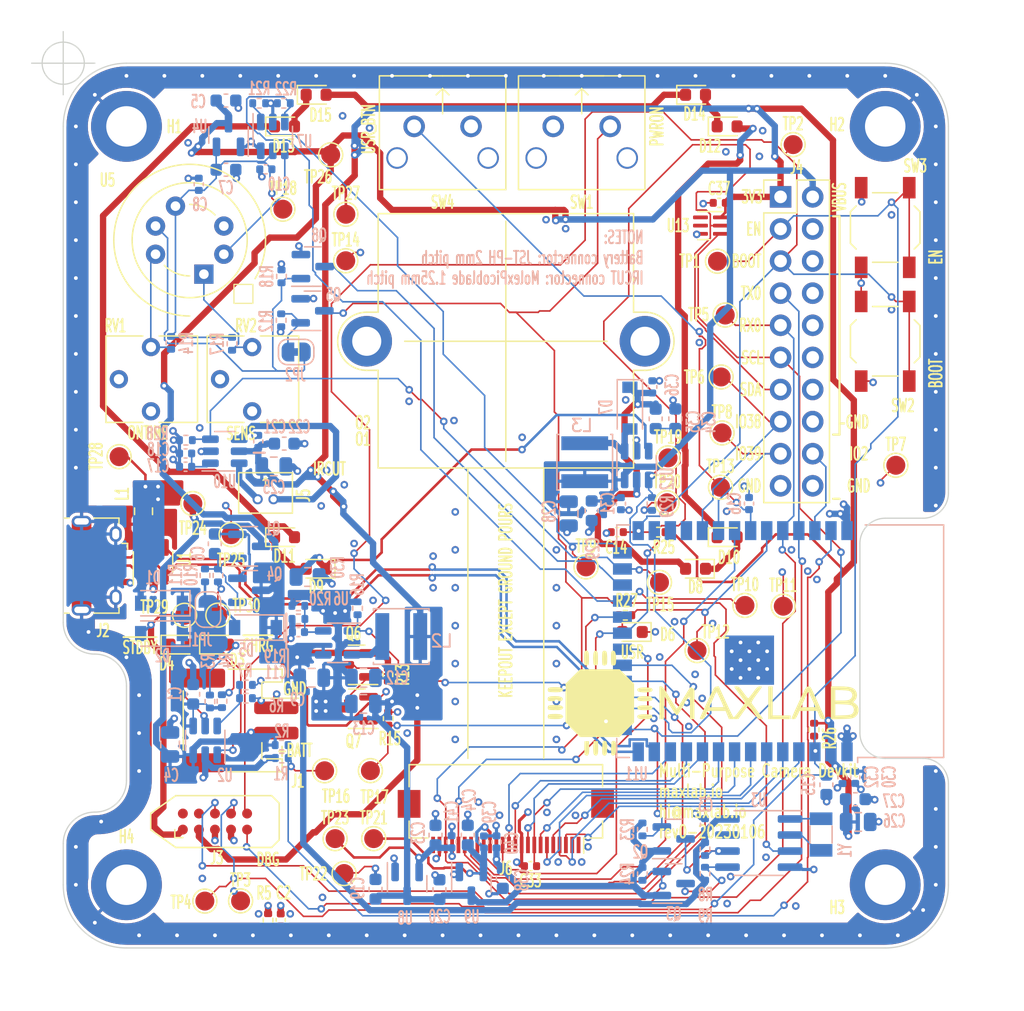
<source format=kicad_pcb>
(kicad_pcb (version 20211014) (generator pcbnew)
  (layers (0 "F.Cu" signal) (1 "In1.Cu" signal) (2 "In2.Cu" signal) (31 "B.Cu" signal) (34 "B.Paste" user) (35 "F.Paste" user) (36 "B.SilkS" user "B.Silkscreen") (37 "F.SilkS" user "F.Silkscreen") (38 "B.Mask" user) (39 "F.Mask" user) (44 "Edge.Cuts" user))
  (net 0 "")
  (net 1 "GND")
  (net 2 "GNDPWR")
  (net 3 "VBUS")
  (net 4 "+BATT")
  (net 5 "/PWR_PIR")
  (net 6 "+3V3")
  (net 7 "/ESP_BOOT")
  (net 8 "/ESP_EN")
  (net 9 "/USR_BTN")
  (net 10 "+2V8")
  (net 11 "+1V2")
  (net 12 "/CAM.PCLK")
  (net 13 "Net-(D5-Pad2)")
  (net 14 "+5F")
  (net 15 "+5P")
  (net 16 "Net-(D3-Pad1)")
  (net 17 "Net-(D3-Pad2)")
  (net 18 "Net-(D7-Pad2)")
  (net 19 "Net-(D6-Pad2)")
  (net 20 "Net-(J2-Pad1)")
  (net 21 "/UD-")
  (net 22 "/UD+")
  (net 24 "/TXD0")
  (net 25 "/RXD0")
  (net 28 "/IO38")
  (net 29 "/IO39")
  (net 30 "Net-(C17-Pad1)")
  (net 31 "Net-(J5-Pad1)")
  (net 32 "Net-(J5-Pad2)")
  (net 35 "/CAM.D4")
  (net 36 "/CAM.D3")
  (net 37 "/CAM.D5")
  (net 38 "/CAM.D2")
  (net 39 "/CAM.D6")
  (net 40 "/CAM.D7")
  (net 41 "/CAM.D8")
  (net 42 "/CAM.MCLK")
  (net 43 "/CAM.D9")
  (net 44 "/CAM.HREF")
  (net 45 "/CAM.PWDN")
  (net 46 "/CAM.VSYNC")
  (net 47 "/CAM.RST")
  (net 48 "/CAM.SCL")
  (net 49 "/CAM.SDA")
  (net 51 "Net-(C34-Pad2)")
  (net 52 "Net-(D4-Pad1)")
  (net 53 "Net-(D4-Pad2)")
  (net 54 "Net-(D10-Pad2)")
  (net 55 "Net-(C1-Pad2)")
  (net 56 "Net-(D11-Pad1)")
  (net 57 "Net-(D10-Pad1)")
  (net 58 "Net-(C6-Pad1)")
  (net 59 "Net-(C6-Pad2)")
  (net 60 "Net-(C35-Pad1)")
  (net 61 "Net-(D9-Pad1)")
  (net 62 "Net-(L2-Pad1)")
  (net 63 "Net-(D11-Pad2)")
  (net 64 "Net-(D12-Pad1)")
  (net 65 "Net-(D13-Pad2)")
  (net 66 "Net-(D14-Pad1)")
  (net 67 "Net-(JP2-Pad1)")
  (net 68 "Net-(JP2-Pad2)")
  (net 70 "Net-(Q2-Pad3)")
  (net 71 "Net-(Q3-Pad3)")
  (net 72 "Net-(Q5-Pad3)")
  (net 73 "/PWR_EN")
  (net 76 "/BATT_DETECT")
  (net 78 "/PIR_CTRL_LE")
  (net 79 "/PIR_CTRL_D")
  (net 80 "/USR_LED")
  (net 81 "Net-(U5-Pad2)")
  (net 82 "/IRCUT_CTRL")
  (net 83 "/IRLED_PWM")
  (net 84 "Net-(U3-Pad1)")
  (net 85 "Net-(U3-Pad2)")
  (net 87 "/IO2")
  (net 89 "Net-(C11-Pad2)")
  (net 90 "Net-(Q6-Pad3)")
  (net 91 "/PIR_OUT")
  (net 92 "Net-(R6-Pad1)")
  (net 93 "Net-(R14-Pad2)")
  (net 94 "Net-(R17-Pad2)")
  (footprint "MountingHole:MountingHole_3.2mm_M3_DIN965_Pad_TopBottom" (layer "F.Cu") (at 100 110)
    (fp_text reference "H4")
    (fp_text value "M3" hide)
  )
  (footprint "MountingHole:MountingHole_3.2mm_M3_DIN965_Pad_TopBottom" (layer "F.Cu") (at 100 50)
    (fp_text reference "H1")
    (fp_text value "M3" hide)
  )
  (footprint "TestPoint:TestPoint_Pad_D1.5mm" (layer "F.Cu") (at 142.75 79.775)
    (fp_text reference "TP20")
    (fp_text value "TP" hide)
  )
  (footprint "00-kiml-optical:ircut_filter_M12_30mm_noname" (layer "F.Cu") (at 130 67)
    (fp_text reference "REF**" hide)
    (fp_text value "ircut_filter_M12_30mm_noname" hide)
  )
  (footprint "TestPoint:TestPoint_Pad_D1.5mm" (layer "F.Cu") (at 146.736 60.668)
    (fp_text reference "TP1")
    (fp_text value "TP" hide)
  )
  (footprint "Resistor_SMD:R_0402_1005Metric" (layer "F.Cu") (at 120.675 93.375 -90)
    (fp_text reference "R13")
    (fp_text value "215k_0402_0402WGD2153TCE" hide)
  )
  (footprint "Button_Switch_SMD:SW_SPST_TL3342" (layer "F.Cu") (at 160 67 90)
    (fp_text reference "SW2")
    (fp_text value "SW_PB_TS-1187A-B-A-B" hide)
  )
  (footprint "Inductor_SMD:L_0805_2012Metric_Pad1.15x1.40mm_HandSolder" (layer "F.Cu") (at 101.35 80.45 90)
    (fp_text reference "L1")
    (fp_text value "0805_FB_220R@100MHz_BLM21PG221SN1D" hide)
  )
  (footprint "Capacitor_SMD:C_0402_1005Metric" (layer "F.Cu") (at 131.95 108.525 180)
    (fp_text reference "C33")
    (fp_text value "22p_0402_0402CG220J500NT" hide)
  )
  (footprint "LED_SMD:LED_0603_1608Metric" (layer "F.Cu") (at 140 90 180)
    (fp_text reference "D6")
    (fp_text value "0603_RED_KT-0603R" hide)
  )
  (footprint "Resistor_SMD:R_0402_1005Metric" (layer "F.Cu") (at 142.08 82.1)
    (fp_text reference "R25")
    (fp_text value "10k_0402_0402WGF1002TCE" hide)
  )
  (footprint "LED_SMD:LED_0603_1608Metric" (layer "F.Cu") (at 104.225 91)
    (fp_text reference "D4")
    (fp_text value "0603_GREEN_19-217/GHC-YR1S2/3T" hide)
  )
  (footprint "TestPoint:TestPoint_Pad_D1.5mm" (layer "F.Cu") (at 107.23 88.67)
    (fp_text reference "TP30")
    (fp_text value "TP" hide)
  )
  (footprint "TestPoint:TestPoint_Pad_D1.5mm" (layer "F.Cu") (at 117.35 56.95)
    (fp_text reference "TP27")
    (fp_text value "TP" hide)
  )
  (footprint "LED_SMD:LED_0603_1608Metric" (layer "F.Cu") (at 112.5 82.5)
    (fp_text reference "D11")
    (fp_text value "0603_IR_850nm_E6C0603IRAC1UDA" hide)
  )
  (footprint "TestPoint:TestPoint_Pad_D1.5mm" (layer "F.Cu") (at 147.1 74.25)
    (fp_text reference "TP8")
    (fp_text value "TP" hide)
  )
  (footprint "TestPoint:TestPoint_Pad_D1.5mm" (layer "F.Cu") (at 115.67 100.98)
    (fp_text reference "TP16")
    (fp_text value "TP" hide)
  )
  (footprint "TestPoint:TestPoint_Pad_D1.5mm" (layer "F.Cu") (at 142.825 76.225)
    (fp_text reference "TP19")
    (fp_text value "TP" hide)
  )
  (footprint "TestPoint:TestPoint_Pad_D1.5mm" (layer "F.Cu") (at 106.2 111.29)
    (fp_text reference "TP4")
    (fp_text value "TP" hide)
  )
  (footprint "TestPoint:TestPoint_Pad_D1.5mm" (layer "F.Cu") (at 105.25 79.84)
    (fp_text reference "TP24")
    (fp_text value "TP" hide)
  )
  (footprint "00-kiml-button-switch-tht:SW_PB_90deg_K2-1102AQ-H4CW-01" (layer "F.Cu") (at 125 50 180)
    (fp_text reference "SW4")
    (fp_text value "SW_PB_90deg_K2-1102AQ-H4CW-01" hide)
  )
  (footprint "TestPoint:TestPoint_Pad_D1.5mm" (layer "F.Cu") (at 109.025 111.275)
    (fp_text reference "TP3")
    (fp_text value "TP" hide)
  )
  (footprint "LED_SMD:LED_0603_1608Metric" (layer "F.Cu") (at 147.5 82.5)
    (fp_text reference "D10")
    (fp_text value "0603_IR_850nm_E6C0603IRAC1UDA" hide)
  )
  (footprint "TestPoint:TestPoint_Pad_D1.5mm" (layer "F.Cu") (at 146.975 78.55)
    (fp_text reference "TP13")
    (fp_text value "TP" hide)
  )
  (footprint "00-kiml-connector-jst:JST_PH_S2B-PH-SM4-TB_1x02-1MP_P2.00mm_Horizontal" (layer "F.Cu") (at 109 97 -90)
    (fp_text reference "J1")
    (fp_text value "Conn-01x02_P2mm_NONAME_JST-PH_C47647" hide)
  )
  (footprint "Capacitor_SMD:C_0402_1005Metric" (layer "F.Cu") (at 138.81 82.1)
    (fp_text reference "C14")
    (fp_text value "100n_0402_CL05B104KB54PNC" hide)
  )
  (footprint "LED_SMD:LED_0603_1608Metric" (layer "F.Cu") (at 115 47.5)
    (fp_text reference "D15")
    (fp_text value "0603_IR_850nm_E6C0603IRAC1UDA" hide)
  )
  (footprint "00-kiml-optical:Broadcom_DFN-6_2x2mm_P0.65mm" (layer "F.Cu") (at 146.18 57.85 180)
    (fp_text reference "U13")
    (fp_text value "APDS-9306-065" hide)
  )
  (footprint "LED_SMD:LED_0603_1608Metric" (layer "F.Cu") (at 115 85 180)
    (fp_text reference "D9")
    (fp_text value "0603_IR_850nm_E6C0603IRAC1UDA" hide)
  )
  (footprint "LED_SMD:LED_0603_1608Metric" (layer "F.Cu") (at 107.275 91)
    (fp_text reference "D3")
    (fp_text value "0603_RED_KT-0603R" hide)
  )
  (footprint "TestPoint:TestPoint_Pad_D1.5mm" (layer "F.Cu") (at 116.5 106.35)
    (fp_text reference "TP23")
    (fp_text value "TP" hide)
  )
  (footprint "Capacitor_SMD:C_0402_1005Metric" (layer "F.Cu") (at 146.88 56.05 180)
    (fp_text reference "C37")
    (fp_text value "100n_0402_CL05B104KB54PNC" hide)
  )
  (footprint "Package_TO_SOT_SMD:SOT-23-6" (layer "F.Cu") (at 102.1 84.45 90)
    (fp_text reference "U1")
    (fp_text value "SRV05-4" hide)
  )
  (footprint "Capacitor_SMD:C_0402_1005Metric" (layer "F.Cu") (at 112.2 112.78 -90)
    (fp_text reference "C2")
    (fp_text value "100n_0402_CL05B104KB54PNC" hide)
  )
  (footprint "00-kiml-potentiometer-tht:Potentiometer_Vishay_T73YP_Vertical" (layer "F.Cu") (at 110 70 180)
    (fp_text reference "RV2")
    (fp_text value "1M_3362P-1-105" hide)
  )
  (footprint "00-kiml-connector-fpc-ffc:Hirose_FH12-24S-0.5SH_1x24-1MP_P0.50mm_Horizontal" (layer "F.Cu") (at 130 105 180)
    (fp_text reference "J6")
    (fp_text value "Conn_01x24_FFC_0.5mm_hirose_FH12-24S-0.5SH" hide)
  )
  (footprint "TestPoint:TestPoint_Pad_D1.5mm" (layer "F.Cu") (at 148.91 87.9)
    (fp_text reference "TP10")
    (fp_text value "TP" hide)
  )
  (footprint "TestPoint:TestPoint_Pad_D1.5mm" (layer "F.Cu") (at 104.6 88.68)
    (fp_text reference "TP29")
    (fp_text value "TP" hide)
  )
  (footprint "TestPoint:TestPoint_Pad_D1.5mm" (layer "F.Cu") (at 119.55 106.35)
    (fp_text reference "TP21")
    (fp_text value "TP" hide)
  )
  (footprint "TestPoint:TestPoint_Pad_D1.5mm" (layer "F.Cu") (at 108.275 82.3)
    (fp_text reference "TP25")
    (fp_text value "TP" hide)
  )
  (footprint "TestPoint:TestPoint_Pad_D1.5mm" (layer "F.Cu") (at 117.21 109.11)
    (fp_text reference "TP22")
    (fp_text value "TP" hide)
  )
  (footprint "LED_SMD:LED_0603_1608Metric" (layer "F.Cu") (at 145 47.5)
    (fp_text reference "D14")
    (fp_text value "0603_IR_850nm_E6C0603IRAC1UDA" hide)
  )
  (footprint "TestPoint:TestPoint_Pad_D1.5mm" (layer "F.Cu") (at 119.29 100.97)
    (fp_text reference "TP17")
    (fp_text value "TP" hide)
  )
  (footprint "TestPoint:TestPoint_Pad_D1.5mm" (layer "F.Cu") (at 152.72 51.44)
    (fp_text reference "TP2")
    (fp_text value "TP" hide)
  )
  (footprint "TestPoint:TestPoint_Pad_D1.5mm" (layer "F.Cu") (at 136.34 84.85)
    (fp_text reference "TP9")
    (fp_text value "TP" hide)
  )
  (footprint "Resistor_SMD:R_0402_1005Metric" (layer "F.Cu") (at 111.2 112.8 90)
    (fp_text reference "R5")
    (fp_text value "215k_0402_0402WGD2153TCE" hide)
  )
  (footprint "TestPoint:TestPoint_Pad_D1.5mm" (layer "F.Cu") (at 142.15 86.075)
    (fp_text reference "TP15")
    (fp_text value "TP" hide)
  )
  (footprint "TestPoint:TestPoint_Pad_D1.5mm" (layer "F.Cu") (at 147.35 64.925)
    (fp_text reference "TP5")
    (fp_text value "TP" hide)
  )
  (footprint "TestPoint:TestPoint_Pad_D1.5mm" (layer "F.Cu") (at 99.42 76.13)
    (fp_text reference "TP28")
    (fp_text value "TP" hide)
  )
  (footprint "LED_SMD:LED_0603_1608Metric" (layer "F.Cu") (at 147.5 50)
    (fp_text reference "D12")
    (fp_text value "0603_IR_850nm_E6C0603IRAC1UDA" hide)
  )
  (footprint "00-kiml-button-switch-tht:SW_PB_90deg_K2-1102AQ-H4CW-01" (layer "F.Cu") (at 136 50 180)
    (fp_text reference "SW1")
    (fp_text value "SW_PB_90deg_K2-1102AQ-H4CW-01" hide)
  )
  (footprint "Button_Switch_SMD:SW_SPST_TL3342" (layer "F.Cu") (at 160 58 90)
    (fp_text reference "SW3")
    (fp_text value "SW_PB_TS-1187A-B-A-B" hide)
  )
  (footprint "TestPoint:TestPoint_Pad_D1.5mm" (layer "F.Cu") (at 147.025 69.825)
    (fp_text reference "TP6")
    (fp_text value "TP" hide)
  )
  (footprint "00-kiml-connector-amphenol:10114829-10102LF" (layer "F.Cu") (at 111 79 -90)
    (fp_text reference "J5")
    (fp_text value "Conn-01x02_P1.25mm_10114829-10102LF" hide)
  )
  (footprint "00-kiml-connector-usb:USB_Micro-B_Amphenol_10118194_Horizontal" (layer "F.Cu") (at 97.75 84.75 -90)
    (fp_text reference "J2")
    (fp_text value "USB_B_Micro_10118194-0001LF" hide)
  )
  (footprint "00-kiml-maxlab-logos:maxlab_logo_full_25mm" (layer "F.Cu") (at 145.8 95.6)
    (fp_text reference "G***" hide)
    (fp_text value "LOGO" hide)
  )
  (footprint "TestPoint:TestPoint_Pad_D1.5mm" (layer "F.Cu") (at 160.84 76.81)
    (fp_text reference "TP7")
    (fp_text value "TP" hide)
  )
  (footprint "LED_SMD:LED_0603_1608Metric" (layer "F.Cu") (at 112.5 50)
    (fp_text reference "D13")
    (fp_text value "0603_IR_850nm_E6C0603IRAC1UDA" hide)
  )
  (footprint "00-kiml-potentiometer-tht:Potentiometer_Vishay_T73YP_Vertical" (layer "F.Cu") (at 102 70 180)
    (fp_text reference "RV1")
    (fp_text value "1M_3362P-1-105" hide)
  )
  (footprint "MountingHole:MountingHole_3.2mm_M3_DIN965_Pad_TopBottom" (layer "F.Cu") (at 160 50)
    (fp_text reference "H2")
    (fp_text value "M3" hide)
  )
  (footprint "Connector_PinHeader_2.54mm:PinHeader_2x10_P2.54mm_Vertical" (layer "F.Cu") (at 151.725 55.575)
    (fp_text reference "J4")
    (fp_text value "Conn-02x10_P2.54mm_B-2100S20P-B110" hide)
  )
  (footprint "Resistor_SMD:R_0402_1005Metric" (layer "F.Cu") (at 139.45 88.675 180)
    (fp_text reference "R27")
    (fp_text value "1k_0402_0402WGF1001TCE" hide)
  )
  (footprint "TestPoint:TestPoint_Pad_D1.5mm" (layer "F.Cu") (at 117.34 60.63)
    (fp_text reference "TP14")
    (fp_text value "TP" hide)
  )
  (footprint "LED_SMD:LED_0603_1608Metric" (layer "F.Cu") (at 145 85 180)
    (fp_text reference "D8")
    (fp_text value "0603_IR_850nm_E6C0603IRAC1UDA" hide)
  )
  (footprint "Package_TO_SOT_SMD:SOT-23" (layer "F.Cu") (at 118.2125 96.075 180)
    (fp_text reference "Q7")
    (fp_text value "AO3400A" hide)
  )
  (footprint "TestPoint:TestPoint_Pad_D1.5mm" (layer "F.Cu") (at 145.12 91.47)
    (fp_text reference "TP12")
    (fp_text value "TP" hide)
  )
  (footprint "MountingHole:MountingHole_3.2mm_M3_DIN965_Pad_TopBottom" (layer "F.Cu") (at 160 110)
    (fp_text reference "H3")
    (fp_text value "M3" hide)
  )
  (footprint "Resistor_SMD:R_0402_1005Metric" (layer "F.Cu") (at 120.7 96.85 -90)
    (fp_text reference "R15")
    (fp_text value "215k_0402_0402WGD2153TCE" hide)
  )
  (footprint "Package_TO_SOT_SMD:SOT-23" (layer "F.Cu") (at 118.2 92.6 180)
    (fp_text reference "Q6")
    (fp_text value "AO3401A" hide)
  )
  (footprint "TestPoint:TestPoint_Pad_D1.5mm" (layer "F.Cu") (at 151.94 87.96)
    (fp_text reference "TP11")
    (fp_text value "TP" hide)
  )
  (footprint "Resistor_SMD:R_0402_1005Metric" (layer "F.Cu") (at 154.38 97.73 90)
    (fp_text reference "R26")
    (fp_text value "10k_0402_0402WGF1002TCE" hide)
  )
  (footprint "TestPoint:TestPoint_Pad_D1.5mm" (layer "F.Cu") (at 116.15 52.25)
    (fp_text reference "TP26")
    (fp_text value "TP" hide)
  )
  (footprint "00-kiml-optical:BS612" (layer "F.Cu") (at 105 59)
    (fp_text reference "U5")
    (fp_text value "PIR_BS612" hide)
  )
  (footprint "TestPoint:TestPoint_Pad_D1.5mm" (layer "F.Cu") (at 112.37 56.55)
    (fp_text reference "TP18")
    (fp_text value "TP" hide)
  )
  (footprint "Connector:Tag-Connect_TC2050-IDC-NL_2x05_P1.27mm_Vertical" (layer "F.Cu") (at 107 105)
    (fp_text reference "J3")
    (fp_text value "DBG" hide)
  )
  (footprint "Package_TO_SOT_SMD:SOT-23" (layer "B.Cu") (at 114.71 64.59)
    (fp_text reference "Q5")
    (fp_text value "AO3400A" hide)
  )
  (footprint "Capacitor_SMD:C_0805_2012Metric" (layer "B.Cu") (at 103.45 98.9 90)
    (fp_text reference "C4")
    (fp_text value "22u_0805_CL21A226MAQNNNE" hide)
  )
  (footprint "00-kiml-inductor-smd:L_Sunlord_SWPA40xxS" (layer "B.Cu") (at 121.73 90.36)
    (fp_text reference "L2")
    (fp_text value "10u_SWPA4030S100MT")
  )
  (footprint "Capacitor_SMD:C_0603_1608Metric" (layer "B.Cu") (at 136.79 80.41 90)
    (fp_text reference "C29")
    (fp_text value "10u_0603_CL10A106MA8NRNC" hide)
  )
  (footprint "Capacitor_SMD:C_0402_1005Metric" (layer "B.Cu") (at 145.75 105.25 90)
    (fp_text reference "C3")
    (fp_text value "100n_0402_CL05B104KB54PNC" hide)
  )
  (footprint "Resistor_SMD:R_0402_1005Metric" (layer "B.Cu") (at 118.275 88.125 90)
    (fp_text reference "R16")
    (fp_text value "215k_0402_0402WGD2153TCE" hide)
  )
  (footprint "Resistor_SMD:R_0402_1005Metric" (layer "B.Cu") (at 112.28 99.97 180)
    (fp_text reference "R2")
    (fp_text value "976k_0402_0402WGD9763TCE" hide)
  )
  (footprint "00-kiml-rf-module:ESP32-S3-WROOM-1" (layer "B.Cu") (at 151.72 90.73 90)
    (fp_text reference "U11")
    (fp_text value "ESP32-S3-WROOM-1-N16R8" hide)
  )
  (footprint "Capacitor_SMD:C_0402_1005Metric" (layer "B.Cu") (at 104.675 75.875 180)
    (fp_text reference "C18")
    (fp_text value "100n_0402_CL05B104KB54PNC" hide)
  )
  (footprint "Crystal:Crystal_SMD_3215-2Pin_3.2x1.5mm" (layer "B.Cu") (at 154.925 106.025 -90)
    (fp_text reference "Y1")
    (fp_text value "32.768kHz_Q13FC1350000400" hide)
  )
  (footprint "Capacitor_SMD:C_0603_1608Metric" (layer "B.Cu") (at 112.475 75.1 180)
    (fp_text reference "C22")
    (fp_text value "10u_0603_CL10A106MA8NRNC" hide)
  )
  (footprint "Capacitor_SMD:C_0402_1005Metric" (layer "B.Cu") (at 141.58 70.61 -90)
    (fp_text reference "C36")
    (fp_text value "100n_0402_CL05B104KB54PNC" hide)
  )
  (footprint "Diode_SMD:D_SOD-123" (layer "B.Cu") (at 102.775 90.125 180)
    (fp_text reference "D2")
    (fp_text value "B5819W-SL_SOD-123" hide)
  )
  (footprint "Resistor_SMD:R_0402_1005Metric" (layer "B.Cu") (at 104.7 74.825)
    (fp_text reference "R28")
    (fp_text value "215k_0402_0402WGD2153TCE" hide)
  )
  (footprint "Capacitor_SMD:C_0603_1608Metric" (layer "B.Cu") (at 107.87 47.955 180)
    (fp_text reference "C5")
    (fp_text value "10u_0603_CL10A106MA8NRNC" hide)
  )
  (footprint "Capacitor_SMD:C_0805_2012Metric" (layer "B.Cu") (at 111.65 76.9 180)
    (fp_text reference "C25")
    (fp_text value "22u_0805_CL21A226MAQNNNE" hide)
  )
  (footprint "Capacitor_SMD:C_0402_1005Metric" (layer "B.Cu") (at 156.62 101.51 -90)
    (fp_text reference "C30")
    (fp_text value "100n_0402_CL05B104KB54PNC" hide)
  )
  (footprint "Capacitor_SMD:C_0603_1608Metric" (layer "B.Cu") (at 124.75 110.375 90)
    (fp_text reference "C20")
    (fp_text value "10u_0603_CL10A106MA8NRNC" hide)
  )
  (footprint "Package_TO_SOT_SMD:SOT-23" (layer "B.Cu") (at 109.7125 83.225)
    (fp_text reference "Q1")
    (fp_text value "AO3401A" hide)
  )
  (footprint "Capacitor_SMD:C_0402_1005Metric" (layer "B.Cu") (at 105.72 54.58 90)
    (fp_text reference "C8")
    (fp_text value "100n_0402_CL05B104KB54PNC" hide)
  )
  (footprint "Resistor_SMD:R_0402_1005Metric" (layer "B.Cu") (at 107.55 95.475 90)
    (fp_text reference "R4")
    (fp_text value "1k_0402_0402WGF1001TCE" hide)
  )
  (footprint "Resistor_SMD:R_0402_1005Metric" (layer "B.Cu") (at 145.75 109.125 90)
    (fp_text reference "R9")
    (fp_text value "10k_0402_0402WGF1002TCE" hide)
  )
  (footprint "Capacitor_SMD:C_0402_1005Metric" (layer "B.Cu") (at 129.26 106.61 -90)
    (fp_text reference "C40")
    (fp_text value "100n_0402_CL05B104KB54PNC" hide)
  )
  (footprint "Capacitor_SMD:C_0603_1608Metric" (layer "B.Cu") (at 124.44 106.07 90)
    (fp_text reference "C23")
    (fp_text value "10u_0603_CL10A106MA8NRNC" hide)
  )
  (footprint "Resistor_SMD:R_0402_1005Metric" (layer "B.Cu") (at 140.8 105.62 -90)
    (fp_text reference "R23")
    (fp_text value "10k_0402_0402WGF1002TCE" hide)
  )
  (footprint "Capacitor_SMD:C_0402_1005Metric" (layer "B.Cu") (at 111.02 53.3925 180)
    (fp_text reference "C10")
    (fp_text value "100n_0402_CL05B104KB54PNC" hide)
  )
  (footprint "00-kiml-inductor-smd:L_Sunlord_SWPA40xxS" (layer "B.Cu") (at 136.24 76.57 90)
    (fp_text reference "L3")
    (fp_text value "10u_SWPA4030S100MT")
  )
  (footprint "Resistor_SMD:R_0402_1005Metric" (layer "B.Cu") (at 108.35 67.2 -90)
    (fp_text reference "R17")
    (fp_text value "976k_0402_0402WGD9763TCE" hide)
  )
  (footprint "Package_TO_SOT_SMD:SOT-23" (layer "B.Cu") (at 127.275 109.925 -90)
    (fp_text reference "U9")
    (fp_text value "RT9166-12GVL" hide)
  )
  (footprint "Resistor_SMD:R_0402_1005Metric" (layer "B.Cu") (at 103.525 67.125 -90)
    (fp_text reference "R14")
    (fp_text value "976k_0402_0402WGD9763TCE" hide)
  )
  (footprint "Resistor_SMD:R_0402_1005Metric" (layer "B.Cu") (at 110.495 48.1675 180)
    (fp_text reference "R21")
    (fp_text value "215k_0402_0402WGD2153TCE" hide)
  )
  (footprint "Capacitor_SMD:C_0402_1005Metric" (layer "B.Cu") (at 113.6 90.01)
    (fp_text reference "C11")
    (fp_text value "22p_0402_0402CG220J500NT" hide)
  )
  (footprint "Jumper:SolderJumper-2_P1.3mm_Bridged_RoundedPad1.0x1.5mm" (layer "B.Cu") (at 106.45 88.225 -90)
    (fp_text reference "JP1")
    (fp_text value "CUT_USB" hide)
  )
  (footprint "Resistor_SMD:R_0402_1005Metric" (layer "B.Cu") (at 113.6 88.97)
    (fp_text reference "R19")
    (fp_text value "976k_0402_0402WGD9763TCE" hide)
  )
  (footprint "Capacitor_SMD:C_0805_2012Metric" (layer "B.Cu") (at 134.97 80.64 90)
    (fp_text reference "C28")
    (fp_text value "22u_0805_CL21A226MAQNNNE" hide)
  )
  (footprint "Resistor_SMD:R_0402_1005Metric" (layer "B.Cu") (at 112.235 65.34 90)
    (fp_text reference "R12")
    (fp_text value "215k_0402_0402WGD2153TCE" hide)
  )
  (footprint "Capacitor_SMD:C_0402_1005Metric" (layer "B.Cu") (at 110.425 74.925 -90)
    (fp_text reference "C21")
    (fp_text value "100n_0402_CL05B104KB54PNC" hide)
  )
  (footprint "Package_TO_SOT_SMD:SOT-23" (layer "B.Cu") (at 108.07 50.68 90)
    (fp_text reference "U4")
    (fp_text value "XC6206-2.8V" hide)
  )
  (footprint "Capacitor_SMD:C_0402_1005Metric" (layer "B.Cu") (at 157.63 101.5 -90)
    (fp_text reference "C32")
    (fp_text value "100n_0402_CL05B104KB54PNC" hide)
  )
  (footprint "Resistor_SMD:R_0402_1005Metric" (layer "B.Cu") (at 113.59 87.93 180)
    (fp_text reference "R20")
    (fp_text value "215k_0402_0402WGD2153TCE" hide)
  )
  (footprint "Jumper:SolderJumper-2_P1.3mm_Bridged_RoundedPad1.0x1.5mm" (layer "B.Cu") (at 113.42 67.85 180)
    (fp_text reference "JP2")
    (fp_text value "CUT_PIR" hide)
  )
  (footprint "Package_SO:SOIC-8_3.9x4.9mm_P1.27mm" (layer "B.Cu") (at 150 106.7 180)
    (fp_text reference "U3")
    (fp_text value "PCF8563T/5,518" hide)
  )
  (footprint "Package_TO_SOT_SMD:SOT-23-6" (layer "B.Cu") (at 140.345 76.83 -90)
    (fp_text reference "U12")
    (fp_text value "MT9284-28J" hide)
  )
  (footprint "Capacitor_SMD:C_0603_1608Metric" (layer "B.Cu") (at 141.85 73.14 -90)
    (fp_text reference "C35")
    (fp_text value "10u_0603_CL10A106MA8NRNC" hide)
  )
  (footprint "Package_TO_SOT_SMD:SOT-23-6" (layer "B.Cu") (at 111.57 50.7925 -90)
    (fp_text reference "U7")
    (fp_text value "SOT-23-6_SN74LVC1G373DBVR_TI" hide)
  )
  (footprint "Resistor_SMD:R_0402_1005Metric" (layer "B.Cu") (at 112.445 48.1675)
    (fp_text reference "R22")
    (fp_text value "215k_0402_0402WGD2153TCE" hide)
  )
  (footprint "Diode_SMD:D_SOD-123" (layer "B.Cu") (at 102.775 87.725 180)
    (fp_text reference "D1")
    (fp_text value "B5819W-SL_SOD-123" hide)
  )
  (footprint "Package_TO_SOT_SMD:SOT-23" (layer "B.Cu") (at 143.275 106.375)
    (fp_text reference "Q2")
    (fp_text value "AO3400A" hide)
  )
  (footprint "Resistor_SMD:R_0402_1005Metric" (layer "B.Cu") (at 107.2375 85.525 -90)
    (fp_text reference "R10")
    (fp_text value "215k_0402_0402WGD2153TCE" hide)
  )
  (footprint "Resistor_SMD:R_0402_1005Metric" (layer "B.Cu") (at 106.2125 85.525 90)
    (fp_text reference "R11")
    (fp_text value "10k_0402_0402WGF1002TCE" hide)
  )
  (footprint "Diode_SMD:D_SOD-123" (layer "B.Cu") (at 139.81 72.29 -90)
    (fp_text reference "D7")
    (fp_text value "B5819W-SL_SOD-123" hide)
  )
  (footprint "Capacitor_SMD:C_0603_1608Metric" (layer "B.Cu") (at 157.64 103.23)
    (fp_text reference "C27")
    (fp_text value "10u_0603_CL10A106MA8NRNC" hide)
  )
  (footprint "Resistor_SMD:R_0402_1005Metric" (layer "B.Cu") (at 141.56 79.87 90)
    (fp_text reference "R29")
    (fp_text value "215k_0402_0402WGD2153TCE" hide)
  )
  (footprint "Resistor_SMD:R_0402_1005Metric" (layer "B.Cu") (at 140.8 109.14 -90)
    (fp_text reference "R24")
    (fp_text value "10k_0402_0402WGF1002TCE" hide)
  )
  (footprint "Capacitor_SMD:C_0603_1608Metric" (layer "B.Cu") (at 155.35 102.09 90)
    (fp_text reference "C15")
    (fp_text value "10u_0603_CL10A106MA8NRNC" hide)
  )
  (footprint "Capacitor_SMD:C_0603_1608Metric" (layer "B.Cu") (at 107.87 53.43)
    (fp_text reference "C7")
    (fp_text value "10u_0603_CL10A106MA8NRNC" hide)
  )
  (footprint "Capacitor_SMD:C_0402_1005Metric" (layer "B.Cu") (at 149.23 79.84 -90)
    (fp_text reference "C16")
    (fp_text value "100n_0402_CL05B104KB54PNC" hide)
  )
  (footprint "Package_TO_SOT_SMD:SOT-23-5" (layer "B.Cu") (at 116.6975 90.86 180)
    (fp_text reference "U6")
    (fp_text value "SY8089AAAC" hide)
  )
  (footprint "Capacitor_SMD:C_0603_1608Metric" (layer "B.Cu") (at 143.4 73.13 -90)
    (fp_text reference "C34")
    (fp_text value "10u_0603_CL10A106MA8NRNC" hide)
  )
  (footprint "Resistor_SMD:R_0402_1005Metric" (layer "B.Cu") (at 109.45 95.24)
    (fp_text reference "R6")
    (fp_text value "10k_0402_0402WGF1002TCE" hide)
  )
  (footprint "Capacitor_SMD:C_0805_2012Metric" (layer "B.Cu") (at 118.74 93.63 180)
    (fp_text reference "C12")
    (fp_text value "22u_0805_CL21A226MAQNNNE" hide)
  )
  (footprint "Capacitor_SMD:C_0805_2012Metric" (layer "B.Cu") (at 114.65 93.62)
    (fp_text reference "C9")
    (fp_text value "22u_0805_CL21A226MAQNNNE" hide)
  )
  (footprint "Capacitor_SMD:C_0603_1608Metric" (layer "B.Cu") (at 119.695 110.35 90)
    (fp_text reference "C19")
    (fp_text value "10u_0603_CL10A106MA8NRNC" hide)
  )
  (footprint "Capacitor_SMD:C_0402_1005Metric" (layer "B.Cu") (at 104.675 76.925 180)
    (fp_text reference "C17")
    (fp_text value "100n_0402_CL05B104KB54PNC" hide)
  )
  (footprint "Package_TO_SOT_SMD:SOT-23-6" (layer "B.Cu") (at 107.775 75.7)
    (fp_text reference "U10")
    (fp_text value "AP1511B" hide)
  )
  (footprint "Resistor_SMD:R_0402_1005Metric" (layer "B.Cu") (at 145.75 107.175 -90)
    (fp_text reference "R8")
    (fp_text value "10k_0402_0402WGF1002TCE" hide)
  )
  (footprint "Capacitor_SMD:C_0402_1005Metric" (layer "B.Cu") (at 128.27 106.62 -90)
    (fp_text reference "C39")
    (fp_text value "100n_0402_CL05B104KB54PNC" hide)
  )
  (footprint "Diode_SMD:D_SOD-123" (layer "B.Cu") (at 110.2 89.65 180)
    (fp_text reference "D5")
    (fp_text value "B5819W-SL_SOD-123" hide)
  )
  (footprint "Capacitor_SMD:C_0805_2012Metric" (layer "B.Cu") (at 157.86 105.03)
    (fp_text reference "C26")
    (fp_text value "22u_0805_CL21A226MAQNNNE" hide)
  )
  (footprint "Resistor_SMD:R_0402_1005Metric" (layer "B.Cu") (at 106.6 95.5 90)
    (fp_text reference "R3")
    (fp_text value "1k_0402_0402WGF1001TCE" hide)
  )
  (footprint "Resistor_SMD:R_0402_1005Metric" (layer "B.Cu") (at 109.45 94.19)
    (fp_text reference "R7")
    (fp_text value "10k_0402_0402WGF1002TCE" hide)
  )
  (footprint "Capacitor_SMD:C_0603_1608Metric" (layer "B.Cu") (at 105.275 94.925 -90)
    (fp_text reference "C1")
    (fp_text value "10u_0603_CL10A106MA8NRNC" hide)
  )
  (footprint "Capacitor_SMD:C_0603_1608Metric" (layer "B.Cu") (at 126.99 106.07 90)
    (fp_text reference "C24")
    (fp_text value "10u_0603_CL10A106MA8NRNC" hide)
  )
  (footprint "Resistor_SMD:R_0402_1005Metric" (layer "B.Cu") (at 112.26 61.865 -90)
    (fp_text reference "R18")
    (fp_text value "215k_0402_0402WGD2153TCE" hide)
  )
  (footprint "Capacitor_SMD:C_0603_1608Metric" (layer "B.Cu") (at 106.9875 83.025 90)
    (fp_text reference "C6")
    (fp_text value "10u_0603_CL10A106MA8NRNC" hide)
  )
  (footprint "Capacitor_SMD:C_0805_2012Metric" (layer "B.Cu") (at 118.73 95.69 180)
    (fp_text reference "C13")
    (fp_text value "22u_0805_CL21A226MAQNNNE" hide)
  )
  (footprint "Capacitor_SMD:C_0603_1608Metric" (layer "B.Cu") (at 129.76 109.51 -90)
    (fp_text reference "C38")
    (fp_text value "10u_0603_CL10A106MA8NRNC" hide)
  )
  (footprint "Resistor_SMD:R_0805_2012Metric" (layer "B.Cu") (at 114.325 85.65 180)
    (fp_text reference "R30")
    (fp_text value "2.5R_0805_AR05FTCW2R50" hide)
  )
  (footprint "Package_TO_SOT_SMD:SOT-23" (layer "B.Cu") (at 122.195 109.925 -90)
    (fp_text reference "U8")
    (fp_text value "XC6206-2.8V" hide)
  )
  (footprint "Capacitor_SMD:C_0402_1005Metric" (layer "B.Cu") (at 125.71 106.6 -90)
    (fp_text reference "C41")
    (fp_text value "100n_0402_CL05B104KB54PNC" hide)
  )
  (footprint "Package_TO_SOT_SMD:SOT-23" (layer "B.Cu") (at 143.275 109.9)
    (fp_text reference "Q3")
    (fp_text value "AO3400A" hide)
  )
  (footprint "Package_TO_SOT_SMD:SOT-23-6" (layer "B.Cu") (at 106.225 98.575 90)
    (fp_text reference "U2")
    (fp_text value "TP4057-42-SOT26-R" hide)
  )
  (footprint "Package_TO_SOT_SMD:SOT-23" (layer "B.Cu") (at 114.735 61.09)
    (fp_text reference "Q8")
    (fp_text value "AO3400A" hide)
  )
  (footprint "Capacitor_SMD:C_0402_1005Metric" (layer "B.Cu") (at 139.1 79.85 90)
    (fp_text reference "C31")
    (fp_text value "100n_0402_CL05B104KB54PNC" hide)
  )
  (footprint "Resistor_SMD:R_0402_1005Metric" (layer "B.Cu") (at 112.27 98.95)
    (fp_text reference "R1")
    (fp_text value "976k_0402_0402WGD9763TCE" hide)
  )
  (footprint "Package_TO_SOT_SMD:SOT-23" (layer "B.Cu") (at 109.7125 86.7)
    (fp_text reference "Q4")
    (fp_text value "AO3401A" hide)
  )
  (gr_line (start 112.77 91.39) (end 112.64 91.26) (layer "B.SilkS") (width 0.1778))
  (gr_line (start 112.64 91.26) (end 112.64 88.55) (layer "B.SilkS") (width 0.1778))
  (gr_line (start 110.93 75.82) (end 110.06 75.82) (layer "B.SilkS") (width 0.1778))
  (gr_line (start 112.77 93.55) (end 112.77 91.39) (layer "B.SilkS") (width 0.1778))
  (gr_line (start 156.388 57.112) (end 156.388 74.384) (layer "F.SilkS") (width 0.1778))
  (gr_line (start 156.388 74.384) (end 155.88 74.384) (layer "F.SilkS") (width 0.1778))
  (gr_line (start 155.88 79.464) (end 156.388 79.464) (layer "F.SilkS") (width 0.1778))
  (gr_line (start 155.88 57.112) (end 156.388 57.112) (layer "F.SilkS") (width 0.1778))
  (gr_line (start 156.75 73.5) (end 156.5 73.5) (layer "F.SilkS") (width 0.1778))
  (gr_arc (start 160 45) (mid 163.535534 46.464466) (end 165 50) (layer "Edge.Cuts") (width 0.1))
  (gr_arc (start 97.5 91.75) (mid 95.732233 91.017767) (end 95 89.25) (layer "Edge.Cuts") (width 0.1))
  (gr_line (start 165 102) (end 165 110) (layer "Edge.Cuts") (width 0.1))
  (gr_line (start 100 45) (end 160 45) (layer "Edge.Cuts") (width 0.1))
  (gr_arc (start 160 100) (mid 158.585786 99.414214) (end 158 98) (layer "Edge.Cuts") (width 0.1))
  (gr_arc (start 95 106.75) (mid 95.732233 104.982233) (end 97.5 104.25) (layer "Edge.Cuts") (width 0.1))
  (gr_line (start 162.999999 80.999999) (end 160 80.999999) (layer "Edge.Cuts") (width 0.1))
  (gr_arc (start 95 50) (mid 96.464466 46.464466) (end 100 45) (layer "Edge.Cuts") (width 0.1))
  (gr_arc (start 163 100) (mid 164.414214 100.585786) (end 165 102) (layer "Edge.Cuts") (width 0.1))
  (gr_line (start 95 89.25) (end 95 50) (layer "Edge.Cuts") (width 0.1))
  (gr_arc (start 97.5 91.75) (mid 99.267767 92.482233) (end 100 94.25) (layer "Edge.Cuts") (width 0.1))
  (gr_arc (start 158 83) (mid 158.585786 81.585786) (end 160 81) (layer "Edge.Cuts") (width 0.1))
  (gr_line (start 160 100) (end 163 100) (layer "Edge.Cuts") (width 0.1))
  (gr_arc (start 165 110) (mid 163.535534 113.535534) (end 160 115) (layer "Edge.Cuts") (width 0.1))
  (gr_line (start 100 101.75) (end 100 94.25) (layer "Edge.Cuts") (width 0.1))
  (gr_line (start 95 106.75) (end 95 110) (layer "Edge.Cuts") (width 0.1))
  (gr_line (start 165 50) (end 165 78.999999) (layer "Edge.Cuts") (width 0.1))
  (gr_arc (start 100 115) (mid 96.464466 113.535534) (end 95 110) (layer "Edge.Cuts") (width 0.1))
  (gr_line (start 160 115) (end 100 115) (layer "Edge.Cuts") (width 0.1))
  (gr_arc (start 100 101.75) (mid 99.267767 103.517767) (end 97.5 104.25) (layer "Edge.Cuts") (width 0.1))
  (gr_arc (start 164.999999 78.999999) (mid 164.414213 80.414213) (end 162.999999 80.999999) (layer "Edge.Cuts") (width 0.1))
  (gr_line (start 158 83) (end 158 98) (layer "Edge.Cuts") (width 0.1))
  (gr_text "NOTES:\nBattery connector: JST-PH 2mm pitch\nIRCUT connector: MolexPicoblade 1.25mm pitch \n" (at 140.97 60.39) (layer "B.SilkS") (effects (font (size 1 0.6)) (justify left mirror)))
  (gr_text "GND" (at 113.32 94.51) (layer "F.SilkS") (effects (font (size 1 0.6))))
  (gr_text "BOOT" (at 164.008 68.288 90) (layer "F.SilkS") (effects (font (size 1 0.6)) (justify right)))
  (gr_text "SDA" (at 150.292 70.828) (layer "F.SilkS") (effects (font (size 1 0.6)) (justify right)))
  (gr_text "3V3" (at 150.395 55.575) (layer "F.SilkS") (effects (font (size 1 0.6)) (justify right)))
  (gr_text "SENS" (at 107.8 74.3) (layer "F.SilkS") (effects (font (size 1 0.6)) (justify left)))
  (gr_text "O2" (at 118.7 73.45) (layer "F.SilkS") (effects (font (size 1 0.6))))
  (gr_text "GND" (at 157.912 78.448) (layer "F.SilkS") (effects (font (size 1 0.6))))
  (gr_text "~{STDBY}" (at 101.07 91.23) (layer "F.SilkS") (effects (font (size 1 0.6))))
  (gr_text "ONTIME" (at 100 74.25) (layer "F.SilkS") (effects (font (size 1 0.6)) (justify left)))
  (gr_text "EN" (at 150.292 58.128) (layer "F.SilkS") (effects (font (size 1 0.6)) (justify right)))
  (gr_text "VBUS" (at 156.388 55.588 90) (layer "F.SilkS") (effects (font (size 1 0.6))))
  (gr_text "+BATT" (at 113.32 99.37) (layer "F.SilkS") (effects (font (size 1 0.6))))
  (gr_text "EN" (at 164.008 59.652 90) (layer "F.SilkS") (effects (font (size 1 0.6)) (justify right)))
  (gr_text "IO39" (at 150.292 75.908) (layer "F.SilkS") (effects (font (size 1 0.6)) (justify right)))
  (gr_text "~{CHRG}" (at 110.4 91.08) (layer "F.SilkS") (effects (font (size 1 0.6))))
  (gr_text "IO2" (at 157.912 75.908) (layer "F.SilkS") (effects (font (size 1 0.6))))
  (gr_text "IRCUT" (at 116.05 77.1) (layer "F.SilkS") (effects (font (size 1 0.6))))
  (gr_text "SCL" (at 150.395 68.305) (layer "F.SilkS") (effects (font (size 1 0.6)) (justify right)))
  (gr_text "O1" (at 118.7 74.75) (layer "F.SilkS") (effects (font (size 1 0.6))))
  (gr_text "BOOT\n" (at 150.292 60.668) (layer "F.SilkS") (effects (font (size 1 0.6)) (justify right)))
  (gr_text "Multi-Purpose Camera Devkit\nmaxlab.io\nhi@maxlab.io\nrev0-20230106" (at 142 103.4) (layer "F.SilkS") (effects (font (size 1 0.7)) (justify left)))
  (gr_text "USR\n" (at 140 91.6) (layer "F.SilkS") (effects (font (size 1 0.6))))
  (gr_text "RX0" (at 150.292 65.748) (layer "F.SilkS") (effects (font (size 1 0.6)) (justify right)))
  (gr_text "TX0" (at 150.292 63.208) (layer "F.SilkS") (effects (font (size 1 0.6)) (justify right)))
  (gr_text "IO38" (at 150.292 73.368) (layer "F.SilkS") (effects (font (size 1 0.6)) (justify right)))
  (gr_text "DBG" (at 111.2 108) (layer "F.SilkS") (effects (font (size 1 0.6))))
  (gr_text "GND" (at 157.8 73.4) (layer "F.SilkS") (effects (font (size 1 0.6))))
  (gr_text "GND" (at 150.292 78.448) (layer "F.SilkS") (effects (font (size 1 0.6)) (justify right)))
  (target plus (at 95 45) (size 5) (width 0.1) (layer "Edge.Cuts"))
  (segment (start 146.4 56.05) (end 145.67 56.05) (width 0.127) (layer "F.Cu") (net 1))
  (segment (start 118.83 108.56) (end 119.55 108.56) (width 0.127) (layer "F.Cu") (net 1))
  (segment (start 118.33 109.06) (end 118.83 108.56) (width 0.127) (layer "F.Cu") (net 1))
  (segment (start 108.27 105.635) (end 108.27 106.27) (width 0.5) (layer "F.Cu") (net 1))
  (segment (start 131.25 106.85) (end 131.25 108.305) (width 0.25) (layer "F.Cu") (net 1))
  (segment (start 117.34 60.63) (end 117.995 59.975) (width 0.127) (layer "F.Cu") (net 1))
  (segment (start 158.1 55.93) (end 158.14 55.97) (width 0.127) (layer "F.Cu") (net 1))
  (segment (start 102.1 86.045291) (end 102.1 85.5875) (width 0.5) (layer "F.Cu") (net 1))
  (segment (start 141.81 90) (end 141.82 89.99) (width 0.127) (layer "F.Cu") (net 1))
  (segment (start 102.1 85.5875) (end 102.1 86.63) (width 0.5) (layer "F.Cu") (net 1))
  (segment (start 151.94 87.96) (end 151.94 85.34) (width 0.127) (layer "F.Cu") (net 1))
  (segment (start 158.1 70.15) (end 158.94 70.15) (width 0.127) (layer "F.Cu") (net 1))
  (segment (start 102.1 86.63) (end 102.11 86.64) (width 0.5) (layer "F.Cu") (net 1))
  (segment (start 100.23 86.05) (end 100.3 86.12) (width 0.5) (layer "F.Cu") (net 1))
  (segment (start 111.85 96) (end 111.85 94.95) (width 0.5) (layer "F.Cu") (net 1))
  (segment (start 131.175 108.525) (end 130.86 108.21) (width 0.25) (layer "F.Cu") (net 1))
  (segment (start 151.94 85.34) (end 151.86 85.26) (width 0.127) (layer "F.Cu") (net 1))
  (segment (start 108.27 106.27) (end 108.5 106.5) (width 0.5) (layer "F.Cu") (net 1))
  (segment (start 117.995 59.975) (end 118.5 59.975) (width 0.127) (layer "F.Cu") (net 1))
  (segment (start 158.1 54.85) (end 158.1 55.93) (width 0.127) (layer "F.Cu") (net 1))
  (segment (start 112.2 112.3) (end 112.2 111.65) (width 0.5) (layer "F.Cu") (net 1))
  (segment (start 131.75 104.25) (end 131.07 104.93) (width 0.25) (layer "F.Cu") (net 1))
  (segment (start 109.025 111.025) (end 108.5 110.5) (width 0.127) (layer "F.Cu") (net 1))
  (segment (start 121.43 96.34) (end 121.44 96.33) (width 0.127) (layer "F.Cu") (net 1))
  (segment (start 120.7 96.34) (end 121.43 96.34) (width 0.127) (layer "F.Cu") (net 1))
  (segment (start 111.2 112.29) (end 111.2 111.65) (width 0.5) (layer "F.Cu") (net 1))
  (segment (start 138.33 82.1) (end 138.035449 82.1) (width 0.127) (layer "F.Cu") (net 1))
  (segment (start 131.25 105.95) (end 131.25 106.85) (width 0.25) (layer "F.Cu") (net 1))
  (segment (start 138.035449 82.1) (end 137.9565 82.178949) (width 0.127) (layer "F.Cu") (net 1))
  (segment (start 131.25 108.305) (end 131.47 108.525) (width 0.25) (layer "F.Cu") (net 1))
  (segment (start 158.94 70.15) (end 159.04 70.25) (width 0.127) (layer "F.Cu") (net 1))
  (segment (start 159.63 78.02) (end 159.63 78.2) (width 0.127) (layer "F.Cu") (net 1))
  (segment (start 107.23 86.87) (end 107.23 88.67) (width 0.127) (layer "F.Cu") (net 1))
  (segment (start 158.1 62.4) (end 158.1 63.85) (width 0.127) (layer "F.Cu") (net 1))
  (segment (start 102.1 86.045291) (end 102.2235 86.168791) (width 0.5) (layer "F.Cu") (net 1))
  (segment (start 99.15 86.05) (end 100.23 86.05) (width 0.5) (layer "F.Cu") (net 1))
  (segment (start 160.84 76.81) (end 159.63 78.02) (width 0.127) (layer "F.Cu") (net 1))
  (segment (start 117.42 109.06) (end 118.33 109.06) (width 0.127) (layer "F.Cu") (net 1))
  (segment (start 131.07 104.93) (end 131.07 105.77) (width 0.25) (layer "F.Cu") (net 1))
  (segment (start 108.275 82.3) (end 108.275 80.425) (width 0.127) (layer "F.Cu") (net 1))
  (segment (start 108.275 80.425) (end 107.85 80) (width 0.127) (layer "F.Cu") (net 1))
  (segment (start 124.75 107.667904) (end 124.491767 107.926137) (width 0.25) (layer "F.Cu") (net 1))
  (segment (start 142.75 79.775) (end 141.535 79.775) (width 0.127) (layer "F.Cu") (net 1))
  (segment (start 120.125 95.125) (end 120.53 94.72) (width 0.127) (layer "F.Cu") (net 1))
  (segment (start 124.75 106.85) (end 124.75 107.667904) (width 0.25) (layer "F.Cu") (net 1))
  (segment (start 102.1 86.59) (end 102.11 86.6) (width 0.5) (layer "F.Cu") (net 1))
  (segment (start 141.535 79.775) (end 140.95 80.36) (width 0.127) (layer "F.Cu") (net 1))
  (segment (start 119.15 95.125) (end 120.125 95.125) (width 0.127) (layer "F.Cu") (net 1))
  (segment (start 131.07 105.77) (end 131.25 105.95) (width 0.25) (layer "F.Cu") (net 1))
  (segment (start 140.7875 90) (end 141.81 90) (width 0.127) (layer "F.Cu") (net 1))
  (segment (start 119.55 108.56) (end 119.69 108.7) (width 0.127) (layer "F.Cu") (net 1))
  (segment (start 131.47 108.525) (end 131.175 108.525) (width 0.25) (layer "F.Cu") (net 1))
  (segment (start 111.85 94.95) (end 111.88 94.92) (width 0.5) (layer "F.Cu") (net 1))
  (segment (start 145.67 56.05) (end 145.61 56.11) (width 0.127) (layer "F.Cu") (net 1))
  (segment (start 102.1 86.045291) (end 102.1 86.59) (width 0.5) (layer "F.Cu") (net 1))
  (segment (start 102.2235 86.168791) (end 102.2235 86.661737) (width 0.5) (layer "F.Cu") (net 1))
  (segment (start 107 105.635) (end 107 106.5) (width 0.5) (layer "F.Cu") (net 1))
  (segment (start 107.5 86.6) (end 107.23 86.87) (width 0.127) (layer "F.Cu") (net 1))
  (segment (start 158.1 61.15) (end 158.1 62.4) (width 0.127) (layer "F.Cu") (net 1))
  (via (at 122.35 71.75) (size 0.6) (drill 0.3) (layers "F.Cu" "B.Cu") (net 1))
  (via (at 129.5 104.5) (size 0.6) (drill 0.3) (layers "F.Cu" "B.Cu") (net 1))
  (via (at 110.91 100.1) (size 0.6) (drill 0.3) (layers "F.Cu" "B.Cu") (net 1))
  (via (at 111.4075 48.1675) (size 0.6) (drill 0.3) (layers "F.Cu" "B.Cu") (net 1))
  (via (at 156.45 80.65) (size 0.6) (drill 0.3) (layers "F.Cu" "B.Cu") (net 1))
  (via (at 141.82 89.99) (size 0.6) (drill 0.3) (layers "F.Cu" "B.Cu") (net 1))
  (via (at 104.875 51.3) (size 0.6) (drill 0.3) (layers "F.Cu" "B.Cu") (net 1))
  (via (at 159.17 103.27) (size 0.6) (drill 0.3) (layers "F.Cu" "B.Cu") (net 1))
  (via (at 117.29 88.34) (size 0.6) (drill 0.3) (layers "F.Cu" "B.Cu") (net 1))
  (via (at 144.968517 93.351483) (size 0.6) (drill 0.3) (layers "F.Cu" "B.Cu") (net 1))
  (via (at 111.88 94.92) (size 0.6) (drill 0.3) (layers "F.Cu" "B.Cu") (net 1))
  (via (at 115.75 96.25) (size 0.6) (drill 0.3) (layers "F.Cu" "B.Cu") (net 1))
  (via (at 124.404162 109.2281) (size 0.6) (drill 0.3) (layers "F.Cu" "B.Cu") (net 1))
  (via (at 139.74 80.36) (size 0.6) (drill 0.3) (layers "F.Cu" "B.Cu") (net 1))
  (via (at 143.343931 89.185097) (size 0.6) (drill 0.3) (layers "F.Cu" "B.Cu") (net 1))
  (via (at 115 96.25) (size 0.6) (drill 0.3) (layers "F.Cu" "B.Cu") (net 1))
  (via (at 131.75 104.25) (size 0.6) (drill 0.3) (layers "F.Cu" "B.Cu") (net 1))
  (via (at 103.71 75.54) (size 0.6) (drill 0.3) (layers "F.Cu" "B.Cu") (net 1))
  (via (at 141.7 96.84) (size 0.6) (drill 0.3) (layers "F.Cu" "B.Cu") (net 1))
  (via (at 128.67 110.706998) (size 0.6) (drill 0.3) (layers "F.Cu" "B.Cu") (net 1))
  (via (at 158.14 55.97) (size 0.6) (drill 0.3) (layers "F.Cu" "B.Cu") (net 1))
  (via (at 112.95 112.3) (size 0.6) (drill 0.3) (layers "F.Cu" "B.Cu") (net 1))
  (via (at 118.5 59.975) (size 0.6) (drill 0.3) (layers "F.Cu" "B.Cu") (net 1))
  (via (at 147.4 52.01) (size 0.6) (drill 0.3) (layers "F.Cu" "B.Cu") (net 1))
  (via (at 116.5 88.5) (size 0.6) (drill 0.3) (layers "F.Cu" "B.Cu") (net 1))
  (via (at 102.11 86.6) (size 0.6) (drill 0.3) (layers "F.Cu" "B.Cu") (net 1))
  (via (at 126 86.5) (size 0.6) (drill 0.3) (layers "F.Cu" "B.Cu") (net 1))
  (via (at 136.5535 82.1) (size 0.6) (drill 0.3) (layers "F.Cu" "B.Cu") (net 1))
  (via (at 136 108.2) (size 0.6) (drill 0.3) (layers "F.Cu" "B.Cu") (net 1))
  (via (at 122.2 98) (size 0.6) (drill 0.3) (layers "F.Cu" "B.Cu") (net 1))
  (via (at 156.98 97.62) (size 0.6) (drill 0.3) (layers "F.Cu" "B.Cu") (net 1))
  (via (at 124.491767 107.926137) (size 0.6) (drill 0.3) (layers "F.Cu" "B.Cu") (net 1))
  (via (at 153.873501 85.184986) (size 0.6) (drill 0.3) (layers "F.Cu" "B.Cu") (net 1))
  (via (at 103.69 76.35) (size 0.6) (drill 0.3) (layers "F.Cu" "B.Cu") (net 1))
  (via (at 133.18 57.38) (size 0.6) (drill 0.3) (layers "F.Cu" "B.Cu") (net 1))
  (via (at 129.23 105.31) (size 0.6) (drill 0.3) (layers "F.Cu" "B.Cu") (net 1))
  (via (at 113.64 59.46) (size 0.6) (drill 0.3) (layers "F.Cu" "B.Cu") (net 1))
  (via (at 142.167739 91.98) (size 0.6) (drill 0.3) (layers "F.Cu" "B.Cu") (net 1))
  (via (at 126.990001 104.430001) (size 0.6) (drill 0.3) (layers "F.Cu" "B.Cu") (net 1))
  (via (at 125.9 73.27) (size 0.6) (drill 0.3) (layers "F.Cu" "B.Cu") (net 1))
  (via (at 160.5 57) (size 0.6) (drill 0.3) (layers "F.Cu" "B.Cu") (net 1))
  (via (at 108.69 54.1) (size 0.6) (drill 0.3) (layers "F.Cu" "B.Cu") (net 1))
  (via (at 125.74 105.384672) (size 0.6) (drill 0.3) (layers "F.Cu" "B.Cu") (net 1))
  (via (at 147.46 80.45) (size 0.6) (drill 0.3) (layers "F.Cu" "B.Cu") (net 1))
  (via (at 124.25 84) (size 0.6) (drill 0.3) (layers "F.Cu" "B.Cu") (net 1))
  (via (at 126 92.5) (size 0.6) (drill 0.3) (layers "F.Cu" "B.Cu") (net 1))
  (via (at 121.44 96.33) (size 0.6) (drill 0.3) (layers "F.Cu" "B.Cu") (net 1))
  (via (at 147.775 109.35) (size 0.6) (drill 0.3) (layers "F.Cu" "B.Cu") (net 1))
  (via (at 144.3 95.59) (size 0.6) (drill 0.3) (layers "F.Cu" "B.Cu") (net 1))
  (via (at 145.61 56.11) (size 0.6) (drill 0.3) (layers "F.Cu" "B.Cu") (net 1))
  (via (at 115.547039 88.332961) (size 0.6) (drill 0.3) (layers "F.Cu" "B.Cu") (net 1))
  (via (at 110.170397 74.448819) (size 0.6) (drill 0.3) (layers "F.Cu" "B.Cu") (net 1))
  (via (at 143.2235 71.66) (size 0.6) (drill 0.3) (layers "F.Cu" "B.Cu") (net 1))
  (via (at 113.52 77.27) (size 0.6) (drill 0.3) (layers "F.Cu" "B.Cu") (net 1))
  (via (at 126 89.5) (size 0.6) (drill 0.3) (layers "F.Cu" "B.Cu") (net 1))
  (via (at 155.61 80.65) (size 0.6) (drill 0.3) (layers "F.Cu" "B.Cu") (net 1))
  (via (at 134 86.5) (size 0.6) (drill 0.3) (layers "F.Cu" "B.Cu") (net 1))
  (via (at 156.71 79.89) (size 0.6) (drill 0.3) (layers "F.Cu" "B.Cu") (net 1))
  (via (at 158.08 102.45) (size 0.6) (drill 0.3) (layers "F.Cu" "B.Cu") (net 1))
  (via (at 154.35 108.790735) (size 0.6) (drill 0.3) (layers "F.Cu" "B.Cu") (net 1))
  (via (at 146.35 89.325) (size 0.6) (drill 0.3) (layers "F.Cu" "B.Cu") (net 1))
  (via (at 140.95 80.36) (size 0.6) (drill 0.3) (layers "F.Cu" "B.Cu") (net 1))
  (via (at 126 95.5) (size 0.6) (drill 0.3) (layers "F.Cu" "B.Cu") (net 1))
  (via (at 156.22 102.33) (size 0.6) (drill 0.3) (layers "F.Cu" "B.Cu") (net 1))
  (via (at 120.53 94.72) (size 0.6) (drill 0.3) (layers "F.Cu" "B.Cu") (net 1))
  (via (at 142.14 70.13) (size 0.6) (drill 0.3) (layers "F.Cu" "B.Cu") (net 1))
  (via (at 108.5 110.5) (size 0.6) (drill 0.3) (layers "F.Cu" "B.Cu") (net 1))
  (via (at 144.465 97.47) (size 0.6) (drill 0.3) (layers "F.Cu" "B.Cu") (net 1))
  (via (at 126 98.5) (size 0.6) (drill 0.3) (layers "F.Cu" "B.Cu") (net 1))
  (via (at 150.31 50.34) (size 0.6) (drill 0.3) (layers "F.Cu" "B.Cu") (net 1))
  (via (at 151.86 85.26) (size 0.6) (drill 0.3) (layers "F.Cu" "B.Cu") (net 1))
  (via (at 118 83) (size 0.6) (drill 0.3) (layers "F.Cu" "B.Cu") (net 1))
  (via (at 109.85 51.19) (size 0.6) (drill 0.3) (layers "F.Cu" "B.Cu") (net 1))
  (via (at 140.33 74.816502) (size 0.6) (drill 0.3) (layers "F.Cu" "B.Cu") (net 1))
  (via (at 147.5 111.485) (size 0.6) (drill 0.3) (layers "F.Cu" "B.Cu") (net 1))
  (via (at 134 98.5) (size 0.6) (drill 0.3) (layers "F.Cu" "B.Cu") (net 1))
  (via (at 126 83.5) (size 0.6) (drill 0.3) (layers "F.Cu" "B.Cu") (net 1))
  (via (at 130.86 108.21) (size 0.6) (drill 0.3) (layers "F.Cu" "B.Cu") (net 1))
  (via (at 104.89 54.12) (size 0.6) (drill 0.3) (layers "F.Cu" "B.Cu") (net 1))
  (via (at 137.9565 82.178949) (size 0.6) (drill 0.3) (layers "F.Cu" "B.Cu") (net 1))
  (via (at 134 89.5) (size 0.6) (drill 0.3) (layers "F.Cu" "B.Cu") (net 1))
  (via (at 112.2 111.65) (size 0.6) (drill 0.3) (layers "F.Cu" "B.Cu") (net 1))
  (via (at 114.79 63.62) (size 0.6) (drill 0.3) (layers "F.Cu" "B.Cu") (net 1))
  (via (at 103.73 74.82) (size 0.6) (drill 0.3) (layers "F.Cu" "B.Cu") (net 1))
  (via (at 103.68 74.09) (size 0.6) (drill 0.3) (layers "F.Cu" "B.Cu") (net 1))
  (via (at 134 92.5) (size 0.6) (drill 0.3) (layers "F.Cu" "B.Cu") (net 1))
  (via (at 159.63 78.2) (size 0.6) (drill 0.3) (layers "F.Cu" "B.Cu") (net 1))
  (via (at 145.525 95.25) (size 0.6) (drill 0.3) (layers "F.Cu" "B.Cu") (net 1))
  (via (at 116.25 86.19) (size 0.6) (drill 0.3) (layers "F.Cu" "B.Cu") (net 1))
  (via (at 119.2235 50.125) (size 0.6) (drill 0.3) (layers "F.Cu" "B.Cu") (net 1))
  (via (at 104.96 92.43) (size 0.6) (drill 0.3) (layers "F.Cu" "B.Cu") (net 1))
  (via (at 106.07 101.5265) (size 0.6) (drill 0.3) (layers "F.Cu" "B.Cu") (net 1))
  (via (at 133.997694 83.50213) (size 0.6) (drill 0.3) (layers "F.Cu" "B.Cu") (net 1))
  (via (at 112.19 66.27) (size 0.6) (drill 0.3) (layers "F.Cu" "B.Cu") (net 1))
  (via (at 110.45 112.3) (size 0.6) (drill 0.3) (layers "F.Cu" "B.Cu") (net 1))
  (via (at 124.44 104.38) (size 0.6) (drill 0.3) (layers "F.Cu" "B.Cu") (net 1))
  (via (at 150.575 107.825) (size 0.6) (drill 0.3) (layers "F.Cu" "B.Cu") (net 1))
  (via (at 110.71 53.98) (size 0.6) (drill 0.3) (layers "F.Cu" "B.Cu") (net 1))
  (via (at 115 95.5) (size 0.6) (drill 0.3) (layers "F.Cu" "B.Cu") (net 1))
  (via (at 136.5 107) (size 0.6) (drill 0.3) (layers "F.Cu" "B.Cu") (net 1))
  (via (at 157.45 98.23) (size 0.6) (drill 0.3) (layers "F.Cu" "B.Cu") (net 1))
  (via (at 107 106.5) (size 0.6) (drill 0.3) (layers "F.Cu" "B.Cu") (net 1))
  (via (at 150.05 52.37) (size 0.6) (drill 0.3) (layers "F.Cu" "B.Cu") (net 1))
  (via (at 108.5 106.5) (size 0.6) (drill 0.3) (layers "F.Cu" "B.Cu") (net 1))
  (via (at 107.85 80) (size 0.6) (drill 0.3) (layers "F.Cu" "B.Cu") (net 1))
  (via (at 160.5 64.5) (size 0.6) (drill 0.3) (layers "F.Cu" "B.Cu") (net 1))
  (via (at 115.75 95.5) (size 0.6) (drill 0.3) (layers "F.Cu" "B.Cu") (net 1))
  (via (at 134 95.5) (size 0.6) (drill 0.3) (layers "F.Cu" "B.Cu") (net 1))
  (via (at 114.09 75.1) (size 0.6) (drill 0.3) (layers "F.Cu" "B.Cu") (net 1))
  (via (at 131.29 74.6) (size 0.6) (drill 0.3) (layers "F.Cu" "B.Cu") (net 1))
  (via (at 139.48 71.64) (size 0.6) (drill 0.3) (layers "F.Cu" "B.Cu") (net 1))
  (via (at 127.84 103.46) (size 0.6) (drill 0.3) (layers "F.Cu" "B.Cu") (net 1))
  (via (at 119.5 87.5) (size 0.6) (drill 0.3) (layers "F.Cu" "B.Cu") (net 1))
  (via (at 105.792309 73.8535) (size 0.6) (drill 0.3) (layers "F.Cu" "B.Cu") (net 1))
  (via (at 155.37 103.42) (size 0.6) (drill 0.3) (layers "F.Cu" "B.Cu") (net 1))
  (via (at 159.04 70.25) (size 0.6) (drill 0.3) (layers "F.Cu" "B.Cu") (net 1))
  (via (at 134.14 108.2) (size 0.6) (drill 0.3) (layers "F.Cu" "B.Cu") (net 1))
  (via (at 100.3 86.12) (size 0.6) (drill 0.3) (layers "F.Cu" "B.Cu") (net 1))
  (via (at 108.85 48.55) (size 0.6) (drill 0.3) (layers "F.Cu" "B.Cu") (net 1))
  (via (at 125.898688 109.1781) (size 0.6) (drill 0.3) (layers "F.Cu" "B.Cu") (net 1))
  (via (at 115.4 80.025) (size 0.6) (drill 0.3) (layers "F.Cu" "B.Cu") (net 1))
  (via (at 148.8535 78.463759) (size 0.6) (drill 0.3) (layers "F.Cu" "B.Cu") (net 1))
  (via (at 133.25 104.273497) (size 0.6) (drill 0.3) (layers "F.Cu" "B.Cu") (net 1))
  (via (at 103.78 96.84) (size 0.6) (drill 0.3) (layers "F.Cu" "B.Cu") (net 1))
  (via (at 152.93 111.68) (size 0.6) (drill 0.3) (layers "F.Cu" "B.Cu") (net 1))
  (via (at 106 109.5) (size 0.6) (drill 0.3) (layers "F.Cu" "B.Cu") (net 1))
  (via (at 126 80.5) (size 0.6) (drill 0.3) (layers "F.Cu" "B.Cu") (net 1))
  (via (at 117.225 78.35) (size 0.6) (drill 0.3) (layers "F.Cu" "B.Cu") (net 1))
  (via (at 112.25 60.89) (size 0.6) (drill 0.3) (layers "F.Cu" "B.Cu") (net 1))
  (via (at 134.73 58.09) (size 0.6) (drill 0.3) (layers "F.Cu" "B.Cu") (net 1))
  (via (at 115.825 77.2) (size 0.6) (drill 0.3) (layers "F.Cu" "B.Cu") (net 1))
  (via (at 110.625 93.85) (size 0.6) (drill 0.3) (layers "F.Cu" "B.Cu") (net 1))
  (via (at 105.92 75.72) (size 0.6) (drill 0.3) (layers "F.Cu" "B.Cu") (net 1))
  (via (at 144.97 104.36) (size 0.6) (drill 0.3) (layers "F.Cu" "B.Cu") (net 1))
  (via (at 156.53 98.24) (size 0.6) (drill 0.3) (layers "F.Cu" "B.Cu") (net 1))
  (via (at 119.69 108.7) (size 0.6) (drill 0.3) (layers "F.Cu" "B.Cu") (net 1))
  (via (at 111.2 111.65) (size 0.6) (drill 0.3) (layers "F.Cu" "B.Cu") (net 1))
  (via (at 159.487498 105.007498) (size 0.6) (drill 0.3) (layers "F.Cu" "B.Cu") (net 1))
  (via (at 110.65 95.425) (size 0.6) (drill 0.3) (layers "F.Cu" "B.Cu") (net 1))
  (via (at 152.585 83.5) (size 0.6) (drill 0.3) (layers "F.Cu" "B.Cu") (net 1))
  (via (at 135.508609 104.508609) (size 0.6) (drill 0.3) (layers "F.Cu" "B.Cu") (net 1))
  (via (at 117.090935 49.165781) (size 0.6) (drill 0.3) (layers "F.Cu" "B.Cu") (net 1))
  (via (at 145.3015 67.1) (size 0.6) (drill 0.3) (layers "F.Cu" "B.Cu") (net 1))
  (via (at 134.838983 82.121017) (size 0.6) (drill 0.3) (layers "F.Cu" "B.Cu") (net 1))
  (via (at 158.1 62.4) (size 0.6) (drill 0.3) (layers "F.Cu" "B.Cu") (net 1))
  (via (at 115.5 111) (size 0.6) (drill 0.3) (layers "F.Cu" "B.Cu") (net 1))
  (via (at 121.16 107.9) (size 0.6) (drill 0.3) (layers "F.Cu" "B.Cu") (net 1))
  (via (at 145.0965 58.54) (size 0.6) (drill 0.3) (layers "F.Cu" "B.Cu") (net 1))
  (via (at 107.5 86.6) (size 0.6) (drill 0.3) (layers "F.Cu" "B.Cu") (net 1))
  (via (at 124.25 86.5) (size 0.6) (drill 0.3) (layers "F.Cu" "B.Cu") (net 1))
  (via (at 154.598237 85.84618) (size 0.6) (drill 0.3) (layers "F.Cu" "B.Cu") (net 1))
  (segment (start 113.7975 60.14) (end 113.7975 59.6175) (width 0.25) (layer "B.Cu") (net 1))
  (segment (start 114.829077 87.615) (end 114.447077 87.233) (width 0.5) (layer "B.Cu") (net 1))
  (segment (start 159.464996 105.03) (end 159.487498 105.007498) (width 0.5) (layer "B.Cu") (net 1))
  (segment (start 155.35 102.865) (end 155.35 103.4) (width 0.5) (layer "B.Cu") (net 1))
  (segment (start 156.98 81.98) (end 156.98 80.16) (width 0.5) (layer "B.Cu") (net 1))
  (segment (start 110.465 95.24) (end 110.65 95.425) (width 0.127) (layer "B.Cu") (net 1))
  (segment (start 113.25 75.1) (end 114.09 75.1) (width 0.5) (layer "B.Cu") (net 1))
  (segment (start 158.81 105.03) (end 159.464996 105.03) (width 0.5) (layer "B.Cu") (net 1))
  (segment (start 116.7955 89.581423) (end 116.7955 92.6355) (width 0.5) (layer "B.Cu") (net 1))
  (segment (start 111.4075 48.1675) (end 111.935 48.1675) (width 0.25) (layer "B.Cu") (net 1))
  (segment (start 156.98 80.73) (end 156.9 80.65) (width 0.5) (layer "B.Cu") (net 1))
  (segment (start 118.275 87.615) (end 114.829077 87.615) (width 0.5) (layer "B.Cu") (net 1))
  (segment (start 145.75 104.77) (end 145.38 104.77) (width 0.25) (layer "B.Cu") (net 1))
  (segment (start 107.2375 86.3375) (end 107.5 86.6) (width 0.127) (layer "B.Cu") (net 1))
  (segment (start 110.174216 74.445) (end 110.170397 74.448819) (width 0.25) (layer "B.Cu") (net 1))
  (segment (start 125.71 105.414672) (end 125.74 105.384672) (width 0.25) (layer "B.Cu") (net 1))
  (segment (start 108.69 53.475) (end 108.69 54.1) (width 0.25) (layer "B.Cu") (net 1))
  (segment (start 108.645 48.345) (end 108.85 48.55) (width 0.25) (layer "B.Cu") (net 1))
  (segment (start 112.26 60.9) (end 112.25 60.89) (width 0.25) (layer "B.Cu") (net 1))
  (segment (start 106.6375 75.7) (end 105.94 75.7) (width 0.25) (layer "B.Cu") (net 1))
  (segment (start 157.63 102) (end 158.08 102.45) (width 0.25) (layer "B.Cu") (net 1))
  (segment (start 116.7955 91.441709) (end 117.377209 90.86) (width 0.5) (layer "B.Cu") (net 1))
  (segment (start 134.97 81.99) (end 134.838983 82.121017) (width 0.5) (layer "B.Cu") (net 1))
  (segment (start 126.325 108.9875) (end 126.089288 108.9875) (width 0.25) (layer "B.Cu") (net 1))
  (segment (start 112.235 65.85) (end 112.235 66.225) (width 0.25) (layer "B.Cu") (net 1))
  (segment (start 104.195 75.875) (end 104.195 76.925) (width 0.25) (layer "B.Cu") (net 1))
  (segment (start 107.2375 86.035) (end 107.2375 86.3375) (width 0.127) (layer "B.Cu") (net 1))
  (segment (start 140.97 80.38) (end 140.95 80.36) (width 0.127) (layer "B.Cu") (net 1))
  (segment (start 109.02 51.6175) (end 109.4225 51.6175) (width 0.25) (layer "B.Cu") (net 1))
  (segment (start 112.26 61.355) (end 112.26 60.9) (width 0.25) (layer "B.Cu") (net 1))
  (segment (start 111.57 49.655) (end 111.57 48.33) (width 0.25) (layer "B.Cu") (net 1))
  (segment (start 112.235 66.225) (end 112.19 66.27) (width 0.25) (layer "B.Cu") (net 1))
  (segment (start 103.45 97.95) (end 103.45 97.17) (width 0.5) (layer "B.Cu") (net 1))
  (segment (start 104.19 74.6) (end 103.68 74.09) (width 0.25) (layer "B.Cu") (net 1))
  (segment (start 156.98 81.18) (end 156.45 80.65) (width 0.5) (layer "B.Cu") (net 1))
  (segment (start 155.35 103.4) (end 155.37 103.42) (width 0.5) (layer "B.Cu") (net 1))
  (segment (start 136.79 81.185) (end 136.79 81.8635) (width 0.5) (layer "B.Cu") (net 1))
  (segment (start 117.377209 90.86) (end 117.835 90.86) (width 0.5) (layer "B.Cu") (net 1))
  (segment (start 104.195 76.855) (end 103.69 76.35) (width 0.25) (layer "B.Cu") (net 1))
  (segment (start 106.225 100.625) (end 106.225 101.3715) (width 0.5) (layer "B.Cu") (net 1))
  (segment (start 156.98 99.48) (end 156.98 98.69) (width 0.5) (layer "B.Cu") (net 1))
  (segment (start 156.98 98.7) (end 157.45 98.23) (width 0.5) (layer "B.Cu") (net 1))
  (segment (start 153.274265 108.605) (end 153.46 108.790735) (width 0.25) (layer "B.Cu") (net 1))
  (segment (start 116.7955 92.6355) (end 116.7955 91.441709) (width 0.5) (layer "B.Cu") (net 1))
  (segment (start 104.045 75.875) (end 103.71 75.54) (width 0.25) (layer "B.Cu") (net 1))
  (segment (start 140.345 75.6925) (end 140.345 74.831502) (width 0.127) (layer "B.Cu") (net 1))
  (segment (start 119.695 108.705) (end 119.69 108.7) (width 0.25) (layer "B.Cu") (net 1))
  (segment (start 153.46 108.790735) (end 154.35 108.790735) (width 0.25) (layer "B.Cu") (net 1))
  (segment (start 126.99 105.295) (end 126.990001 104.430001) (width 0.25) (layer "B.Cu") (net 1))
  (segment (start 156.98 81.98) (end 156.98 81.18) (width 0.5) (layer "B.Cu") (net 1))
  (segment (start 156.98 81.98) (end 156.98 80.73) (width 0.5) (layer "B.Cu") (net 1))
  (segment (start 105.275 94.15) (end 105.275 92.745) (width 0.5) (layer "B.Cu") (net 1))
  (segment (start 134.97 81.59) (end 134.97 81.99) (width 0.5) (layer "B.Cu") (net 1))
  (segment (start 159.13 103.23) (end 159.17 103.27) (width 0.5) (layer "B.Cu") (net 1))
  (segment (start 105.94 75.7) (end 105.92 75.72) (width 0.25) (layer "B.Cu") (net 1))
  (segment (start 113.752923 87.233) (end 114.447077 87.233) (width 0.5) (layer "B.Cu") (net 1))
  (segment (start 113.7975 59.6175) (end 113.64 59.46) (width 0.25) (layer "B.Cu") (net 1))
  (segment (start 136.79 81.8635) (end 136.5535 82.1) (width 0.5) (layer "B.Cu") (net 1))
  (segment (start 109.4225 51.6175) (end 109.85 51.19) (width 0.25) (layer "B.Cu") (net 1))
  (segment (start 115.2375 85.65) (end 115.71 85.65) (width 0.5) (layer "B.Cu") (net 1))
  (segment (start 115.71 85.65) (end 116.25 86.19) (width 0.5) (layer "B.Cu") (net 1))
  (segment (start 129.26 106.13) (end 128.28 106.13) (width 0.25) (layer "B.Cu") (net 1))
  (segment (start 145.38 104.77) (end 144.97 104.36) (width 0.25) (layer "B.Cu") (net 1))
  (segment (start 156.98 99.48) (end 156.98 97.62) (width 0.5) (layer "B.Cu") (net 1))
  (segment (start 129.26 105.34) (end 129.23 105.31) (width 0.25) (layer "B.Cu") (net 1))
  (segment (start 110.258 100.752) (end 110.91 100.1) (width 0.5) (layer "B.Cu") (net 1))
  (segment (start 106.225 99.7125) (end 106.225 100.170291) (width 0.5) (layer "B.Cu") (net 1))
  (segment (start 105.275 92.745) (end 104.96 92.43) (width 0.5) (layer "B.Cu") (net 1))
  (segment (start 139.71 80.33) (end 139.74 80.36) (width 0.127) (layer "B.Cu") (net 1))
  (segment (start 156.98 99.48) (end 156.98 98.7) (width 0.5) (layer "B.Cu") (net 1))
  (segment (start 129.76 110.285) (end 129.338002 110.706998) (width 0.25) (layer "B.Cu") (net 1))
  (segment (start 121.245 107.985) (end 121.16 107.9) (width 0.25) (layer "B.Cu") (net 1))
  (segment (start 113.7725 63.64) (end 114.77 63.64) (width 0.25) (layer "B.Cu") (net 1))
  (segment (start 149.23 78.840259) (end 148.8535 78.463759) (width 0.127) (layer "B.Cu") (net 1))
  (segment (start 124.44 105.295) (end 124.44 104.38) (width 0.25) (layer "B.Cu") (net 1))
  (segment (start 111.77 99.97) (end 111.04 99.97) (width 0.5) (layer "B.Cu") (net 1))
  (segment (start 143.4 72.355) (end 143.4 71.8365) (width 0.127) (layer "B.Cu") (net 1))
  (segment (start 104.91 54.1) (end 104.89 54.12) (width 0.25) (layer "B.Cu") (net 1))
  (segment (start 129.338002 110.706998) (end 128.67 110.706998) (width 0.25) (layer "B.Cu") (net 1))
  (segment (start 139.1 80.33) (end 139.71 80.33) (width 0.127) (layer "B.Cu") (net 1))
  (segment (start 156.98 98.69) (end 156.53 98.24) (width 0.5) (layer "B.Cu") (net 1))
  (segment (start 111.005 48.1675) (end 111.4075 48.1675) (width 0.25) (layer "B.Cu") (net 1))
  (segment (start 110.425 74.445) (end 110.174216 74.445) (width 0.25) (layer "B.Cu") (net 1))
  (segment (start 140.345 74.831502) (end 140.33 74.816502) (width 0.127) (layer "B.Cu") (net 1))
  (segment (start 156.56 101.99) (end 156.22 102.33) (width 0.25) (layer "B.Cu") (net 1))
  (segment (start 143.4 71.8365) (end 143.2235 71.66) (width 0.127) (layer "B.Cu") (net 1))
  (segment (start 111.04 99.97) (end 110.91 100.1) (width 0.5) (layer "B.Cu") (net 1))
  (segment (start 112.6 76.9) (end 113.15 76.9) (width 0.5) (layer "B.Cu") (net 1))
  (segment (start 125.71 106.12) (end 125.71 105.414672) (width 0.25) (layer "B.Cu") (net 1))
  (segment (start 114.447077 87.233) (end 116.7955 89.581423) (width 0.5) (layer "B.Cu") (net 1))
  (segment (start 110.54 53.3925) (end 110.54 53.81) (width 0.25) (layer "B.Cu") (net 1))
  (segment (start 126.089288 108.9875) (end 125.898688 109.1781) (width 0.25) (layer "B.Cu") (net 1))
  (segment (start 103.735 74.825) (end 103.73 74.82) (width 0.25) (layer "B.Cu") (net 1))
  (segment (start 141.58 70.13) (end 142.14 70.13) (width 0.127) (layer "B.Cu") (net 1))
  (segment (start 108.645 47.955) (end 108.645 48.345) (width 0.25) (layer "B.Cu") (net 1))
  (segment (start 104.19 74.825) (end 104.19 74.6) (width 0.25) (layer "B.Cu") (net 1))
  (segment (start 141.56 80.38) (end 140.97 80.38) (width 0.127) (layer "B.Cu") (net 1))
  (segment (start 156.9 80.65) (end 155.61 80.65) (width 0.5) (layer "B.Cu") (net 1))
  (segment (start 124.75 109.573938) (end 124.404162 109.2281) (width 0.25) (layer "B.Cu") (net 1))
  (segment (start 113.15 76.9) (end 113.52 77.27) (width 0.5) (layer "B.Cu") (net 1))
  (segment (start 113.08 87.905923) (end 113.752923 87.233) (width 0.5) (layer "B.Cu") (net 1))
  (segment (start 104.19 74.825) (end 104.19 75.87) (width 0.25) (layer "B.Cu") (net 1))
  (segment (start 109.96 94.19) (end 110.285 94.19) (width 0.127) (layer "B.Cu") (net 1))
  (segment (start 156.98 80.16) (end 156.71 79.89) (width 0.5) (layer "B.Cu") (net 1))
  (segment (start 110.59 51.93) (end 109.85 51.19) (width 0.25) (layer "B.Cu") (net 1))
  (segment (start 106.225 101.3715) (end 106.07 101.5265) (width 0.5) (layer "B.Cu") (net 1))
  (segment (start 104.19 74.825) (end 103.735 74.825) (width 0.25) (layer "B.Cu") (net 1))
  (segment (start 109.96 95.24) (end 110.465 95.24) (width 0.127) (layer "B.Cu") (net 1))
  (segment (start 114.77 63.64) (end 114.79 63.62) (width 0.25) (layer "B.Cu") (net 1))
  (segment (start 111.57 48.33) (end 111.4075 48.1675) (width 0.25) (layer "B.Cu") (net 1))
  (segment (start 106.225 100.170291) (end 106.806709 100.752) (width 0.5) (layer "B.Cu") (net 1))
  (segment (start 106.225 99.7125) (end 106.225 100.625) (width 0.5) (layer "B.Cu") (net 1))
  (segment (start 110.285 94.19) (end 110.625 93.85) (width 0.127) (layer "B.Cu") (net 1))
  (segment (start 105.72 54.1) (end 104.91 54.1) (width 0.25) (layer "B.Cu") (net 1))
  (segment (start 158.415 103.23) (end 159.13 103.23) (width 0.5) (layer "B.Cu") (net 1))
  (segment (start 129.26 106.13) (end 129.26 105.34) (width 0.25) (layer "B.Cu") (net 1))
  (segment (start 103.45 97.17) (end 103.78 96.84) (width 0.5) (layer "B.Cu") (net 1))
  (segment (start 106.806709 100.752) (end 110.258 100.752) (width 0.5) (layer "B.Cu") (net 1))
  (segment (start 121.245 108.9875) (end 121.245 107.985) (width 0.25) (layer "B.Cu") (net 1))
  (segment (start 110.54 53.81) (end 110.71 53.98) (width 0.25) (layer "B.Cu") (net 1))
  (segment (start 149.23 79.36) (end 149.23 78.840259) (width 0.127) (layer "B.Cu") (net 1))
  (segment (start 117.79 93.63) (end 116.7955 92.6355) (width 0.5) (layer "B.Cu") (net 1))
  (segment (start 119.695 109.575) (end 119.695 108.705) (width 0.25) (layer "B.Cu") (net 1))
  (via (at 163 112) (size 0.6) (drill 0.3) (layers "F.Cu" "B.Cu") (net 2))
  (via (at 164 110) (size 0.6) (drill 0.3) (layers "F.Cu" "B.Cu") (net 2))
  (via (at 137 114) (size 0.6) (drill 0.3) (layers "F.Cu" "B.Cu") (net 2))
  (via (at 164 101) (size 0.6) (drill 0.3) (layers "F.Cu" "B.Cu") (net 2))
  (via (at 96 56) (size 0.6) (drill 0.3) (layers "F.Cu" "B.Cu") (net 2))
  (via (at 139 46) (size 0.6) (drill 0.3) (layers "F.Cu" "B.Cu") (net 2))
  (via (at 154 46) (size 0.6) (drill 0.3) (layers "F.Cu" "B.Cu") (net 2))
  (via (at 101 95) (size 0.6) (drill 0.3) (layers "F.Cu" "B.Cu") (net 2))
  (via (at 101 101) (size 0.6) (drill 0.3) (layers "F.Cu" "B.Cu") (net 2))
  (via (at 164 50) (size 0.6) (drill 0.3) (layers "F.Cu" "B.Cu") (net 2))
  (via (at 143 114) (size 0.6) (drill 0.3) (layers "F.Cu" "B.Cu") (net 2))
  (via (at 157 46) (size 0.6) (drill 0.3) (layers "F.Cu" "B.Cu") (net 2))
  (via (at 151 46) (size 0.6) (drill 0.3) (layers "F.Cu" "B.Cu") (net 2))
  (via (at 96 107) (size 0.6) (drill 0.3) (layers "F.Cu" "B.Cu") (net 2))
  (via (at 146 114) (size 0.6) (drill 0.3) (layers "F.Cu" "B.Cu") (net 2))
  (via (at 101 114) (size 0.6) (drill 0.3) (layers "F.Cu" "B.Cu") (net 2))
  (via (at 164 74) (size 0.6) (drill 0.3) (layers "F.Cu" "B.Cu") (net 2))
  (via (at 164 65) (size 0.6) (drill 0.3) (layers "F.Cu" "B.Cu") (net 2))
  (via (at 103 46) (size 0.6) (drill 0.3) (layers "F.Cu" "B.Cu") (net 2))
  (via (at 97.5 113) (size 0.6) (drill 0.3) (layers "F.Cu" "B.Cu") (net 2))
  (via (at 121 46) (size 0.6) (drill 0.3) (layers "F.Cu" "B.Cu") (net 2))
  (via (at 107 114) (size 0.6) (drill 0.3) (layers "F.Cu" "B.Cu") (net 2))
  (via (at 131 114) (size 0.6) (drill 0.3) (layers "F.Cu" "B.Cu") (net 2))
  (via (at 97 90) (size 0.6) (drill 0.3) (layers "F.Cu" "B.Cu") (net 2))
  (via (at 148 46) (size 0.6) (drill 0.3) (layers "F.Cu" "B.Cu") (net 2))
  (via (at 155 114) (size 0.6) (drill 0.3) (layers "F.Cu" "B.Cu") (net 2))
  (via (at 122 114) (size 0.6) (drill 0.3) (layers "F.Cu" "B.Cu") (net 2))
  (via (at 127 46) (size 0.6) (drill 0.3) (layers "F.Cu" "B.Cu") (net 2))
  (via (at 160 46) (size 0.6) (drill 0.3) (layers "F.Cu" "B.Cu") (net 2))
  (via (at 164 77) (size 0.6) (drill 0.3) (layers "F.Cu" "B.Cu") (net 2))
  (via (at 109 46) (size 0.6) (drill 0.3) (layers "F.Cu" "B.Cu") (net 2))
  (via (at 96 71) (size 0.6) (drill 0.3) (layers "F.Cu" "B.Cu") (net 2))
  (via (at 164 104) (size 0.6) (drill 0.3) (layers "F.Cu" "B.Cu") (net 2))
  (via (at 164 62) (size 0.6) (drill 0.3) (layers "F.Cu" "B.Cu") (net 2))
  (via (at 104 114) (size 0.6) (drill 0.3) (layers "F.Cu" "B.Cu") (net 2))
  (via (at 164 68) (size 0.6) (drill 0.3) (layers "F.Cu" "B.Cu") (net 2))
  (via (at 98 105) (size 0.6) (drill 0.3) (layers "F.Cu" "B.Cu") (net 2))
  (via (at 136 46) (size 0.6) (drill 0.3) (layers "F.Cu" "B.Cu") (net 2))
  (via (at 96 74) (size 0.6) (drill 0.3) (layers "F.Cu" "B.Cu") (net 2))
  (via (at 164 71) (size 0.6) (drill 0.3) (layers "F.Cu" "B.Cu") (net 2))
  (via (at 97.5 47.5) (size 0.6) (drill 0.3) (layers "F.Cu" "B.Cu") (net 2))
  (via (at 110 114) (size 0.6) (drill 0.3) (layers "F.Cu" "B.Cu") (net 2))
  (via (at 161 114) (size 0.6) (drill 0.3) (layers "F.Cu" "B.Cu") (net 2))
  (via (at 162.5 47.5) (size 0.6) (drill 0.3) (layers "F.Cu" "B.Cu") (net 2))
  (via (at 140 114) (size 0.6) (drill 0.3) (layers "F.Cu" "B.Cu") (net 2))
  (via (at 100 92) (size 0.6) (drill 0.3) (layers "F.Cu" "B.Cu") (net 2))
  (via (at 164 56) (size 0.6) (drill 0.3) (layers "F.Cu" "B.Cu") (net 2))
  (via (at 164 59) (size 0.6) (drill 0.3) (layers "F.Cu" "B.Cu") (net 2))
  (via (at 152 114) (size 0.6) (drill 0.3) (layers "F.Cu" "B.Cu") (net 2))
  (via (at 96 62) (size 0.6) (drill 0.3) (layers "F.Cu" "B.Cu") (net 2))
  (via (at 101 98) (size 0.6) (drill 0.3) (layers "F.Cu" "B.Cu") (net 2))
  (via (at 96 68) (size 0.6) (drill 0.3) (layers "F.Cu" "B.Cu") (net 2))
  (via (at 96 77) (size 0.6) (drill 0.3) (layers "F.Cu" "B.Cu") (net 2))
  (via (at 133 46) (size 0.6) (drill 0.3) (layers "F.Cu" "B.Cu") (net 2))
  (via (at 116 114) (size 0.6) (drill 0.3) (layers "F.Cu" "B.Cu") (net 2))
  (via (at 128 114) (size 0.6) (drill 0.3) (layers "F.Cu" "B.Cu") (net 2))
  (via (at 134 114) (size 0.6) (drill 0.3) (layers "F.Cu" "B.Cu") (net 2))
  (via (at 113 114) (size 0.6) (drill 0.3) (layers "F.Cu" "B.Cu") (net 2))
  (via (at 164 53) (size 0.6) (drill 0.3) (layers "F.Cu" "B.Cu") (net 2))
  (via (at 115 46) (size 0.6) (drill 0.3) (layers "F.Cu" "B.Cu") (net 2))
  (via (at 119 114) (size 0.6) (drill 0.3) (layers "F.Cu" "B.Cu") (net 2))
  (via (at 164 107) (size 0.6) (drill 0.3) (layers "F.Cu" "B.Cu") (net 2))
  (via (at 96 50) (size 0.6) (drill 0.3) (layers "F.Cu" "B.Cu") (net 2))
  (via (at 142 46) (size 0.6) (drill 0.3) (layers "F.Cu" "B.Cu") (net 2))
  (via (at 96 53) (size 0.6) (drill 0.3) (layers "F.Cu" "B.Cu") (net 2))
  (via (at 149 114) (size 0.6) (drill 0.3) (layers "F.Cu" "B.Cu") (net 2))
  (via (at 164 80) (size 0.6) (drill 0.3) (layers "F.Cu" "B.Cu") (net 2))
  (via (at 106 46) (size 0.6) (drill 0.3) (layers "F.Cu" "B.Cu") (net 2))
  (via (at 124 46) (size 0.6) (drill 0.3) (layers "F.Cu" "B.Cu") (net 2))
  (via (at 112 46) (size 0.6) (drill 0.3) (layers "F.Cu" "B.Cu") (net 2))
  (via (at 100 46) (size 0.6) (drill 0.3) (layers "F.Cu" "B.Cu") (net 2))
  (via (at 125 114) (size 0.6) (drill 0.3) (layers "F.Cu" "B.Cu") (net 2))
  (via (at 96 59) (size 0.6) (drill 0.3) (layers "F.Cu" "B.Cu") (net 2))
  (via (at 118 46) (size 0.6) (drill 0.3) (layers "F.Cu" "B.Cu") (net 2))
  (via (at 96 65) (size 0.6) (drill 0.3) (layers "F.Cu" "B.Cu") (net 2))
  (via (at 96 110) (size 0.6) (drill 0.3) (layers "F.Cu" "B.Cu") (net 2))
  (via (at 158 114) (size 0.6) (drill 0.3) (layers "F.Cu" "B.Cu") (net 2))
  (via (at 130 46) (size 0.6) (drill 0.3) (layers "F.Cu" "B.Cu") (net 2))
  (via (at 145 46) (size 0.6) (drill 0.3) (layers "F.Cu" "B.Cu") (net 2))
  (segment (start 114.98 54.72) (end 114.98 57.29) (width 0.5) (layer "F.Cu") (net 3))
  (segment (start 120.06 52.13) (end 120.06 55.67) (width 0.5) (layer "F.Cu") (net 3))
  (segment (start 113.325 52.025) (end 113.325 51.975) (width 0.5) (layer "F.Cu") (net 3))
  (segment (start 111.34 58.8) (end 110.13 60.01) (width 0.5) (layer "F.Cu") (net 3))
  (segment (start 120.675 92.175) (end 120.675 92.865) (width 0.5) (layer "F.Cu") (net 3))
  (segment (start 105.7 52.025) (end 113.325 52.025) (width 0.5) (layer "F.Cu") (net 3))
  (segment (start 110.13 60.821393) (end 102.98 67.971393) (width 0.5) (layer "F.Cu") (net 3))
  (segment (start 133.91 57.41) (end 133.95 57.45) (width 0.5) (layer "F.Cu") (net 3))
  (segment (start 116.15 52.25) (end 116.15 53.55) (width 0.5) (layer "F.Cu") (net 3))
  (segment (start 113.85 91.65) (end 119.1375 91.65) (width 0.5) (layer "F.Cu") (net 3))
  (segment (start 105.229708 52.025) (end 105.7 52.025) (width 0.5) (layer "F.Cu") (net 3))
  (segment (start 133.91 56.61) (end 134.59 56.61) (width 0.5) (layer "F.Cu") (net 3))
  (segment (start 102.98 67.971393) (end 102.98 70.52) (width 0.5) (layer "F.Cu") (net 3))
  (segment (start 105.7 51.625) (end 105.7 52.025) (width 0.5) (layer "F.Cu") (net 3))
  (segment (start 134.72 56.74) (end 134.59 56.61) (width 0.5) (layer "F.Cu") (net 3))
  (segment (start 119.1375 91.65) (end 120.15 91.65) (width 0.5) (layer "F.Cu") (net 3))
  (segment (start 121 56.61) (end 133.91 56.61) (width 0.5) (layer "F.Cu") (net 3))
  (segment (start 134.72 57.36) (end 134.72 56.74) (width 0.5) (layer "F.Cu") (net 3))
  (segment (start 113.47 58.8) (end 111.34 58.8) (width 0.5) (layer "F.Cu") (net 3))
  (segment (start 118.65 50.72) (end 120.06 52.13) (width 0.5) (layer "F.Cu") (net 3))
  (segment (start 120.06 55.67) (end 121 56.61) (width 0.5) (layer "F.Cu") (net 3))
  (segment (start 120.15 91.65) (end 120.675 92.175) (width 0.5) (layer "F.Cu") (net 3))
  (segment (start 105.664854 51.589854) (end 105.7 51.625) (width 0.5) (layer "F.Cu") (net 3))
  (segment (start 110.13 60.01) (end 110.13 60.821393) (width 0.5) (layer "F.Cu") (net 3))
  (segment (start 113.325 51.975) (end 115.875 51.975) (width 0.5) (layer "F.Cu") (net 3))
  (segment (start 133.91 56.61) (end 133.91 57.41) (width 0.5) (layer "F.Cu") (net 3))
  (segment (start 116.15 53.55) (end 114.98 54.72) (width 0.5) (layer "F.Cu") (net 3))
  (segment (start 116.08 51.77) (end 117.13 50.72) (width 0.5) (layer "F.Cu") (net 3))
  (segment (start 114.98 57.29) (end 113.47 58.8) (width 0.5) (layer "F.Cu") (net 3))
  (segment (start 117.13 50.72) (end 118.65 50.72) (width 0.5) (layer "F.Cu") (net 3))
  (segment (start 113.5 92) (end 113.85 91.65) (width 0.5) (layer "F.Cu") (net 3))
  (segment (start 105.152354 52.102354) (end 105.229708 52.025) (width 0.5) (layer "F.Cu") (net 3))
  (via (at 134.72 57.36) (size 0.6) (drill 0.3) (layers "F.Cu" "B.Cu") (net 3))
  (via (at 133.95 57.45) (size 0.6) (drill 0.3) (layers "F.Cu" "B.Cu") (net 3))
  (via (at 113.5 92) (size 0.6) (drill 0.3) (layers "F.Cu" "B.Cu") (net 3))
  (via (at 102.98 70.52) (size 0.6) (drill 0.3) (layers "F.Cu" "B.Cu") (net 3))
  (via (at 105.664854 51.589854) (size 0.6) (drill 0.3) (layers "F.Cu" "B.Cu") (net 3))
  (via (at 105.152354 52.102354) (size 0.6) (drill 0.3) (layers "F.Cu" "B.Cu") (net 3))
  (segment (start 134.04 57.36) (end 136.13 57.36) (width 0.5) (layer "B.Cu") (net 3))
  (segment (start 113.98 93.9) (end 113.98 106.736357) (width 0.5) (layer "B.Cu") (net 3))
  (segment (start 142.092 76.928) (end 139.976709 76.928) (width 0.5) (layer "B.Cu") (net 3))
  (segment (start 153.5 53.5) (end 147.725 53.5) (width 0.5) (layer "B.Cu") (net 3))
  (segment (start 145.831148 105.73) (end 145.75 105.73) (width 0.5) (layer "B.Cu") (net 3))
  (segment (start 145.053 107.337923) (end 145.053 109.053) (width 0.5) (layer "B.Cu") (net 3))
  (segment (start 133.95 57.45) (end 134.04 57.36) (width 0.5) (layer "B.Cu") (net 3))
  (segment (start 145.75 105.73) (end 145.75 106.665) (width 0.5) (layer "B.Cu") (net 3))
  (segment (start 107.921362 80.971499) (end 107.649863 80.7) (width 0.5) (layer "B.Cu") (net 3))
  (segment (start 119.253642 112.009999) (end 130.277364 112.009999) (width 0.5) (layer "B.Cu") (net 3))
  (segment (start 141.63 57.36) (end 136.17 57.36) (width 0.5) (layer "B.Cu") (net 3))
  (segment (start 147.725 53.5) (end 145.49 53.5) (width 0.5) (layer "B.Cu") (net 3))
  (segment (start 154.265 55.575) (end 154.265 54.265) (width 0.5) (layer "B.Cu") (net 3))
  (segment (start 144.9765 110.830216) (end 144.9765 110.618791) (width 0.5) (layer "B.Cu") (net 3))
  (segment (start 102.875 73.775) (end 103.5 73.15) (width 0.5) (layer "B.Cu") (net 3))
  (segment (start 146.16 72.86) (end 142.092 76.928) (width 0.5) (layer "B.Cu") (net 3))
  (segment (start 144.9765 110.618791) (end 145.75 109.845291) (width 0.5) (layer "B.Cu") (net 3))
  (segment (start 146.16 65.73) (end 146.16 72.86) (width 0.5) (layer "B.Cu") (net 3))
  (segment (start 103.5 73.15) (end 103.5 71) (width 0.5) (layer "B.Cu") (net 3))
  (segment (start 111.7645 84.2145) (end 111.7645 82.856709) (width 0.5) (layer "B.Cu") (net 3))
  (segment (start 144.279716 111.527) (end 144.9765 110.830216) (width 0.5) (layer "B.Cu") (net 3))
  (segment (start 109.87929 80.971499) (end 107.921362 80.971499) (width 0.5) (layer "B.Cu") (net 3))
  (segment (start 113.7 93.62) (end 113.98 93.9) (width 0.5) (layer "B.Cu") (net 3))
  (segment (start 147.525 104.795) (end 146.766148 104.795) (width 0.5) (layer "B.Cu") (net 3))
  (segment (start 145.053 109.053) (end 145.635 109.635) (width 0.5) (layer "B.Cu") (net 3))
  (segment (start 139.395 77.509709) (end 139.395 77.9675) (width 0.5) (layer "B.Cu") (net 3))
  (segment (start 146.16 65.73) (end 147.725 64.165) (width 0.5) (layer "B.Cu") (net 3))
  (segment (start 140.640288 111.527) (end 144.279716 111.527) (width 0.5) (layer "B.Cu") (net 3))
  (segment (start 145.725923 106.665) (end 145.053 107.337923) (width 0.5) (layer "B.Cu") (net 3))
  (segment (start 102.875 77.48423) (end 102.875 73.775) (width 0.5) (layer "B.Cu") (net 3))
  (segment (start 111.3 86.7) (end 112 86) (width 0.5) (layer "B.Cu") (net 3))
  (segment (start 136.17 57.36) (end 134.72 57.36) (width 0.5) (layer "B.Cu") (net 3))
  (segment (start 147.725 64.165) (end 147.725 53.5) (width 0.5) (layer "B.Cu") (net 3))
  (segment (start 139.976709 76.928) (end 139.395 77.509709) (width 0.5) (layer "B.Cu") (net 3))
  (segment (start 108.07 49.07) (end 108.07 49.7425) (width 0.5) (layer "B.Cu") (net 3))
  (segment (start 108.07 49.7425) (end 107.153705 49.7425) (width 0.5) (layer "B.Cu") (net 3))
  (segment (start 110.65 86.7) (end 111.3 86.7) (width 0.5) (layer "B.Cu") (net 3))
  (segment (start 112 86) (end 112 84.45) (width 0.5) (layer "B.Cu") (net 3))
  (segment (start 105.989999 51.264709) (end 105.664854 51.589854) (width 0.5) (layer "B.Cu") (net 3))
  (segment (start 107.153705 49.7425) (end 105.989999 50.906206) (width 0.5) (layer "B.Cu") (net 3))
  (segment (start 107.095 48.095) (end 108.07 49.07) (width 0.5) (layer "B.Cu") (net 3))
  (segment (start 113.98 106.736357) (end 119.253642 112.009999) (width 0.5) (layer "B.Cu") (net 3))
  (segment (start 130.277364 112.009999) (end 130.862363 111.425) (width 0.5) (layer "B.Cu") (net 3))
  (segment (start 140.538288 111.425) (end 140.640288 111.527) (width 0.5) (layer "B.Cu") (net 3))
  (segment (start 146.766148 104.795) (end 145.831148 105.73) (width 0.5) (layer "B.Cu") (net 3))
  (segment (start 105.152354 52.102354) (end 105.664854 51.589854) (width 0.5) (layer "B.Cu") (net 3))
  (segment (start 112 84.45) (end 111.7645 84.2145) (width 0.5) (layer "B.Cu") (net 3))
  (segment (start 111.7645 82.856709) (end 109.87929 80.971499) (width 0.5) (layer "B.Cu") (net 3))
  (segment (start 154.265 54.265) (end 153.5 53.5) (width 0.5) (layer "B.Cu") (net 3))
  (segment (start 145.49 53.5) (end 141.63 57.36) (width 0.5) (layer "B.Cu") (net 3))
  (segment (start 145.635 109.635) (end 145.75 109.635) (width 0.5) (layer "B.Cu") (net 3))
  (segment (start 105.989999 50.906206) (end 105.989999 51.264709) (width 0.5) (layer "B.Cu") (net 3))
  (segment (start 130.862363 111.425) (end 140.538288 111.425) (width 0.5) (layer "B.Cu") (net 3))
  (segment (start 145.75 109.845291) (end 145.75 109.635) (width 0.5) (layer "B.Cu") (net 3))
  (segment (start 107.649863 80.7) (end 106.09077 80.7) (width 0.5) (layer "B.Cu") (net 3))
  (segment (start 106.09077 80.7) (end 102.875 77.48423) (width 0.5) (layer "B.Cu") (net 3))
  (segment (start 136.13 57.36) (end 136.17 57.36) (width 0.5) (layer "B.Cu") (net 3))
  (segment (start 103.5 71) (end 103.022 70.522) (width 0.5) (layer "B.Cu") (net 3))
  (segment (start 110.95 98) (end 110.89 97.94) (width 0.5) (layer "F.Cu") (net 4))
  (segment (start 105.25 80.85) (end 105.35 80.95) (width 0.5) (layer "F.Cu") (net 4))
  (segment (start 105.25 79.84) (end 105.25 80.85) (width 0.5) (layer "F.Cu") (net 4))
  (segment (start 110.89 97.94) (end 109.85 97.94) (width 0.5) (layer "F.Cu") (net 4))
  (via (at 105.35 80.95) (size 0.6) (drill 0.3) (layers "F.Cu" "B.Cu") (net 4))
  (via (at 109.85 97.94) (size 0.6) (drill 0.3) (layers "F.Cu" "B.Cu") (net 4))
  (segment (start 102.348 97.385288) (end 102.9 96.833288) (width 0.5) (layer "B.Cu") (net 4))
  (segment (start 102.9 96.833288) (end 102.9 85.011143) (width 0.5) (layer "B.Cu") (net 4))
  (segment (start 105.35 80.95) (end 105.480571 81.080571) (width 0.5) (layer "B.Cu") (net 4))
  (segment (start 109.581497 81.598) (end 110.65 82.666503) (width 0.5) (layer "B.Cu") (net 4))
  (segment (start 107.661857 81.598) (end 109.581497 81.598) (width 0.5) (layer "B.Cu") (net 4))
  (segment (start 105.275 99.7125) (end 105.275 99.254709) (width 0.5) (layer "B.Cu") (net 4))
  (segment (start 103.45 99.85) (end 102.348 98.748) (width 0.5) (layer "B.Cu") (net 4))
  (segment (start 102.9 85.011143) (end 105.480571 82.430571) (width 0.5) (layer "B.Cu") (net 4))
  (segment (start 109.117 98.673) (end 109.85 97.94) (width 0.5) (layer "B.Cu") (net 4))
  (segment (start 110.65 82.666503) (end 110.65 83.225) (width 0.5) (layer "B.Cu") (net 4))
  (segment (start 107.486857 81.423) (end 107.661857 81.598) (width 0.5) (layer "B.Cu") (net 4))
  (segment (start 105.480571 81.662006) (end 105.719577 81.423) (width 0.5) (layer "B.Cu") (net 4))
  (segment (start 105.719577 81.423) (end 107.486857 81.423) (width 0.5) (layer "B.Cu") (net 4))
  (segment (start 105.856709 98.673) (end 109.117 98.673) (width 0.5) (layer "B.Cu") (net 4))
  (segment (start 105.275 99.254709) (end 105.856709 98.673) (width 0.5) (layer "B.Cu") (net 4))
  (segment (start 102.348 98.748) (end 102.348 97.385288) (width 0.5) (layer "B.Cu") (net 4))
  (segment (start 105.480571 82.430571) (end 105.480571 81.662006) (width 0.5) (layer "B.Cu") (net 4))
  (segment (start 105.480571 81.080571) (end 105.480571 82.430571) (width 0.5) (layer "B.Cu") (net 4))
  (segment (start 112.37 56.55) (end 111.5 55.68) (width 0.127) (layer "F.Cu") (net 5))
  (segment (start 111.5 55.68) (end 111.5 55.3) (width 0.127) (layer "F.Cu") (net 5))
  (via (at 111.5 55.3) (size 0.6) (drill 0.3) (layers "F.Cu" "B.Cu") (net 5))
  (segment (start 110.9995 52.892) (end 111.5 53.3925) (width 0.127) (layer "B.Cu") (net 5))
  (segment (start 105.72 55.06) (end 104.94 55.06) (width 0.127) (layer "B.Cu") (net 5))
  (segment (start 107.095 54.105) (end 106.14 55.06) (width 0.127) (layer "B.Cu") (net 5))
  (segment (start 107.095 53.43) (end 107.095 51.6425) (width 0.127) (layer "B.Cu") (net 5))
  (segment (start 110.31046 52.7645) (end 110.43796 52.892) (width 0.127) (layer "B.Cu") (net 5))
  (segment (start 111.35 53.5425) (end 111.35 55.15) (width 0.127) (layer "B.Cu") (net 5))
  (segment (start 107.095 53.43) (end 107.095 54.105) (width 0.127) (layer "B.Cu") (net 5))
  (segment (start 106.14 55.06) (end 105.72 55.06) (width 0.127) (layer "B.Cu") (net 5))
  (segment (start 104.94 55.06) (end 103.876848 56.123152) (width 0.127) (layer "B.Cu") (net 5))
  (segment (start 111.35 55.15) (end 111.5 55.3) (width 0.127) (layer "B.Cu") (net 5))
  (segment (start 107.7605 52.7645) (end 110.31046 52.7645) (width 0.127) (layer "B.Cu") (net 5))
  (segment (start 111.57 52.12404) (end 110.91104 52.783) (width 0.127) (layer "B.Cu") (net 5))
  (segment (start 103.876848 66.263152) (end 103.876848 56.308152) (width 0.127) (layer "B.Cu") (net 5))
  (segment (start 110.43796 52.892) (end 110.9995 52.892) (width 0.127) (layer "B.Cu") (net 5))
  (segment (start 110.32896 52.783) (end 110.31046 52.7645) (width 0.127) (layer "B.Cu") (net 5))
  (segment (start 110.91104 52.783) (end 110.32896 52.783) (width 0.127) (layer "B.Cu") (net 5))
  (segment (start 107.095 53.43) (end 107.7605 52.7645) (width 0.127) (layer "B.Cu") (net 5))
  (segment (start 103.525 66.615) (end 103.876848 66.263152) (width 0.127) (layer "B.Cu") (net 5))
  (segment (start 108.35 66.69) (end 103.6 66.69) (width 0.127) (layer "B.Cu") (net 5))
  (segment (start 147.86 86.04) (end 150.27 83.63) (width 0.2032) (layer "F.Cu") (net 6))
  (segment (start 147.36 56.8075) (end 146.9675 57.2) (width 0.2032) (layer "F.Cu") (net 6))
  (segment (start 150.27 83.36) (end 151.35 82.28) (width 0.2032) (layer "F.Cu") (net 6))
  (segment (start 117.4 97.4) (end 114.4 97.4) (width 0.2032) (layer "F.Cu") (net 6))
  (segment (start 148.065 55.575) (end 151.725 55.575) (width 0.5) (layer "F.Cu") (net 6))
  (segment (start 157.52 84.45) (end 157.52 71.66) (width 0.5) (layer "F.Cu") (net 6))
  (segment (start 121 95.5) (end 120.8464 95.6536) (width 0.2032) (layer "F.Cu") (net 6))
  (segment (start 155.87 51.09) (end 153.38 48.6) (width 0.5) (layer "F.Cu") (net 6))
  (segment (start 154.38 97.22) (end 155.28 97.22) (width 0.2032) (layer "F.Cu") (net 6))
  (segment (start 114.575 77.2) (end 116.25 78.875) (width 0.5) (layer "F.Cu") (net 6))
  (segment (start 116.375 104.425) (end 118.715 104.425) (width 0.5) (layer "F.Cu") (net 6))
  (segment (start 123 100.14) (end 123 96) (width 0.5) (layer "F.Cu") (net 6))
  (segment (start 118.04 51.53) (end 118.04 52.25) (width 0.5) (layer "F.Cu") (net 6))
  (segment (start 149.2 48.59) (end 149.85 48.59) (width 0.5) (layer "F.Cu") (net 6))
  (segment (start 120.8464 95.6536) (end 119.1464 95.6536) (width 0.2032) (layer "F.Cu") (net 6))
  (segment (start 147.36 56.05) (end 147.36 56.8075) (width 0.2032) (layer "F.Cu") (net 6))
  (segment (start 157.1 101.85) (end 157.1 106.15) (width 0.5) (layer "F.Cu") (net 6))
  (segment (start 157.52 71.66) (end 155.87 70.01) (width 0.5) (layer "F.Cu") (net 6))
  (segment (start 117.35 54.58) (end 115.723 56.207) (width 0.2032) (layer "F.Cu") (net 6))
  (segment (start 117.35 56.95) (end 117.35 54.58) (width 0.2032) (layer "F.Cu") (net 6))
  (segment (start 116.35 78.875) (end 116.35 79.25) (width 0.5) (layer "F.Cu") (net 6))
  (segment (start 156.18 86.16) (end 156.18 85.79) (width 0.5) (layer "F.Cu") (net 6))
  (segment (start 147.835 55.575) (end 147.36 56.05) (width 0.5) (layer "F.Cu") (net 6))
  (segment (start 129.25 106.85) (end 129.25 107.98) (width 0.25) (layer "F.Cu") (net 6))
  (segment (start 151.725 55.575) (end 151.725 52.825) (width 0.5) (layer "F.Cu") (net 6))
  (segment (start 151.725 52.825) (end 151.27 52.37) (width 0.5) (layer "F.Cu") (net 6))
  (segment (start 150.27 83.63) (end 150.27 83.36) (width 0.2032) (layer "F.Cu") (net 6))
  (segment (start 156.785 85.185) (end 157.52 84.45) (width 0.5) (layer "F.Cu") (net 6))
  (segment (start 129.25 107.98) (end 129.26 107.99) (width 0.25) (layer "F.Cu") (net 6))
  (segment (start 115.723 76.052) (end 114.575 77.2) (width 0.5) (layer "F.Cu") (net 6))
  (segment (start 155.5 100.25) (end 157.1 101.85) (width 0.5) (layer "F.Cu") (net 6))
  (segment (start 119.1464 95.6536) (end 117.4 97.4) (width 0.2032) (layer "F.Cu") (net 6))
  (segment (start 116.25 78.875) (end 116.35 78.875) (width 0.5) (layer "F.Cu") (net 6))
  (segment (start 115.1 77.725) (end 115.125 77.725) (width 0.5) (layer "F.Cu") (net 6))
  (segment (start 149.85 48.59) (end 149.86 48.6) (width 0.5) (layer "F.Cu") (net 6))
  (segment (start 145.1214 84.0414) (end 145.1214 85.6614) (width 0.2032) (layer "F.Cu") (net 6))
  (segment (start 114.775 105.85) (end 114.95 105.85) (width 0.5) (layer "F.Cu") (net 6))
  (segment (start 118.05 52.26) (end 118.05 53.88) (width 0.5) (layer "F.Cu") (net 6))
  (segment (start 155.5 97) (end 155.5 86.84) (width 0.5) (layer "F.Cu") (net 6))
  (segment (start 105.73 105.635) (end 105.73 106.191775) (width 0.5) (layer "F.Cu") (net 6))
  (segment (start 145.1214 85.6614) (end 145.5 86.04) (width 0.2032) (layer "F.Cu") (net 6))
  (segment (start 105.73 106.191775) (end 106.714725 107.1765) (width 0.5) (layer "F.Cu") (net 6))
  (segment (start 151.35 82.28) (end 153.88 82.28) (width 0.2032) (layer "F.Cu") (net 6))
  (segment (start 143.18 82.1) (end 145.1214 84.0414) (width 0.2032) (layer "F.Cu") (net 6))
  (segment (start 142.59 82.1) (end 143.18 82.1) (width 0.2032) (layer "F.Cu") (net 6))
  (segment (start 112 91.5) (end 113 90.5) (width 0.2032) (layer "F.Cu") (net 6))
  (segment (start 114.27 97.27) (end 114.27 94.47) (width 0.2032) (layer "F.Cu") (net 6))
  (segment (start 108.095 108) (end 112.625 108) (width 0.5) (layer "F.Cu") (net 6))
  (segment (start 156.18 85.79) (end 156.785 85.185) (width 0.5) (layer "F.Cu") (net 6))
  (segment (start 148.065 55.575) (end 147.835 55.575) (width 0.5) (layer "F.Cu") (net 6))
  (segment (start 153.88 82.28) (end 156.785 85.185) (width 0.2032) (layer "F.Cu") (net 6))
  (segment (start 118.715 104.425) (end 123 100.14) (width 0.5) (layer "F.Cu") (net 6))
  (segment (start 106.714725 107.1765) (end 107.2715 107.1765) (width 0.5) (layer "F.Cu") (net 6))
  (segment (start 116.35 79.25) (end 117.175 80.075) (width 0.5) (layer "F.Cu") (net 6))
  (segment (start 123 95) (end 123 96) (width 0.5) (layer "F.Cu") (net 6))
  (segment (start 114.575 77.2) (end 115.1 77.725) (width 0.5) (layer "F.Cu") (net 6))
  (segment (start 114.4 97.4) (end 114.27 97.27) (width 0.2032) (layer "F.Cu") (net 6))
  (segment (start 118.04 52.25) (end 118.05 52.26) (width 0.5) (layer "F.Cu") (net 6))
  (segment (start 155.5 86.84) (end 156.18 86.16) (width 0.5) (layer "F.Cu") (net 6))
  (segment (start 155.5 97) (end 155.5 100.25) (width 0.5) (layer "F.Cu") (net 6))
  (segment (start 145.5 86.04) (end 147.86 86.04) (width 0.2032) (layer "F.Cu") (net 6))
  (segment (start 155.87 70.01) (end 155.87 51.09) (width 0.5) (layer "F.Cu") (net 6))
  (segment (start 114.95 105.85) (end 116.375 104.425) (width 0.5) (layer "F.Cu") (net 6))
  (segment (start 107.2715 107.1765) (end 108.095 108) (width 0.5) (layer "F.Cu") (net 6))
  (segment (start 114.27 94.47) (end 112 92.2) (width 0.2032) (layer "F.Cu") (net 6))
  (segment (start 115.723 56.207) (end 115.723 76.052) (width 0.5) (layer "F.Cu") (net 6))
  (segment (start 112 92.2) (end 112 91.5) (width 0.2032) (layer "F.Cu") (net 6))
  (segment (start 153.38 48.6) (end 149.86 48.6) (width 0.5) (layer "F.Cu") (net 6))
  (segment (start 155.28 97.22) (end 155.5 97) (width 0.2032) (layer "F.Cu") (net 6))
  (segment (start 118.05 53.88) (end 115.723 56.207) (width 0.5) (layer "F.Cu") (net 6))
  (segment (start 112.625 108) (end 114.775 105.85) (width 0.5) (layer "F.Cu") (net 6))
  (via (at 113 90.5) (size 0.6) (drill 0.3) (layers "F.Cu" "B.Cu") (net 6))
  (via (at 116.35 78.875) (size 0.6) (drill 0.3) (layers "F.Cu" "B.Cu") (net 6))
  (via (at 123 96) (size 0.6) (drill 0.3) (layers "F.Cu" "B.Cu") (net 6))
  (via (at 117.175 80.075) (size 0.6) (drill 0.3) (layers "F.Cu" "B.Cu") (net 6))
  (via (at 156.048292 100.617256) (size 0.6) (drill 0.3) (layers "F.Cu" "B.Cu") (net 6))
  (via (at 118.04 51.53) (size 0.6) (drill 0.3) (layers "F.Cu" "B.Cu") (net 6))
  (via (at 149.2 48.59) (size 0.6) (drill 0.3) (layers "F.Cu" "B.Cu") (net 6))
  (via (at 121 95.5) (size 0.6) (drill 0.3) (layers "F.Cu" "B.Cu") (net 6))
  (via (at 149.86 48.6) (size 0.6) (drill 0.3) (layers "F.Cu" "B.Cu") (net 6))
  (via (at 118.05 52.26) (size 0.6) (drill 0.3) (layers "F.Cu" "B.Cu") (net 6))
  (via (at 114.575 77.2) (size 0.6) (drill 0.3) (layers "F.Cu" "B.Cu") (net 6))
  (via (at 151.27 52.37) (size 0.6) (drill 0.3) (layers "F.Cu" "B.Cu") (net 6))
  (via (at 123 95) (size 0.6) (drill 0.3) (layers "F.Cu" "B.Cu") (net 6))
  (via (at 115.125 77.725) (size 0.6) (drill 0.3) (layers "F.Cu" "B.Cu") (net 6))
  (via (at 129.26 107.99) (size 0.6) (drill 0.3) (layers "F.Cu" "B.Cu") (net 6))
  (via (at 157.1 106.15) (size 0.6) (drill 0.3) (layers "F.Cu" "B.Cu") (net 6))
  (via (at 155.5 97) (size 0.6) (drill 0.3) (layers "F.Cu" "B.Cu") (net 6))
  (segment (start 119.5 84.5) (end 119.5 83) (width 0.5) (layer "B.Cu") (net 6))
  (segment (start 129.26 108.235) (end 129.76 108.735) (width 0.5) (layer "B.Cu") (net 6))
  (segment (start 157.132 106.132) (end 156.91 105.91) (width 0.5) (layer "B.Cu") (net 6))
  (segment (start 155.71 97.21) (end 155.5 97) (width 0.5) (layer "B.Cu") (net 6))
  (segment (start 149.2 48.59) (end 149.89 48.59) (width 0.5) (layer "B.Cu") (net 6))
  (segment (start 113.4515 78.3235) (end 114.075 77.7) (width 0.5) (layer "B.Cu") (net 6))
  (segment (start 131.078 110.323357) (end 131.078 110.103) (width 0.5) (layer "B.Cu") (net 6))
  (segment (start 141.675 107.325) (end 142.3375 107.325) (width 0.5) (layer "B.Cu") (net 6))
  (segment (start 140.85 110.85) (end 142.3375 110.85) (width 0.5) (layer "B.Cu") (net 6))
  (segment (start 156.461036 101.03) (end 156.048292 100.617256) (width 0.5) (layer "B.Cu") (net 6))
  (segment (start 123.23 90.36) (end 123.23 88.23) (width 0.5) (layer "B.Cu") (net 6))
  (segment (start 127.275 110.8625) (end 127.795998 111.383498) (width 0.5) (layer "B.Cu") (net 6))
  (segment (start 140.8 108.2) (end 141.675 107.325) (width 0.5) (layer "B.Cu") (net 6))
  (segment (start 114.575 77.325) (end 114.575 77.2) (width 0.5) (layer "B.Cu") (net 6))
  (segment (start 140.235923 110.13) (end 140.955923 110.85) (width 0.5) (layer "B.Cu") (net 6))
  (segment (start 155.71 99.48) (end 155.71 97.21) (width 0.5) (layer "B.Cu") (net 6))
  (segment (start 110.425 76.625) (end 110.7 76.9) (width 0.5) (layer "B.Cu") (net 6))
  (segment (start 156.62 101.03) (end 156.461036 101.03) (width 0.5) (layer "B.Cu") (net 6))
  (segment (start 119.68 95.69) (end 119.68 96.636716) (width 0.5) (layer "B.Cu") (net 6))
  (segment (start 114.075 77.7) (end 114.575 77.2) (width 0.5) (layer "B.Cu") (net 6))
  (segment (start 140.955923 110.85) (end 142.3375 110.85) (width 0.5) (layer "B.Cu") (net 6))
  (segment (start 127.795998 111.383498) (end 130.017859 111.383498) (width 0.5) (layer "B.Cu") (net 6))
  (segment (start 118.04 50.92) (end 118.04 50.03) (width 0.5) (layer "B.Cu") (net 6))
  (segment (start 119.68 96.636716) (end 122.195 99.151716) (width 0.5) (layer "B.Cu") (net 6))
  (segment (start 110.950216 75.1765) (end 110.6535 75.1765) (width 0.5) (layer "B.Cu") (net 6))
  (segment (start 111.070216 75.1465) (end 110.980216 75.1465) (width 0.5) (layer "B.Cu") (net 6))
  (segment (start 140.775923 108.63) (end 140.103 109.302923) (width 0.5) (layer "B.Cu") (net 6))
  (segment (start 140.950923 107.325) (end 140.103 106.477077) (width 0.5) (layer "B.Cu") (net 6))
  (segment (start 113.12 90.38) (end 113 90.5) (width 0.2032) (layer "B.Cu") (net 6))
  (segment (start 129.26 107.09) (end 129.26 108.235) (width 0.5) (layer "B.Cu") (net 6))
  (segment (start 140.103 106.477077) (end 140.103 105.782923) (width 0.5) (layer "B.Cu") (net 6))
  (segment (start 118.04 50.92) (end 118.04 51.53) (width 0.5) (layer "B.Cu") (net 6))
  (segment (start 113.12 89) (end 113.09 88.97) (width 0.5) (layer "B.Cu") (net 6))
  (segment (start 119.48 48.59) (end 149.2 48.59) (width 0.5) (layer "B.Cu") (net 6))
  (segment (start 110.980216 75.1465) (end 110.950216 75.1765) (width 0.5) (layer "B.Cu") (net 6))
  (segment (start 140.103 109.302923) (end 140.103 110.103) (width 0.5) (layer "B.Cu") (net 6))
  (segment (start 151.27 49.97) (end 151.27 52.37) (width 0.5) (layer "B.Cu") (net 6))
  (segment (start 131.078 110.103) (end 129.76 108.785) (width 0.5) (layer "B.Cu") (net 6))
  (segment (start 110.7 76.9) (end 112.1235 78.3235) (width 0.5) (layer "B.Cu") (net 6))
  (segment (start 156.91 105.03) (end 156.91 103.275) (width 0.5) (layer "B.Cu") (net 6))
  (segment (start 119.9575 110.8625) (end 119.695 111.125) (width 0.5) (layer "B.Cu") (net 6))
  (segment (start 118.64 51.78) (end 118.64 51.52) (width 0.5) (layer "B.Cu") (net 6))
  (segment (start 112.1235 78.3235) (end 113.4515 78.3235) (width 0.5) (layer "B.Cu") (net 6))
  (segment (start 111.7 75.1) (end 111.116716 75.1) (width 0.5) (layer "B.Cu") (net 6))
  (segment (start 140.103 110.103) (end 140.85 110.85) (width 0.5) (layer "B.Cu") (net 6))
  (segment (start 122.195 110.8625) (end 119.9575 110.8625) (width 0.5) (layer "B.Cu") (net 6))
  (segment (start 122.195 99.151716) (end 122.195 110.8625) (width 0.5) (layer "B.Cu") (net 6))
  (segment (start 124.75 111.15) (end 122.4825 111.15) (width 0.5) (layer "B.Cu") (net 6))
  (segment (start 142.3375 107.325) (end 140.950923 107.325) (width 0.5) (layer "B.Cu") (net 6))
  (segment (start 110.13 75.7) (end 110.425 75.405) (width 0.5) (layer "B.Cu") (net 6))
  (segment (start 116.35 78.875) (end 117.15 79.675) (width 0.5) (layer "B.Cu") (net 6))
  (segment (start 110.6535 75.1765) (end 110.425 75.405) (width 0.5) (layer "B.Cu") (net 6))
  (segment (start 125.0375 110.8625) (end 124.75 111.15) (width 0.5) (layer "B.Cu") (net 6))
  (segment (start 108.9125 75.7) (end 110.13 75.7) (width 0.5) (layer "B.Cu") (net 6))
  (segment (start 118.05 52.26) (end 118.16 52.26) (width 0.5) (layer "B.Cu") (net 6))
  (segment (start 123.23 88.23) (end 119.5 84.5) (width 0.5) (layer "B.Cu") (net 6))
  (segment (start 118.16 52.26) (end 118.64 51.78) (width 0.5) (layer "B.Cu") (net 6))
  (segment (start 117.15 80.65) (end 117.15 79.675) (width 0.5) (layer "B.Cu") (net 6))
  (segment (start 130.017859 111.383498) (end 131.078 110.323357) (width 0.5) (layer "B.Cu") (net 6))
  (segment (start 155.71 100.12) (end 155.71 99.48) (width 0.5) (layer "B.Cu") (net 6))
  (segment (start 140.103 105.782923) (end 140.775923 105.11) (width 0.5) (layer "B.Cu") (net 6))
  (segment (start 118.64 51.52) (end 118.04 50.92) (width 0.5) (layer "B.Cu") (net 6))
  (segment (start 113.12 90.01) (end 113.12 89) (width 0.5) (layer "B.Cu") (net 6))
  (segment (start 156.91 105.91) (end 156.91 105.03) (width 0.5) (layer "B.Cu") (net 6))
  (segment (start 119.5 83) (end 117.15 80.65) (width 0.5) (layer "B.Cu") (net 6))
  (segment (start 111.116716 75.1) (end 111.070216 75.1465) (width 0.5) (layer "B.Cu") (net 6))
  (segment (start 149.89 48.59) (end 151.27 49.97) (width 0.5) (layer "B.Cu") (net 6))
  (segment (start 122.4825 111.15) (end 122.195 110.8625) (width 0.5) (layer "B.Cu") (net 6))
  (segment (start 121 95.5) (end 119.87 95.5) (width 0.2032) (layer "B.Cu") (net 6))
  (segment (start 115.125 77.725) (end 114.1 77.725) (width 0.5) (layer "B.Cu") (net 6))
  (segment (start 140.8 108.63) (end 140.8 108.2) (width 0.5) (layer "B.Cu") (net 6))
  (segment (start 110.425 75.405) (end 110.425 76.625) (width 0.5) (layer "B.Cu") (net 6))
  (segment (start 113.12 90.01) (end 113.12 90.38) (width 0.2032) (layer "B.Cu") (net 6))
  (segment (start 156.62 101.03) (end 155.71 100.12) (width 0.5) (layer "B.Cu") (net 6))
  (segment (start 140.103 110.103) (end 131.078 110.103) (width 0.5) (layer "B.Cu") (net 6))
  (segment (start 118.04 50.03) (end 119.48 48.59) (width 0.5) (layer "B.Cu") (net 6))
  (segment (start 114.1 77.725) (end 114.075 77.7) (width 0.5) (layer "B.Cu") (net 6))
  (segment (start 127.275 110.8625) (end 125.0375 110.8625) (width 0.5) (layer "B.Cu") (net 6))
  (segment (start 118.5 89.5) (end 120.5 87.5) (width 0.127) (layer "F.Cu") (net 7))
  (segment (start 109.36 93.07) (end 112.93 89.5) (width 0.127) (layer "F.Cu") (net 7))
  (segment (start 160.5 63.5) (end 160.85 63.85) (width 0.127) (layer "F.Cu") (net 7))
  (segment (start 151.725 60.655) (end 153.01 59.37) (width 0.127) (layer "F.Cu") (net 7))
  (segment (start 144.6555 51.0655) (end 142.440001 48.850001) (width 0.127) (layer "F.Cu") (net 7))
  (segment (start 136.27 49.420002) (end 136.27 59) (width 0.127) (layer "F.Cu") (net 7))
  (segment (start 152.72 51.53) (end 152.085 52.165) (width 0.127) (layer "F.Cu") (net 7))
  (segment (start 140.6 82.1) (end 140.5 82) (width 0.127) (layer "F.Cu") (net 7))
  (segment (start 141.57 82.1) (end 140.6 82.1) (width 0.127) (layer "F.Cu") (net 7))
  (segment (start 116.21 70.99) (end 119.22 74) (width 0.127) (layer "F.Cu") (net 7))
  (segment (start 140.4 82.1) (end 140.5 82) (width 0.127) (layer "F.Cu") (net 7))
  (segment (start 134.32 60.95) (end 119.29 60.95) (width 0.127) (layer "F.Cu") (net 7))
  (segment (start 161.9 63.85) (end 161.9 70.15) (width 0.127) (layer "F.Cu") (net 7))
  (segment (start 119.22 74) (end 119.22 82.5519) (width 0.127) (layer "F.Cu") (net 7))
  (segment (start 136.840001 48.850001) (end 136.27 49.420002) (width 0.127) (layer "F.Cu") (net 7))
  (segment (start 119.22 82.5519) (end 118 83.7719) (width 0.127) (layer "F.Cu") (net 7))
  (segment (start 119.29 60.95) (end 116.21 64.03) (width 0.127) (layer "F.Cu") (net 7))
  (segment (start 160.85 63.85) (end 161.9 63.85) (width 0.127) (layer "F.Cu") (net 7))
  (segment (start 142.440001 48.850001) (end 136.840001 48.850001) (width 0.127) (layer "F.Cu") (net 7))
  (segment (start 153.01 59.37) (end 153.01 53.09) (width 0.127) (layer "F.Cu") (net 7))
  (segment (start 152.085 52.165) (end 151.16 51.24) (width 0.127) (layer "F.Cu") (net 7))
  (segment (start 112.93 89.5) (end 118.5 89.5) (width 0.127) (layer "F.Cu") (net 7))
  (segment (start 116.21 64.03) (end 116.21 70.99) (width 0.127) (layer "F.Cu") (net 7))
  (segment (start 153.01 53.09) (end 152.085 52.165) (width 0.127) (layer "F.Cu") (net 7))
  (segment (start 150.2345 51.0655) (end 144.6555 51.0655) (width 0.127) (layer "F.Cu") (net 7))
  (segment (start 139.29 82.1) (end 140.4 82.1) (width 0.127) (layer "F.Cu") (net 7))
  (segment (start 109.54 104.365) (end 109.36 104.185) (width 0.127) (layer "F.Cu") (net 7))
  (segment (start 136.27 59) (end 134.32 60.95) (width 0.127) (layer "F.Cu") (net 7))
  (segment (start 150.409 51.24) (end 150.2345 51.0655) (width 0.127) (layer "F.Cu") (net 7))
  (segment (start 151.16 51.24) (end 150.409 51.24) (width 0.127) (layer "F.Cu") (net 7))
  (segment (start 109.36 104.185) (end 109.36 93.07) (width 0.127) (layer "F.Cu") (net 7))
  (via (at 140.5 82) (size 0.6) (drill 0.3) (layers "F.Cu" "B.Cu") (net 7))
  (via (at 120.5 87.5) (size 0.6) (drill 0.3) (layers "F.Cu" "B.Cu") (net 7))
  (via (at 160.5 63.5) (size 0.6) (drill 0.3) (layers "F.Cu" "B.Cu") (net 7))
  (via (at 118 83.7719) (size 0.6) (drill 0.3) (layers "F.Cu" "B.Cu") (net 7))
  (segment (start 118 85) (end 118 83.7719) (width 0.127) (layer "B.Cu") (net 7))
  (segment (start 148.51 75.07) (end 147.086501 76.493499) (width 0.127) (layer "B.Cu") (net 7))
  (segment (start 120.5 87.5) (end 118 85) (width 0.127) (layer "B.Cu") (net 7))
  (segment (start 141.152965 80.85) (end 141.152965 80.997035) (width 0.127) (layer "B.Cu") (net 7))
  (segment (start 158.6955 61.6955) (end 160.5 63.5) (width 0.127) (layer "B.Cu") (net 7))
  (segment (start 141.162465 80.8405) (end 141.152965 80.85) (width 0.127) (layer "B.Cu") (net 7))
  (segment (start 146.506501 76.493499) (end 142.1595 80.8405) (width 0.127) (layer "B.Cu") (net 7))
  (segment (start 148.51 63.87) (end 148.51 75.07) (width 0.127) (layer "B.Cu") (net 7))
  (segment (start 152.7655 61.6955) (end 158.6955 61.6955) (width 0.127) (layer "B.Cu") (net 7))
  (segment (start 151.725 60.655) (end 148.51 63.87) (width 0.127) (layer "B.Cu") (net 7))
  (segment (start 142.1595 80.8405) (end 141.162465 80.8405) (width 0.127) (layer "B.Cu") (net 7))
  (segment (start 147.086501 76.493499) (end 146.506501 76.493499) (width 0.127) (layer "B.Cu") (net 7))
  (segment (start 141.152965 80.997035) (end 140.47 81.68) (width 0.127) (layer "B.Cu") (net 7))
  (segment (start 151.725 60.655) (end 152.7655 61.6955) (width 0.127) (layer "B.Cu") (net 7))
  (segment (start 149.172 60.668) (end 146.736 60.668) (width 0.127) (layer "F.Cu") (net 8))
  (segment (start 126.3 111.5) (end 126.525 111.725) (width 0.127) (layer "F.Cu") (net 8))
  (segment (start 128.237035 111.725) (end 128.467035 111.955) (width 0.127) (layer "F.Cu") (net 8))
  (segment (start 154.38 98.24) (end 154.38 99.31) (width 0.127) (layer "F.Cu") (net 8))
  (segment (start 151.725 58.115) (end 149.172 60.668) (width 0.127) (layer "F.Cu") (net 8))
  (segment (start 109.54 106.96) (end 109.5 107) (width 0.127) (layer "F.Cu") (net 8))
  (segment (start 126.525 111.725) (end 128.237035 111.725) (width 0.127) (layer "F.Cu") (net 8))
  (segment (start 128.872965 111.955) (end 128.877965 111.95) (width 0.127) (layer "F.Cu") (net 8))
  (segment (start 128.877965 111.95) (end 146.035 111.95) (width 0.127) (layer "F.Cu") (net 8))
  (segment (start 161.9 54.85) (end 161.9 61.15) (width 0.127) (layer "F.Cu") (net 8))
  (segment (start 146.035 111.95) (end 146.5 111.485) (width 0.127) (layer "F.Cu") (net 8))
  (segment (start 115.807034 111.5) (end 126.3 111.5) (width 0.127) (layer "F.Cu") (net 8))
  (segment (start 160.75 56) (end 160.5 56) (width 0.127) (layer "F.Cu") (net 8))
  (segment (start 161.9 54.85) (end 160.75 56) (width 0.127) (layer "F.Cu") (net 8))
  (segment (start 115.403517 111.903517) (end 115.807034 111.5) (width 0.127) (layer "F.Cu") (net 8))
  (segment (start 109.54 105.635) (end 109.54 106.96) (width 0.127) (layer "F.Cu") (net 8))
  (segment (start 128.467035 111.955) (end 128.872965 111.955) (width 0.127) (layer "F.Cu") (net 8))
  (segment (start 154.38 99.31) (end 154.48 99.41) (width 0.127) (layer "F.Cu") (net 8))
  (via (at 109.5 107) (size 0.6) (drill 0.3) (layers "F.Cu" "B.Cu") (net 8))
  (via (at 154.48 99.41) (size 0.6) (drill 0.3) (layers "F.Cu" "B.Cu") (net 8))
  (via (at 115.403517 111.903517) (size 0.6) (drill 0.3) (layers "F.Cu" "B.Cu") (net 8))
  (via (at 146.5 111.485) (size 0.6) (drill 0.3) (layers "F.Cu" "B.Cu") (net 8))
  (via (at 160.5 56) (size 0.6) (drill 0.3) (layers "F.Cu" "B.Cu") (net 8))
  (segment (start 154.44 95.06) (end 157.6205 91.8795) (width 0.127) (layer "B.Cu") (net 8))
  (segment (start 154.44 99.48) (end 154.44 95.06) (width 0.127) (layer "B.Cu") (net 8))
  (segment (start 159.4255 57.0745) (end 160.5 56) (width 0.127) (layer "B.Cu") (net 8))
  (segment (start 157.6205 76.7245) (end 158.86 75.485) (width 0.127) (layer "B.Cu") (net 8))
  (segment (start 161 56.5) (end 160.5 56) (width 0.127) (layer "B.Cu") (net 8))
  (segment (start 155.35 101.315) (end 154.44 100.405) (width 0.127) (layer "B.Cu") (net 8))
  (segment (start 153.185 101.315) (end 149.6 104.9) (width 0.127) (layer "B.Cu") (net 8))
  (segment (start 155.35 101.315) (end 153.185 101.315) (width 0.127) (layer "B.Cu") (net 8))
  (segment (start 154.44 100.405) (end 154.44 99.48) (width 0.127) (layer "B.Cu") (net 8))
  (segment (start 158.86 75.485) (end 158.86 75.12) (width 0.127) (layer "B.Cu") (net 8))
  (segment (start 152.7655 57.0745) (end 159.4255 57.0745) (width 0.127) (layer "B.Cu") (net 8))
  (segment (start 149.6 104.9) (end 149.6 108.4) (width 0.127) (layer "B.Cu") (net 8))
  (segment (start 109.5 107) (end 114.403517 111.903517) (width 0.127) (layer "B.Cu") (net 8))
  (segment (start 149.6 108.4) (end 146.515 111.485) (width 0.127) (layer "B.Cu") (net 8))
  (segment (start 161 72.98) (end 161 56.5) (width 0.127) (layer "B.Cu") (net 8))
  (segment (start 151.725 58.115) (end 152.7655 57.0745) (width 0.127) (layer "B.Cu") (net 8))
  (segment (start 158.86 75.12) (end 161 72.98) (width 0.127) (layer "B.Cu") (net 8))
  (segment (start 114.403517 111.903517) (end 115.403517 111.903517) (width 0.127) (layer "B.Cu") (net 8))
  (segment (start 157.6205 91.8795) (end 157.6205 76.7245) (width 0.127) (layer "B.Cu") (net 8))
  (segment (start 146.515 111.485) (end 146.5 111.485) (width 0.127) (layer "B.Cu") (net 8))
  (segment (start 145.504465 66.61) (end 145.3065 66.61) (width 0.127) (layer "F.Cu") (net 9))
  (segment (start 145.7915 66.897035) (end 145.504465 66.61) (width 0.127) (layer "F.Cu") (net 9))
  (segment (start 145.3065 66.235) (end 145.3015 66.23) (width 0.127) (layer "F.Cu") (net 9))
  (segment (start 145.504465 67.59) (end 145.7915 67.302965) (width 0.127) (layer "F.Cu") (net 9))
  (segment (start 148.24 79.76) (end 145.3065 76.8265) (width 0.127) (layer "F.Cu") (net 9))
  (segment (start 145.7915 67.302965) (end 145.7915 66.897035) (width 0.127) (layer "F.Cu") (net 9))
  (segment (start 145.3065 67.59) (end 145.504465 67.59) (width 0.127) (layer "F.Cu") (net 9))
  (segment (start 145.3065 66.61) (end 145.3065 66.235) (width 0.127) (layer "F.Cu") (net 9))
  (segment (start 145.3065 76.8265) (end 145.3065 67.59) (width 0.127) (layer "F.Cu") (net 9))
  (via (at 145.3015 66.23) (size 0.6) (drill 0.3) (layers "F.Cu" "B.Cu") (net 9))
  (via (at 148.24 79.76) (size 0.6) (drill 0.3) (layers "F.Cu" "B.Cu") (net 9))
  (segment (start 149.23 80.32) (end 148.8 80.32) (width 0.127) (layer "B.Cu") (net 9))
  (segment (start 136.17 63.42) (end 142.2865 63.42) (width 0.127) (layer "B.Cu") (net 9))
  (segment (start 122.75 50) (end 136.17 63.42) (width 0.127) (layer "B.Cu") (net 9))
  (segment (start 149.36 80.45) (end 149.36 81.98) (width 0.127) (layer "B.Cu") (net 9))
  (segment (start 145.0965 66.23) (end 145.3015 66.23) (width 0.127) (layer "B.Cu") (net 9))
  (segment (start 142.2865 63.42) (end 145.0965 66.23) (width 0.127) (layer "B.Cu") (net 9))
  (segment (start 148.8 80.32) (end 148.24 79.76) (width 0.127) (layer "B.Cu") (net 9))
  (segment (start 120.8 107.07) (end 122.32 107.07) (width 0.2032) (layer "F.Cu") (net 10))
  (segment (start 120.03 107.84) (end 120.8 107.07) (width 0.2032) (layer "F.Cu") (net 10))
  (segment (start 117.99 107.84) (end 120.03 107.84) (width 0.2032) (layer "F.Cu") (net 10))
  (segment (start 123.09 107.84) (end 123.12 107.84) (width 0.2032) (layer "F.Cu") (net 10))
  (segment (start 116.5 106.35) (end 117.99 107.84) (width 0.2032) (layer "F.Cu") (net 10))
  (segment (start 125.749999 107.743728) (end 125.75 106.85) (width 0.25) (layer "F.Cu") (net 10))
  (segment (start 122.32 107.07) (end 123.09 107.84) (width 0.2032) (layer "F.Cu") (net 10))
  (via (at 125.749999 107.743728) (size 0.6) (drill 0.3) (layers "F.Cu" "B.Cu") (net 10))
  (via (at 123.12 107.84) (size 0.6) (drill 0.3) (layers "F.Cu" "B.Cu") (net 10))
  (segment (start 124.675 107.08) (end 124.44 106.845) (width 0.5) (layer "B.Cu") (net 10))
  (segment (start 125.71 107.08) (end 124.675 107.08) (width 0.5) (layer "B.Cu") (net 10))
  (segment (start 125.71 107.703729) (end 125.749999 107.743728) (width 0.25) (layer "B.Cu") (net 10))
  (segment (start 123.145 108.14) (end 124.44 106.845) (width 0.5) (layer "B.Cu") (net 10))
  (segment (start 125.71 107.08) (end 125.71 107.703729) (width 0.25) (layer "B.Cu") (net 10))
  (segment (start 123.145 108.9875) (end 123.145 108.14) (width 0.5) (layer "B.Cu") (net 10))
  (segment (start 123.12 107.84) (end 123.12 108.9625) (width 0.2032) (layer "B.Cu") (net 10))
  (segment (start 123.876062 107.849215) (end 123.876062 108.298938) (width 0.2032) (layer "F.Cu") (net 11))
  (segment (start 124.277124 108.7) (end 123.876062 108.298938) (width 0.2032) (layer "F.Cu") (net 11))
  (segment (start 125.15 108.65) (end 125.1 108.7) (width 0.2032) (layer "F.Cu") (net 11))
  (segment (start 119.55 106.35) (end 122.376847 106.35) (width 0.2032) (layer "F.Cu") (net 11))
  (segment (start 126.94 109.09) (end 126.5 108.65) (width 0.2032) (layer "F.Cu") (net 11))
  (segment (start 125.1 108.7) (end 124.277124 108.7) (width 0.2032) (layer "F.Cu") (net 11))
  (segment (start 127.15 109.09) (end 126.94 109.09) (width 0.2032) (layer "F.Cu") (net 11))
  (segment (start 128.75 105.8435) (end 128.34 105.4335) (width 0.25) (layer "F.Cu") (net 11))
  (segment (start 122.376847 106.35) (end 123.876062 107.849215) (width 0.2032) (layer "F.Cu") (net 11))
  (segment (start 126.5 108.65) (end 125.15 108.65) (width 0.2032) (layer "F.Cu") (net 11))
  (segment (start 128.75 106.85) (end 128.75 105.8435) (width 0.25) (layer "F.Cu") (net 11))
  (via (at 127.15 109.09) (size 0.6) (drill 0.3) (layers "F.Cu" "B.Cu") (net 11))
  (via (at 128.34 105.4335) (size 0.6) (drill 0.3) (layers "F.Cu" "B.Cu") (net 11))
  (segment (start 128.112128 105.4335) (end 127.708 105.837628) (width 0.25) (layer "B.Cu") (net 11))
  (segment (start 127.708 105.837628) (end 127.708 106.538) (width 0.25) (layer "B.Cu") (net 11))
  (segment (start 128.27 107.1) (end 128.27 108.9425) (width 0.5) (layer "B.Cu") (net 11))
  (segment (start 127.708 106.538) (end 128.27 107.1) (width 0.25) (layer "B.Cu") (net 11))
  (segment (start 128.225 108.225) (end 128.225 108.9875) (width 0.5) (layer "B.Cu") (net 11))
  (segment (start 128.34 105.4335) (end 128.112128 105.4335) (width 0.25) (layer "B.Cu") (net 11))
  (segment (start 126.99 106.99) (end 128.225 108.225) (width 0.5) (layer "B.Cu") (net 11))
  (segment (start 127.15 109.09) (end 128.1225 109.09) (width 0.2032) (layer "B.Cu") (net 11))
  (segment (start 132.25 106.85) (end 132.25 104.5) (width 0.127) (layer "F.Cu") (net 12))
  (segment (start 132.25 108.5) (end 132.25 106.85) (width 0.127) (layer "F.Cu") (net 12))
  (segment (start 132.25 104.5) (end 133.25 103.5) (width 0.127) (layer "F.Cu") (net 12))
  (via (at 133.25 103.5) (size 0.6) (drill 0.3) (layers "F.Cu" "B.Cu") (net 12))
  (segment (start 146.229497 102.430503) (end 146.82 101.84) (width 0.127) (layer "B.Cu") (net 12))
  (segment (start 146.82 101.84) (end 146.82 99.48) (width 0.127) (layer "B.Cu") (net 12))
  (segment (start 134.319497 102.430503) (end 146.229497 102.430503) (width 0.127) (layer "B.Cu") (net 12))
  (segment (start 133.25 103.5) (end 134.319497 102.430503) (width 0.127) (layer "B.Cu") (net 12))
  (segment (start 108.030679 88.1786) (end 108.030679 88.469321) (width 0.2032) (layer "B.Cu") (net 13))
  (segment (start 107.575 87.575) (end 107.8089 87.8089) (width 0.2032) (layer "B.Cu") (net 13))
  (segment (start 107.8089 87.956821) (end 108.030679 88.1786) (width 0.2032) (layer "B.Cu") (net 13))
  (segment (start 106.45 87.575) (end 107.575 87.575) (width 0.2032) (layer "B.Cu") (net 13))
  (segment (start 107.8089 87.8089) (end 107.8089 87.956821) (width 0.2032) (layer "B.Cu") (net 13))
  (segment (start 108.55 89.05) (end 108.55 89.65) (width 0.2032) (layer "B.Cu") (net 13))
  (segment (start 106.2125 86.035) (end 106.2125 87.3375) (width 0.2032) (layer "B.Cu") (net 13))
  (segment (start 108 88.5) (end 108.55 89.05) (width 0.2032) (layer "B.Cu") (net 13))
  (segment (start 108.030679 88.469321) (end 108 88.5) (width 0.2032) (layer "B.Cu") (net 13))
  (segment (start 101.5 77.57) (end 101.5 78.5) (width 0.2032) (layer "F.Cu") (net 14))
  (segment (start 100.06 76.13) (end 101.5 77.57) (width 0.2032) (layer "F.Cu") (net 14))
  (via (at 102.5 78.5) (size 0.6) (drill 0.3) (layers "F.Cu" "B.Cu") (net 14))
  (via (at 102.5 79.5) (size 0.6) (drill 0.3) (layers "F.Cu" "B.Cu") (net 14))
  (via (at 101.5 78.5) (size 0.6) (drill 0.3) (layers "F.Cu" "B.Cu") (net 14))
  (segment (start 101.125 87.725) (end 101.125 78.875) (width 0.5) (layer "B.Cu") (net 14))
  (segment (start 101.125 78.875) (end 101.5 78.5) (width 0.5) (layer "B.Cu") (net 14))
  (segment (start 101.94 90.820018) (end 101.94 89.43) (width 0.5) (layer "F.Cu") (net 15))
  (segment (start 102.194699 104.587732) (end 102.92 103.862431) (width 0.5) (layer "F.Cu") (net 15))
  (segment (start 102.69 88.68) (end 101.94 89.43) (width 0.2032) (layer "F.Cu") (net 15))
  (segment (start 104.6 88.68) (end 102.69 88.68) (width 0.2032) (layer "F.Cu") (net 15))
  (segment (start 102.92 103.862431) (end 102.92 91.800018) (width 0.5) (layer "F.Cu") (net 15))
  (segment (start 102.92 91.800018) (end 101.94 90.820018) (width 0.5) (layer "F.Cu") (net 15))
  (segment (start 102.194699 105.412268) (end 102.194699 104.587732) (width 0.5) (layer "F.Cu") (net 15))
  (segment (start 104.066301 106.028699) (end 102.81113 106.028699) (width 0.5) (layer "F.Cu") (net 15))
  (segment (start 104.46 105.635) (end 104.066301 106.028699) (width 0.5) (layer "F.Cu") (net 15))
  (segment (start 102.81113 106.028699) (end 102.194699 105.412268) (width 0.5) (layer "F.Cu") (net 15))
  (via (at 101.94 89.43) (size 0.6) (drill 0.3) (layers "F.Cu" "B.Cu") (net 15))
  (segment (start 101.22 90.15) (end 101.94 89.43) (width 0.2032) (layer "B.Cu") (net 15))
  (segment (start 108.42 98.54) (end 108.42 99.35) (width 0.127) (layer "F.Cu") (net 16))
  (segment (start 107.153 91.6655) (end 107.6955 91.6655) (width 0.127) (layer "F.Cu") (net 16))
  (segment (start 108.42 98.54) (end 109.04 97.92) (width 0.127) (layer "F.Cu") (net 16))
  (segment (start 107.6955 91.6655) (end 109.04 93.01) (width 0.127) (layer "F.Cu") (net 16))
  (segment (start 106.4875 91) (end 107.153 91.6655) (width 0.127) (layer "F.Cu") (net 16))
  (segment (start 109.04 93.01) (end 109.04 97.92) (width 0.127) (layer "F.Cu") (net 16))
  (via (at 108.42 99.35) (size 0.6) (drill 0.3) (layers "F.Cu" "B.Cu") (net 16))
  (segment (start 107.5375 99.35) (end 107.175 99.7125) (width 0.127) (layer "B.Cu") (net 16))
  (segment (start 108.42 99.35) (end 107.5375 99.35) (width 0.127) (layer "B.Cu") (net 16))
  (segment (start 108.1325 91.07) (end 108.64 91.07) (width 0.127) (layer "F.Cu") (net 17))
  (via (at 108.64 91.07) (size 0.6) (drill 0.3) (layers "F.Cu" "B.Cu") (net 17))
  (segment (start 106.6 93.11) (end 108.64 91.07) (width 0.127) (layer "B.Cu") (net 17))
  (segment (start 106.6 94.99) (end 106.6 93.11) (width 0.127) (layer "B.Cu") (net 17))
  (segment (start 139.395 75.6925) (end 139.1925 75.6925) (width 0.5) (layer "B.Cu") (net 18))
  (segment (start 139.395 74.355) (end 139.395 75.6925) (width 0.5) (layer "B.Cu") (net 18))
  (segment (start 139.81 73.94) (end 139.395 74.355) (width 0.5) (layer "B.Cu") (net 18))
  (segment (start 138.55 75.05) (end 136.26 75.05) (width 0.5) (layer "B.Cu") (net 18))
  (segment (start 139.1925 75.6925) (end 138.55 75.05) (width 0.5) (layer "B.Cu") (net 18))
  (segment (start 139.2125 90) (end 139.2125 88.9475) (width 0.127) (layer "F.Cu") (net 19))
  (segment (start 139.2125 88.9475) (end 138.94 88.675) (width 0.127) (layer "F.Cu") (net 19))
  (segment (start 101.35 81.85) (end 102.1 82.6) (width 0.2032) (layer "F.Cu") (net 20))
  (segment (start 102.1 82.6) (end 102.1 83.3125) (width 0.2032) (layer "F.Cu") (net 20))
  (segment (start 100.3625 84.1) (end 101.15 83.3125) (width 0.2) (layer "F.Cu") (net 21))
  (segment (start 101.15 83.558159) (end 101.801841 84.21) (width 0.2) (layer "F.Cu") (net 21))
  (segment (start 119.736801 85.064999) (end 117.4468 87.355) (width 0.2) (layer "F.Cu") (net 21))
  (segment (start 124.18 84.865) (end 123.980001 85.064999) (width 0.2) (layer "F.Cu") (net 21))
  (segment (start 110.5332 87.355) (end 109.405 86.2268) (width 0.2) (layer "F.Cu") (net 21))
  (segment (start 117.4468 87.355) (end 110.5332 87.355) (width 0.2) (layer "F.Cu") (net 21))
  (segment (start 109.405 86.2268) (end 109.405 84.9368) (width 0.2) (layer "F.Cu") (net 21))
  (segment (start 108.6932 84.225) (end 103.962499 84.224999) (width 0.2) (layer "F.Cu") (net 21))
  (segment (start 103.962499 84.224999) (end 103.05 83.3125) (width 0.2) (layer "F.Cu") (net 21))
  (segment (start 102.52 84.21) (end 103.05 83.68) (width 0.2) (layer "F.Cu") (net 21))
  (segment (start 101.801841 84.21) (end 102.52 84.21) (width 0.2) (layer "F.Cu") (net 21))
  (segment (start 123.980001 85.064999) (end 119.736801 85.064999) (width 0.2) (layer "F.Cu") (net 21))
  (segment (start 109.405 84.9368) (end 108.6932 84.225) (width 0.2) (layer "F.Cu") (net 21))
  (segment (start 99.15 84.1) (end 100.3625 84.1) (width 0.2) (layer "F.Cu") (net 21))
  (via (at 124.18 84.865) (size 0.6) (drill 0.3) (layers "F.Cu" "B.Cu") (net 21))
  (segment (start 124.18 84.865) (end 124.379999 85.064999) (width 0.2) (layer "B.Cu") (net 21))
  (segment (start 136.495 97.2068) (end 138.3182 99.03) (width 0.2) (layer "B.Cu") (net 21))
  (segment (start 130.055 89.9868) (end 130.8032 90.735) (width 0.2) (layer "B.Cu") (net 21))
  (segment (start 134.2132 90.735) (end 136.495 93.0168) (width 0.2) (layer "B.Cu") (net 21))
  (segment (start 129.3932 85.065) (end 130.055 85.7268) (width 0.2) (layer "B.Cu") (net 21))
  (segment (start 130.8032 90.735) (end 134.2132 90.735) (width 0.2) (layer "B.Cu") (net 21))
  (segment (start 138.3182 99.03) (end 139.793 99.03) (width 0.2) (layer "B.Cu") (net 21))
  (segment (start 141.147 98.503) (end 141.147 99.03) (width 0.2) (layer "B.Cu") (net 21))
  (segment (start 139.793 98.503) (end 141.147 98.503) (width 0.2) (layer "B.Cu") (net 21))
  (segment (start 136.495 93.0168) (end 136.495 97.2068) (width 0.2) (layer "B.Cu") (net 21))
  (segment (start 130.055 85.7268) (end 130.055 89.9868) (width 0.2) (layer "B.Cu") (net 21))
  (segment (start 141.29 99.03) (end 141.74 99.48) (width 0.2) (layer "B.Cu") (net 21))
  (segment (start 124.379999 85.064999) (end 129.3932 85.065) (width 0.2) (layer "B.Cu") (net 21))
  (segment (start 141.147 99.03) (end 141.29 99.03) (width 0.2) (layer "B.Cu") (net 21))
  (segment (start 139.793 99.03) (end 139.793 98.503) (width 0.2) (layer "B.Cu") (net 21))
  (segment (start 108.955 86.4132) (end 108.955 85.1232) (width 0.2) (layer "F.Cu") (net 22))
  (segment (start 108.5068 84.675) (end 103.962499 84.675001) (width 0.2) (layer "F.Cu") (net 22))
  (segment (start 102.406159 84.698) (end 103.05 85.341841) (width 0.2) (layer "F.Cu") (net 22))
  (segment (start 103.962499 84.675001) (end 103.05 85.5875) (width 0.2) (layer "F.Cu") (net 22))
  (segment (start 124.18 85.715) (end 123.980001 85.515001) (width 0.2) (layer "F.Cu") (net 22))
  (segment (start 99.15 84.75) (end 100.3125 84.75) (width 0.2) (layer "F.Cu") (net 22))
  (segment (start 117.6332 87.805) (end 110.3468 87.805) (width 0.2) (layer "F.Cu") (net 22))
  (segment (start 110.3468 87.805) (end 108.955 86.4132) (width 0.2) (layer "F.Cu") (net 22))
  (segment (start 101.15 85.341841) (end 101.793841 84.698) (width 0.2) (layer "F.Cu") (net 22))
  (segment (start 100.3125 84.75) (end 101.15 85.5875) (width 0.2) (layer "F.Cu") (net 22))
  (segment (start 119.923199 85.515001) (end 117.6332 87.805) (width 0.2) (layer "F.Cu") (net 22))
  (segment (start 101.793841 84.698) (end 102.406159 84.698) (width 0.2) (layer "F.Cu") (net 22))
  (segment (start 123.980001 85.515001) (end 119.923199 85.515001) (width 0.2) (layer "F.Cu") (net 22))
  (segment (start 108.955 85.1232) (end 108.5068 84.675) (width 0.2) (layer "F.Cu") (net 22))
  (via (at 124.18 85.715) (size 0.6) (drill 0.3) (layers "F.Cu" "B.Cu") (net 22))
  (segment (start 134.0268 91.185) (end 136.045 93.2032) (width 0.2) (layer "B.Cu") (net 22))
  (segment (start 138.1318 99.48) (end 140.47 99.48) (width 0.2) (layer "B.Cu") (net 22))
  (segment (start 130.6168 91.185) (end 134.0268 91.185) (width 0.2) (layer "B.Cu") (net 22))
  (segment (start 129.2068 85.515) (end 129.605 85.9132) (width 0.2) (layer "B.Cu") (net 22))
  (segment (start 124.18 85.715) (end 124.379999 85.515001) (width 0.2) (layer "B.Cu") (net 22))
  (segment (start 124.379999 85.515001) (end 129.2068 85.515) (width 0.2) (layer "B.Cu") (net 22))
  (segment (start 129.605 85.9132) (end 129.605 90.1732) (width 0.2) (layer "B.Cu") (net 22))
  (segment (start 136.045 97.3932) (end 138.1318 99.48) (width 0.2) (layer "B.Cu") (net 22))
  (segment (start 136.045 93.2032) (end 136.045 97.3932) (width 0.2) (layer "B.Cu") (net 22))
  (segment (start 129.605 90.1732) (end 130.6168 91.185) (width 0.2) (layer "B.Cu") (net 22))
  (segment (start 116 112) (end 128.153531 112) (width 0.127) (layer "F.Cu") (net 24))
  (segment (start 108.5 109.5) (end 111 109.5) (width 0.127) (layer "F.Cu") (net 24))
  (segment (start 149.330003 111.228501) (end 150.130003 111.228501) (width 0.127) (layer "F.Cu") (net 24))
  (segment (start 106.2 111.29) (end 107.35 110.14) (width 0.127) (layer "F.Cu") (net 24))
  (segment (start 148.350003 112.208501) (end 149.330003 111.228501) (width 0.127) (layer "F.Cu") (net 24))
  (segment (start 150.130003 111.228501) (end 153.383501 107.975003) (width 0.127) (layer "F.Cu") (net 24))
  (segment (start 128.362032 112.208501) (end 148.350003 112.208501) (width 0.127) (layer "F.Cu") (net 24))
  (segment (start 128.153531 112) (end 128.362032 112.208501) (width 0.127) (layer "F.Cu") (net 24))
  (segment (start 108.5 103.5) (end 108.5 104.135) (width 0.127) (layer "F.Cu") (net 24))
  (segment (start 107.35 110.14) (end 107.86 110.14) (width 0.127) (layer "F.Cu") (net 24))
  (segment (start 153.313501 84.5965) (end 153.44649 84.463511) (width 0.127) (layer "F.Cu") (net 24))
  (segment (start 114 112.5) (end 115.5 112.5) (width 0.127) (layer "F.Cu") (net 24))
  (segment (start 153.383501 84.6665) (end 153.313501 84.5965) (width 0.127) (layer "F.Cu") (net 24))
  (segment (start 153.383501 107.975003) (end 153.383501 84.6665) (width 0.127) (layer "F.Cu") (net 24))
  (segment (start 107.86 110.14) (end 108.5 109.5) (width 0.127) (layer "F.Cu") (net 24))
  (segment (start 115.5 112.5) (end 116 112) (width 0.127) (layer "F.Cu") (net 24))
  (segment (start 153.44649 84.463511) (end 153.44649 84.395027) (width 0.127) (layer "F.Cu") (net 24))
  (segment (start 111 109.5) (end 114 112.5) (width 0.127) (layer "F.Cu") (net 24))
  (via (at 108.5 103.5) (size 0.6) (drill 0.3) (layers "F.Cu" "B.Cu") (net 24))
  (via (at 108.5 109.5) (size 0.6) (drill 0.3) (layers "F.Cu" "B.Cu") (net 24))
  (via (at 153.44649 84.395027) (size 0.6) (drill 0.3) (layers "F.Cu" "B.Cu") (net 24))
  (segment (start 153.17 81.98) (end 153.17 64.64) (width 0.127) (layer "B.Cu") (net 24))
  (segment (start 153.17 84.118537) (end 153.44649 84.395027) (width 0.127) (layer "B.Cu") (net 24))
  (segment (start 108.5 108) (end 107.5 107) (width 0.127) (layer "B.Cu") (net 24))
  (segment (start 153.17 81.98) (end 153.17 84.118537) (width 0.127) (layer "B.Cu") (net 24))
  (segment (start 107.5 104.5) (end 108.5 103.5) (width 0.127) (layer "B.Cu") (net 24))
  (segment (start 107.5 107) (end 107.5 104.5) (width 0.127) (layer "B.Cu") (net 24))
  (segment (start 108.5 109.5) (end 108.5 108) (width 0.127) (layer "B.Cu") (net 24))
  (segment (start 153.17 64.64) (end 151.725 63.195) (width 0.127) (layer "B.Cu") (net 24))
  (segment (start 107 104.365) (end 107 103.5) (width 0.127) (layer "F.Cu") (net 25))
  (segment (start 151.9 89.330068) (end 152.8805 88.349568) (width 0.127) (layer "F.Cu") (net 25))
  (segment (start 114 108.5) (end 116.001601 110.501601) (width 0.127) (layer "F.Cu") (net 25))
  (segment (start 151.725 65.735) (end 148.16 65.735) (width 0.127) (layer "F.Cu") (net 25))
  (segment (start 152.8805 88.349568) (end 152.8805 84.522003) (width 0.127) (layer "F.Cu") (net 25))
  (segment (start 148.25 110.975) (end 151.9 107.325) (width 0.127) (layer "F.Cu") (net 25))
  (segment (start 144.498931 111.019034) (end 144.542965 110.975) (width 0.127) (layer "F.Cu") (net 25))
  (segment (start 141.276471 111.575) (end 141.832437 111.019034) (width 0.127) (layer "F.Cu") (net 25))
  (segment (start 152.8805 84.522003) (end 151.858497 83.5) (width 0.127) (layer "F.Cu") (net 25))
  (segment (start 148.16 65.735) (end 147.35 64.925) (width 0.127) (layer "F.Cu") (net 25))
  (segment (start 106 108.5) (end 114 108.5) (width 0.127) (layer "F.Cu") (net 25))
  (segment (start 144.542965 110.975) (end 148.25 110.975) (width 0.127) (layer "F.Cu") (net 25))
  (segment (start 116.001601 110.501601) (end 127.501601 110.501601) (width 0.127) (layer "F.Cu") (net 25))
  (segment (start 127.501601 110.501601) (end 128.575 111.575) (width 0.127) (layer "F.Cu") (net 25))
  (segment (start 128.575 111.575) (end 141.276471 111.575) (width 0.127) (layer "F.Cu") (net 25))
  (segment (start 141.832437 111.019034) (end 144.498931 111.019034) (width 0.127) (layer "F.Cu") (net 25))
  (segment (start 151.9 107.325) (end 151.9 89.330068) (width 0.127) (layer "F.Cu") (net 25))
  (via (at 151.858497 83.5) (size 0.6) (drill 0.3) (layers "F.Cu" "B.Cu") (net 25))
  (via (at 107 103.5) (size 0.6) (drill 0.3) (layers "F.Cu" "B.Cu") (net 25))
  (via (at 106 108.5) (size 0.6) (drill 0.3) (layers "F.Cu" "B.Cu") (net 25))
  (segment (start 151.9 81.68) (end 152.7655 80.8145) (width 0.127) (layer "B.Cu") (net 25))
  (segment (start 106 104.5) (end 106 108.5) (width 0.127) (layer "B.Cu") (net 25))
  (segment (start 107 103.5) (end 106 104.5) (width 0.127) (layer "B.Cu") (net 25))
  (segment (start 151.9 81.98) (end 151.9 83.458497) (width 0.127) (layer "B.Cu") (net 25))
  (segment (start 152.7655 80.8145) (end 152.7655 66.7755) (width 0.127) (layer "B.Cu") (net 25))
  (segment (start 151.9 83.458497) (end 151.858497 83.5) (width 0.127) (layer "B.Cu") (net 25))
  (segment (start 152.7655 66.7755) (end 151.725 65.735) (width 0.127) (layer "B.Cu") (net 25))
  (segment (start 151.725 73.355) (end 150.845 73.355) (width 0.127) (layer "F.Cu") (net 28))
  (segment (start 150.845 73.355) (end 147.315 69.825) (width 0.127) (layer "F.Cu") (net 28))
  (segment (start 145.55 80.375) (end 145.55 81.98) (width 0.127) (layer "B.Cu") (net 28))
  (segment (start 146.375 78.705) (end 146.375 79.55) (width 0.127) (layer "B.Cu") (net 28))
  (segment (start 146.375 79.55) (end 145.55 80.375) (width 0.127) (layer "B.Cu") (net 28))
  (segment (start 151.725 73.355) (end 146.375 78.705) (width 0.127) (layer "B.Cu") (net 28))
  (segment (start 147.1 74.25) (end 148.745 75.895) (width 0.127) (layer "F.Cu") (net 29))
  (segment (start 148.745 75.895) (end 151.725 75.895) (width 0.127) (layer "F.Cu") (net 29))
  (segment (start 150.522919 75.895) (end 146.82 79.597919) (width 0.127) (layer "B.Cu") (net 29))
  (segment (start 146.82 79.597919) (end 146.82 81.98) (width 0.127) (layer "B.Cu") (net 29))
  (segment (start 151.725 75.895) (end 150.522919 75.895) (width 0.127) (layer "B.Cu") (net 29))
  (segment (start 106.3625 76.925) (end 106.6375 76.65) (width 0.127) (layer "B.Cu") (net 30))
  (segment (start 105.155 76.925) (end 105.155 75.875) (width 0.127) (layer "B.Cu") (net 30))
  (segment (start 105.155 76.925) (end 106.3625 76.925) (width 0.127) (layer "B.Cu") (net 30))
  (segment (start 108.9125 76.65) (end 108.9125 78.0375) (width 0.5) (layer "B.Cu") (net 31))
  (segment (start 108.9125 78.0375) (end 110.375 79.5) (width 0.5) (layer "B.Cu") (net 31))
  (segment (start 114.75 79.5) (end 116.575 77.675) (width 0.5) (layer "B.Cu") (net 32))
  (segment (start 109.9625 73.7) (end 108.9125 74.75) (width 0.5) (layer "B.Cu") (net 32))
  (segment (start 116.1 73.7) (end 109.9625 73.7) (width 0.5) (layer "B.Cu") (net 32))
  (segment (start 116.575 77.675) (end 116.575 74.175) (width 0.5) (layer "B.Cu") (net 32))
  (segment (start 116.575 74.175) (end 116.1 73.7) (width 0.5) (layer "B.Cu") (net 32))
  (segment (start 111.625 79.5) (end 114.75 79.5) (width 0.5) (layer "B.Cu") (net 32))
  (segment (start 134.8135 106.0095) (end 136.2595 106.0095) (width 0.127) (layer "F.Cu") (net 35))
  (segment (start 134.75 106.073) (end 134.8135 106.0095) (width 0.127) (layer "F.Cu") (net 35))
  (segment (start 136.2595 106.0095) (end 136.5 106.25) (width 0.127) (layer "F.Cu") (net 35))
  (segment (start 134.75 106.85) (end 134.75 106.073) (width 0.127) (layer "F.Cu") (net 35))
  (via (at 136.5 106.25) (size 0.6) (drill 0.3) (layers "F.Cu" "B.Cu") (net 35))
  (segment (start 153.17 100.357) (end 149.728992 103.798008) (width 0.127) (layer "B.Cu") (net 35))
  (segment (start 153.17 99.48) (end 153.17 100.357) (width 0.127) (layer "B.Cu") (net 35))
  (segment (start 149.728992 103.798008) (end 138.951992 103.798008) (width 0.127) (layer "B.Cu") (net 35))
  (segment (start 138.951992 103.798008) (end 136.5 106.25) (width 0.127) (layer "B.Cu") (net 35))
  (segment (start 134.25 106.85) (end 134.25 107.627) (width 0.127) (layer "F.Cu") (net 36))
  (segment (start 134.76 107.71) (end 135.25 108.2) (width 0.127) (layer "F.Cu") (net 36))
  (segment (start 134.25 107.627) (end 134.333 107.71) (width 0.127) (layer "F.Cu") (net 36))
  (segment (start 134.333 107.71) (end 134.76 107.71) (width 0.127) (layer "F.Cu") (net 36))
  (via (at 135.25 108.2) (size 0.6) (drill 0.3) (layers "F.Cu" "B.Cu") (net 36))
  (segment (start 138.148458 103.544507) (end 149.215493 103.544507) (width 0.127) (layer "B.Cu") (net 36))
  (segment (start 149.215493 103.544507) (end 151.9 100.86) (width 0.127) (layer "B.Cu") (net 36))
  (segment (start 135.25 106.442965) (end 138.148458 103.544507) (width 0.127) (layer "B.Cu") (net 36))
  (segment (start 151.9 100.86) (end 151.9 99.48) (width 0.127) (layer "B.Cu") (net 36))
  (segment (start 135.25 108.2) (end 135.25 106.442965) (width 0.127) (layer "B.Cu") (net 36))
  (segment (start 135.624265 105.125735) (end 136.25 104.5) (width 0.127) (layer "F.Cu") (net 37))
  (segment (start 134.697265 105.125735) (end 135.624265 105.125735) (width 0.127) (layer "F.Cu") (net 37))
  (segment (start 133.75 106.073) (end 134.697265 105.125735) (width 0.127) (layer "F.Cu") (net 37))
  (segment (start 133.75 106.85) (end 133.75 106.073) (width 0.127) (layer "F.Cu") (net 37))
  (via (at 136.25 104.5) (size 0.6) (drill 0.3) (layers "F.Cu" "B.Cu") (net 37))
  (segment (start 150.63 99.48) (end 150.63 101.188505) (width 0.127) (layer "B.Cu") (net 37))
  (segment (start 137.558992 103.191008) (end 136.25 104.5) (width 0.127) (layer "B.Cu") (net 37))
  (segment (start 150.63 101.188505) (end 148.627497 103.191008) (width 0.127) (layer "B.Cu") (net 37))
  (segment (start 148.627497 103.191008) (end 137.558992 103.191008) (width 0.127) (layer "B.Cu") (net 37))
  (segment (start 133.25 106.85) (end 133.25 108.19) (width 0.127) (layer "F.Cu") (net 38))
  (segment (start 133.25 108.19) (end 133.26 108.2) (width 0.127) (layer "F.Cu") (net 38))
  (via (at 133.26 108.2) (size 0.6) (drill 0.3) (layers "F.Cu" "B.Cu") (net 38))
  (segment (start 134.25 105.074252) (end 136.386745 102.937507) (width 0.127) (layer "B.Cu") (net 38))
  (segment (start 149.36 102.1) (end 149.36 99.48) (width 0.127) (layer "B.Cu") (net 38))
  (segment (start 136.386745 102.937507) (end 148.522493 102.937507) (width 0.127) (layer "B.Cu") (net 38))
  (segment (start 148.522493 102.937507) (end 149.36 102.1) (width 0.127) (layer "B.Cu") (net 38))
  (segment (start 133.26 108.2) (end 134.25 107.21) (width 0.127) (layer "B.Cu") (net 38))
  (segment (start 134.25 107.21) (end 134.25 105.074252) (width 0.127) (layer "B.Cu") (net 38))
  (segment (start 132.75 106) (end 133.25 105.5) (width 0.127) (layer "F.Cu") (net 39))
  (segment (start 132.75 106.85) (end 132.75 106) (width 0.127) (layer "F.Cu") (net 39))
  (via (at 133.25 105.5) (size 0.6) (drill 0.3) (layers "F.Cu" "B.Cu") (net 39))
  (segment (start 148.09 99.48) (end 148.09 102.16) (width 0.127) (layer "B.Cu") (net 39))
  (segment (start 136.065994 102.684006) (end 133.25 105.5) (width 0.127) (layer "B.Cu") (net 39))
  (segment (start 147.565994 102.684006) (end 136.065994 102.684006) (width 0.127) (layer "B.Cu") (net 39))
  (segment (start 148.09 102.16) (end 147.565994 102.684006) (width 0.127) (layer "B.Cu") (net 39))
  (segment (start 131.75 106.85) (end 131.75 105.5) (width 0.127) (layer "F.Cu") (net 40))
  (via (at 131.75 105.5) (size 0.6) (drill 0.3) (layers "F.Cu" "B.Cu") (net 40))
  (segment (start 132.24 105.01) (end 131.75 105.5) (width 0.127) (layer "B.Cu") (net 40))
  (segment (start 133.385003 102.023501) (end 132.24 103.168504) (width 0.127) (layer "B.Cu") (net 40))
  (segment (start 132.24 103.168504) (end 132.24 105.01) (width 0.127) (layer "B.Cu") (net 40))
  (segment (start 145.55 99.78) (end 143.306499 102.023501) (width 0.127) (layer "B.Cu") (net 40))
  (segment (start 143.306499 102.023501) (end 133.385003 102.023501) (width 0.127) (layer "B.Cu") (net 40))
  (segment (start 130.75 106.85) (end 130.75 103.75) (width 0.127) (layer "F.Cu") (net 41))
  (via (at 130.75 103.75) (size 0.6) (drill 0.3) (layers "F.Cu" "B.Cu") (net 41))
  (segment (start 143 101.77) (end 144.28 100.49) (width 0.127) (layer "B.Cu") (net 41))
  (segment (start 130.75 103.75) (end 132.73 101.77) (width 0.127) (layer "B.Cu") (net 41))
  (segment (start 144.28 100.49) (end 144.28 99.48) (width 0.127) (layer "B.Cu") (net 41))
  (segment (start 132.73 101.77) (end 143 101.77) (width 0.127) (layer "B.Cu") (net 41))
  (segment (start 130.25 106.85) (end 130.25 105.5) (width 0.127) (layer "F.Cu") (net 42))
  (via (at 130.25 105.5) (size 0.6) (drill 0.3) (layers "F.Cu" "B.Cu") (net 42))
  (segment (start 130.25 102.09) (end 130.25 105.5) (width 0.127) (layer "B.Cu") (net 42))
  (segment (start 143.01 99.78) (end 141.59 101.2) (width 0.127) (layer "B.Cu") (net 42))
  (segment (start 130.25 102.09) (end 131.14 101.2) (width 0.127) (layer "B.Cu") (net 42))
  (segment (start 141.59 101.2) (end 131.14 101.2) (width 0.127) (layer "B.Cu") (net 42))
  (segment (start 130.433518 108.810996) (end 130.978597 108.810996) (width 0.127) (layer "F.Cu") (net 43))
  (segment (start 130.978597 108.810996) (end 131.193102 109.0255) (width 0.127) (layer "F.Cu") (net 43))
  (segment (start 130.315016 108.692495) (end 130.433518 108.810996) (width 0.127) (layer "F.Cu") (net 43))
  (segment (start 131.765898 109.0255) (end 131.850398 109.11) (width 0.127) (layer "F.Cu") (net 43))
  (segment (start 138.7405 107.5595) (end 138.7405 99.1095) (width 0.127) (layer "F.Cu") (net 43))
  (segment (start 138.7405 99.1095) (end 141.230303 96.619697) (width 0.127) (layer "F.Cu") (net 43))
  (segment (start 130.245017 108.692495) (end 130.315016 108.692495) (width 0.127) (layer "F.Cu") (net 43))
  (segment (start 137.19 109.11) (end 138.7405 107.5595) (width 0.127) (layer "F.Cu") (net 43))
  (segment (start 129.75 106.85) (end 129.75 108.197478) (width 0.127) (layer "F.Cu") (net 43))
  (segment (start 131.193102 109.0255) (end 131.765898 109.0255) (width 0.127) (layer "F.Cu") (net 43))
  (segment (start 131.850398 109.11) (end 137.19 109.11) (width 0.127) (layer "F.Cu") (net 43))
  (segment (start 141.230303 96.619697) (end 141.230303 92.112662) (width 0.127) (layer "F.Cu") (net 43))
  (segment (start 129.75 108.197478) (end 130.245017 108.692495) (width 0.127) (layer "F.Cu") (net 43))
  (via (at 141.230303 92.112662) (size 0.6) (drill 0.3) (layers "F.Cu" "B.Cu") (net 43))
  (segment (start 139.22 91.365) (end 140.482641 91.365) (width 0.127) (layer "B.Cu") (net 43))
  (segment (start 140.482641 91.365) (end 141.230303 92.112662) (width 0.127) (layer "B.Cu") (net 43))
  (segment (start 129.500013 108.945996) (end 130.210012 108.945996) (width 0.127) (layer "F.Cu") (net 44))
  (segment (start 138.308504 109.55) (end 139.283504 108.575) (width 0.127) (layer "F.Cu") (net 44))
  (segment (start 128.25 106.85) (end 128.25 107.695983) (width 0.127) (layer "F.Cu") (net 44))
  (segment (start 128.25 107.695983) (end 129.500013 108.945996) (width 0.127) (layer "F.Cu") (net 44))
  (segment (start 142.626499 106.439482) (end 142.626499 92.330536) (width 0.127) (layer "F.Cu") (net 44))
  (segment (start 130.210012 108.945996) (end 130.814016 109.55) (width 0.127) (layer "F.Cu") (net 44))
  (segment (start 142.626499 92.330536) (end 144.07 90.887035) (width 0.127) (layer "F.Cu") (net 44))
  (segment (start 130.814016 109.55) (end 138.308504 109.55) (width 0.127) (layer "F.Cu") (net 44))
  (segment (start 144.07 90.887035) (end 144.07 89.16) (width 0.127) (layer "F.Cu") (net 44))
  (segment (start 140.490981 108.575) (end 142.626499 106.439482) (width 0.127) (layer "F.Cu") (net 44))
  (segment (start 139.283504 108.575) (end 140.490981 108.575) (width 0.127) (layer "F.Cu") (net 44))
  (via (at 144.07 89.16) (size 0.6) (drill 0.3) (layers "F.Cu" "B.Cu") (net 44))
  (segment (start 148.09 81.98) (end 148.09 85.14) (width 0.127) (layer "B.Cu") (net 44))
  (segment (start 148.09 85.14) (end 144.07 89.16) (width 0.127) (layer "B.Cu") (net 44))
  (segment (start 140.875 109.75) (end 143.975 106.65) (width 0.127) (layer "F.Cu") (net 45))
  (segment (start 138.078005 109.925) (end 138.178005 109.825) (width 0.127) (layer "F.Cu") (net 45))
  (segment (start 130.105009 109.199497) (end 130.830512 109.925) (width 0.127) (layer "F.Cu") (net 45))
  (segment (start 143.975 106.65) (end 143.975 97.370182) (width 0.127) (layer "F.Cu") (net 45))
  (segment (start 138.5 109.825) (end 138.575 109.75) (width 0.127) (layer "F.Cu") (net 45))
  (segment (start 143.975 97.370182) (end 143.34863 96.743812) (width 0.127) (layer "F.Cu") (net 45))
  (segment (start 129.062489 109.199497) (end 130.105009 109.199497) (width 0.127) (layer "F.Cu") (net 45))
  (segment (start 127.75 106.85) (end 127.75 107.887008) (width 0.127) (layer "F.Cu") (net 45))
  (segment (start 127.75 107.887008) (end 129.062489 109.199497) (width 0.127) (layer "F.Cu") (net 45))
  (segment (start 138.575 109.75) (end 140.875 109.75) (width 0.127) (layer "F.Cu") (net 45))
  (segment (start 130.830512 109.925) (end 138.078005 109.925) (width 0.127) (layer "F.Cu") (net 45))
  (segment (start 138.178005 109.825) (end 138.5 109.825) (width 0.127) (layer "F.Cu") (net 45))
  (via (at 143.34863 96.743812) (size 0.6) (drill 0.3) (layers "F.Cu" "B.Cu") (net 45))
  (segment (start 141.779818 95.175) (end 143.34863 96.743812) (width 0.127) (layer "B.Cu") (net 45))
  (segment (start 139.22 95.175) (end 141.779818 95.175) (width 0.127) (layer "B.Cu") (net 45))
  (segment (start 127.25 107.746218) (end 128.95678 109.452998) (width 0.127) (layer "F.Cu") (net 46))
  (segment (start 140.95853 110.3) (end 145.75 105.50853) (width 0.127) (layer "F.Cu") (net 46))
  (segment (start 145.75 105.50853) (end 145.75 97.9) (width 0.127) (layer "F.Cu") (net 46))
  (segment (start 128.95678 109.452998) (end 130.000006 109.452998) (width 0.127) (layer "F.Cu") (net 46))
  (segment (start 143.45 95.6) (end 143.45 94.93) (width 0.127) (layer "F.Cu") (net 46))
  (segment (start 130.847008 110.3) (end 140.95853 110.3) (width 0.127) (layer "F.Cu") (net 46))
  (segment (start 127.25 106.85) (end 127.25 107.746218) (width 0.127) (layer "F.Cu") (net 46))
  (segment (start 145.75 97.9) (end 143.45 95.6) (width 0.127) (layer "F.Cu") (net 46))
  (segment (start 130.000006 109.452998) (end 130.847008 110.3) (width 0.127) (layer "F.Cu") (net 46))
  (via (at 143.45 94.93) (size 0.6) (drill 0.3) (layers "F.Cu" "B.Cu") (net 46))
  (segment (start 142.425 93.905) (end 143.45 94.93) (width 0.127) (layer "B.Cu") (net 46))
  (segment (start 139.22 93.905) (end 142.425 93.905) (width 0.127) (layer "B.Cu") (net 46))
  (segment (start 130.25 110.7) (end 141.1 110.7) (width 0.127) (layer "F.Cu") (net 47))
  (segment (start 147.071499 104.728501) (end 147.071499 97.546499) (width 0.127) (layer "F.Cu") (net 47))
  (segment (start 141.1 110.7) (end 147.071499 104.728501) (width 0.127) (layer "F.Cu") (net 47))
  (segment (start 147.071499 97.546499) (end 144.83 95.305) (width 0.127) (layer "F.Cu") (net 47))
  (segment (start 144.83 95.305) (end 144.83 94.33) (width 0.127) (layer "F.Cu") (net 47))
  (segment (start 129.256499 109.706499) (end 130.25 110.7) (width 0.127) (layer "F.Cu") (net 47))
  (segment (start 128.817968 109.706499) (end 129.256499 109.706499) (width 0.127) (layer "F.Cu") (net 47))
  (segment (start 126.75 107.638531) (end 128.817968 109.706499) (width 0.127) (layer "F.Cu") (net 47))
  (segment (start 126.75 106.85) (end 126.75 107.638531) (width 0.127) (layer "F.Cu") (net 47))
  (via (at 144.83 94.33) (size 0.6) (drill 0.3) (layers "F.Cu" "B.Cu") (net 47))
  (segment (start 143.135 92.635) (end 144.83 94.33) (width 0.127) (layer "B.Cu") (net 47))
  (segment (start 139.22 92.635) (end 143.135 92.635) (width 0.127) (layer "B.Cu") (net 47))
  (segment (start 141.99 104.36) (end 141.99 97.87) (width 0.127) (layer "F.Cu") (net 48))
  (segment (start 146.045001 65.922032) (end 145.212 65.089031) (width 0.127) (layer "F.Cu") (net 48))
  (segment (start 137.92 97.71) (end 137.92 97.07) (width 0.127) (layer "F.Cu") (net 48))
  (segment (start 145.212 65.089031) (end 145.212 60.16) (width 0.127) (layer "F.Cu") (net 48))
  (segment (start 153.2245 80.1945) (end 153.2245 69.7745) (width 0.127) (layer "F.Cu") (net 48))
  (segment (start 146.045001 66.025001) (end 146.045001 65.922032) (width 0.127) (layer "F.Cu") (net 48))
  (segment (start 156.5 83.47) (end 153.2245 80.1945) (width 0.127) (layer "F.Cu") (net 48))
  (segment (start 151.725 68.275) (end 148.295 68.275) (width 0.127) (layer "F.Cu") (net 48))
  (segment (start 141.99 97.87) (end 141.76 97.64) (width 0.127) (layer "F.Cu") (net 48))
  (segment (start 145.212 60.16) (end 146.872 58.5) (width 0.127) (layer "F.Cu") (net 48))
  (segment (start 135.55 100.08) (end 137.92 97.71) (width 0.127) (layer "F.Cu") (net 48))
  (segment (start 156.5 83.69) (end 156.5 83.47) (width 0.127) (layer "F.Cu") (net 48))
  (segment (start 153.2245 69.7745) (end 151.725 68.275) (width 0.127) (layer "F.Cu") (net 48))
  (segment (start 148.295 68.275) (end 146.045001 66.025001) (width 0.127) (layer "F.Cu") (net 48))
  (segment (start 126.25 106.85) (end 126.25 103.48) (width 0.127) (layer "F.Cu") (net 48))
  (via (at 137.92 97.07) (size 0.6) (drill 0.3) (layers "F.Cu" "B.Cu") (net 48))
  (via (at 141.76 97.64) (size 0.6) (drill 0.3) (layers "F.Cu" "B.Cu") (net 48))
  (via (at 141.99 104.36) (size 0.6) (drill 0.3) (layers "F.Cu" "B.Cu") (net 48))
  (via (at 126.28 103.39) (size 0.6) (drill 0.3) (layers "F.Cu" "B.Cu") (net 48))
  (via (at 156.5 83.69) (size 0.6) (drill 0.3) (layers "F.Cu" "B.Cu") (net 48))
  (via (at 135.55 100.08) (size 0.6) (drill 0.3) (layers "F.Cu" "B.Cu") (net 48))
  (segment (start 141.6325 106.13) (end 142.3375 105.425) (width 0.127) (layer "B.Cu") (net 48))
  (segment (start 156.5 83.69) (end 156.5 90.06) (width 0.127) (layer "B.Cu") (net 48))
  (segment (start 142.3375 105.425) (end 142.3375 104.7075) (width 0.127) (layer "B.Cu") (net 48))
  (segment (start 135.55 100.08) (end 128.47 100.08) (width 0.127) (layer "B.Cu") (net 48))
  (segment (start 156.5 90.06) (end 148.326499 98.233501) (width 0.127) (layer "B.Cu") (net 48))
  (segment (start 140.8 106.13) (end 141.6325 106.13) (width 0.127) (layer "B.Cu") (net 48))
  (segment (start 139.22 97.715) (end 141.685 97.715) (width 0.127) (layer "B.Cu") (net 48))
  (segment (start 142.3375 104.7075) (end 141.99 104.36) (width 0.127) (layer "B.Cu") (net 48))
  (segment (start 138.565 97.715) (end 137.92 97.07) (width 0.127) (layer "B.Cu") (net 48))
  (segment (start 141.685 97.715) (end 141.76 97.64) (width 0.127) (layer "B.Cu") (net 48))
  (segment (start 128.47 100.08) (end 126.28 102.27) (width 0.127) (layer "B.Cu") (net 48))
  (segment (start 142.353501 98.233501) (end 141.76 97.64) (width 0.127) (layer "B.Cu") (net 48))
  (segment (start 126.28 102.27) (end 126.28 103.39) (width 0.127) (layer "B.Cu") (net 48))
  (segment (start 148.326499 98.233501) (end 142.353501 98.233501) (width 0.127) (layer "B.Cu") (net 48))
  (segment (start 137.11 90.49) (end 137.43 90.17) (width 0.127) (layer "F.Cu") (net 49))
  (segment (start 145.7915 66.130004) (end 145.7915 66.027035) (width 0.127) (layer "F.Cu") (net 49))
  (segment (start 143.6605 81.5895) (end 142.320173 81.5895) (width 0.127) (layer "F.Cu") (net 49))
  (segment (start 146.17 58.843496) (end 146.17 57.8) (width 0.127) (layer "F.Cu") (net 49))
  (segment (start 144.958499 60.054997) (end 146.17 58.843496) (width 0.127) (layer "F.Cu") (net 49))
  (segment (start 146.22 57.85) (end 146.17 57.8) (width 0.127) (layer "F.Cu") (net 49))
  (segment (start 148.95 51.45) (end 144.77 51.45) (width 0.127) (layer "F.Cu") (net 49))
  (segment (start 144.958499 65.194034) (end 144.958499 60.054997) (width 0.127) (layer "F.Cu") (net 49))
  (segment (start 143.459999 76.920069) (end 143.459999 79.154931) (width 0.127) (layer "F.Cu") (net 49))
  (segment (start 142.320173 81.5895) (end 142.1295 81.780173) (width 0.127) (layer "F.Cu") (net 49))
  (segment (start 142.1295 82.824) (end 141.19 83.7635) (width 0.127) (layer "F.Cu") (net 49))
  (segment (start 125.4 108.25) (end 127.002965 108.25) (width 0.127) (layer "F.Cu") (net 49))
  (segment (start 125.25 106.85) (end 125.25 108.1) (width 0.127) (layer "F.Cu") (net 49))
  (segment (start 149.31 53.37) (end 149.31 51.81) (width 0.127) (layer "F.Cu") (net 49))
  (segment (start 147.51 55.17) (end 149.31 53.37) (width 0.127) (layer "F.Cu") (net 49))
  (segment (start 145.84 56.62) (end 145.065001 56.62) (width 0.127) (layer "F.Cu") (net 49))
  (segment (start 137.11 96.65) (end 137.11 90.49) (width 0.127) (layer "F.Cu") (net 49))
  (segment (start 143.509999 79.204931) (end 143.509999 79.212255) (width 0.127) (layer "F.Cu") (net 49))
  (segment (start 145.065001 56.62) (end 145.065001 55.274999) (width 0.127) (layer "F.Cu") (net 49))
  (segment (start 143.7655 75.835432) (end 143.7655 76.614568) (width 0.127) (layer "F.Cu") (net 49))
  (segment (start 143.459999 79.154931) (end 143.509999 79.204931) (width 0.127) (layer "F.Cu") (net 49))
  (segment (start 145.065001 55.274999) (end 145.17 55.17) (width 0.127) (layer "F.Cu") (net 49))
  (segment (start 151.725 70.815) (end 150.476496 70.815) (width 0.127) (layer "F.Cu") (net 49))
  (segment (start 143.459999 72.859999) (end 143.459999 75.529931) (width 0.127) (layer "F.Cu") (net 49))
  (segment (start 134.43 99.33) (end 137.11 96.65) (width 0.127) (layer "F.Cu") (net 49))
  (segment (start 146.17 56.95) (end 145.84 56.62) (width 0.127) (layer "F.Cu") (net 49))
  (segment (start 125.25 106.85) (end 125.25 103.82) (width 0.127) (layer "F.Cu") (net 49))
  (segment (start 125.25 108.1) (end 125.4 108.25) (width 0.127) (layer "F.Cu") (net 49))
  (segment (start 137.75 67.15) (end 143.459999 72.859999) (width 0.127) (layer "F.Cu") (net 49))
  (segment (start 146.9675 57.85) (end 146.22 57.85) (width 0.127) (layer "F.Cu") (net 49))
  (segment (start 143.459999 75.529931) (end 143.7655 75.835432) (width 0.127) (layer "F.Cu") (net 49))
  (segment (start 145.17 55.17) (end 147.51 55.17) (width 0.127) (layer "F.Cu") (net 49))
  (segment (start 144.77 51.45) (end 139.72 56.5) (width 0.127) (layer "F.Cu") (net 49))
  (segment (start 141.008505 111.15) (end 141.383505 110.775) (width 0.127) (layer "F.Cu") (net 49))
  (segment (start 143.509999 79.212255) (end 144.175 79.877256) (width 0.127) (layer "F.Cu") (net 49))
  (segment (start 141.717966 110.775) (end 142.411483 110.081483) (width 0.127) (layer "F.Cu") (net 49))
  (segment (start 141.383505 110.775) (end 141.717966 110.775) (width 0.127) (layer "F.Cu") (net 49))
  (segment (start 150.476496 70.815) (end 145.7915 66.130004) (width 0.127) (layer "F.Cu") (net 49))
  (segment (start 149.31 51.81) (end 148.95 51.45) (width 0.127) (layer "F.Cu") (net 49))
  (segment (start 145.7915 66.027035) (end 144.958499 65.194034) (width 0.127) (layer "F.Cu") (net 49))
  (segment (start 127.002965 108.25) (end 129.902965 111.15) (width 0.127) (layer "F.Cu") (net 49))
  (segment (start 129.902965 111.15) (end 141.008505 111.15) (width 0.127) (layer "F.Cu") (net 49))
  (segment (start 142.1295 81.780173) (end 142.1295 82.824) (width 0.127) (layer "F.Cu") (net 49))
  (segment (start 144.175 79.877256) (end 144.175 81.075) (width 0.127) (layer "F.Cu") (net 49))
  (segment (start 144.175 81.075) (end 143.6605 81.5895) (width 0.127) (layer "F.Cu") (net 49))
  (segment (start 137.75 65.42) (end 137.75 67.15) (width 0.127) (layer "F.Cu") (net 49))
  (segment (start 139.72 63.45) (end 137.75 65.42) (width 0.127) (layer "F.Cu") (net 49))
  (segment (start 125.25 103.82) (end 124.58 103.15) (width 0.127) (layer "F.Cu") (net 49))
  (segment (start 143.7655 76.614568) (end 143.459999 76.920069) (width 0.127) (layer "F.Cu") (net 49))
  (segment (start 139.72 56.5) (end 139.72 63.45) (width 0.127) (layer "F.Cu") (net 49))
  (segment (start 146.17 57.8) (end 146.17 56.95) (width 0.127) (layer "F.Cu") (net 49))
  (via (at 142.411483 110.081483) (size 0.6) (drill 0.3) (layers "F.Cu" "B.Cu") (net 49))
  (via (at 134.43 99.33) (size 0.6) (drill 0.3) (layers "F.Cu" "B.Cu") (net 49))
  (via (at 124.58 103.15) (size 0.6) (drill 0.3) (layers "F.Cu" "B.Cu") (net 49))
  (via (at 141.19 83.7635) (size 0.6) (drill 0.3) (layers "F.Cu" "B.Cu") (net 49))
  (via (at 137.43 90.17) (size 0.6) (drill 0.3) (layers "F.Cu" "B.Cu") (net 49))
  (segment (start 124.58 101.62) (end 124.58 103.15) (width 0.127) (layer "B.Cu") (net 49))
  (segment (start 142.32 108.9675) (end 142.32 109.99) (width 0.127) (layer "B.Cu") (net 49))
  (segment (start 139.22 90.095) (end 137.505 90.095) (width 0.127) (layer "B.Cu") (net 49))
  (segment (start 134.43 99.33) (end 134.2 99.1) (width 0.127) (layer "B.Cu") (net 49))
  (segment (start 134.2 99.1) (end 127.1 99.1) (width 0.127) (layer "B.Cu") (net 49))
  (segment (start 127.1 99.1) (end 124.58 101.62) (width 0.127) (layer "B.Cu") (net 49))
  (segment (start 141.19 88.425) (end 141.19 83.7635) (width 0.127) (layer "B.Cu") (net 49))
  (segment (start 141.5 108.95) (end 140.8 109.65) (width 0.127) (layer "B.Cu") (net 49))
  (segment (start 142.32 109.99) (end 142.411483 110.081483) (width 0.127) (layer "B.Cu") (net 49))
  (segment (start 139.52 90.095) (end 141.19 88.425) (width 0.127) (layer "B.Cu") (net 49))
  (segment (start 137.505 90.095) (end 137.43 90.17) (width 0.127) (layer "B.Cu") (net 49))
  (segment (start 142.3375 108.95) (end 141.5 108.95) (width 0.127) (layer "B.Cu") (net 49))
  (segment (start 143.4 73.905) (end 141.86 73.905) (width 0.127) (layer "B.Cu") (net 51))
  (segment (start 103.4375 93.934968) (end 106.133195 96.630663) (width 0.127) (layer "F.Cu") (net 52))
  (segment (start 103.4375 91) (end 103.4375 93.934968) (width 0.127) (layer "F.Cu") (net 52))
  (via (at 106.133195 96.630663) (size 0.6) (drill 0.3) (layers "F.Cu" "B.Cu") (net 52))
  (segment (start 106.133195 96.630663) (end 106.133195 97.345695) (width 0.127) (layer "B.Cu") (net 52))
  (segment (start 106.16934 96.837201) (end 106.16934 97.38184) (width 0.127) (layer "B.Cu") (net 52))
  (segment (start 105.0125 91) (end 106.1325 92.12) (width 0.127) (layer "F.Cu") (net 53))
  (segment (start 106.1325 92.12) (end 107.791496 92.12) (width 0.127) (layer "F.Cu") (net 53))
  (segment (start 107.791496 92.12) (end 108.48 92.808504) (width 0.127) (layer "F.Cu") (net 53))
  (segment (start 108.48 92.808504) (end 108.48 94.43) (width 0.127) (layer "F.Cu") (net 53))
  (segment (start 108.48 94.43) (end 108.11 94.8) (width 0.127) (layer "F.Cu") (net 53))
  (via (at 108.11 94.8) (size 0.6) (drill 0.3) (layers "F.Cu" "B.Cu") (net 53))
  (segment (start 108.11 94.8) (end 107.715 94.8) (width 0.127) (layer "B.Cu") (net 53))
  (segment (start 145.7875 85) (end 146.69 85) (width 0.5) (layer "F.Cu") (net 54))
  (segment (start 146.69 85) (end 148.2875 83.4025) (width 0.5) (layer "F.Cu") (net 54))
  (segment (start 148.2875 83.4025) (end 148.2875 82.5) (width 0.5) (layer "F.Cu") (net 54))
  (segment (start 107.5 96.025) (end 106.615 96.025) (width 0.127) (layer "B.Cu") (net 55))
  (segment (start 105.275 95.7) (end 106.29 95.7) (width 0.127) (layer "B.Cu") (net 55))
  (segment (start 105.275 97.4375) (end 105.275 95.7) (width 0.127) (layer "B.Cu") (net 55))
  (segment (start 106.29 95.7) (end 106.6 96.01) (width 0.127) (layer "B.Cu") (net 55))
  (segment (start 113.27 85) (end 111.7125 83.4425) (width 0.5) (layer "F.Cu") (net 56))
  (segment (start 111.7125 83.4425) (end 111.7125 82.5) (width 0.5) (layer "F.Cu") (net 56))
  (segment (start 114.2125 85) (end 113.27 85) (width 0.5) (layer "F.Cu") (net 56))
  (segment (start 143.625 55.335) (end 143.625 64.482791) (width 0.5) (layer "F.Cu") (net 57))
  (segment (start 148.53 52.27) (end 148.53 52.68) (width 0.5) (layer "F.Cu") (net 57))
  (segment (start 146.7125 81.7925) (end 146.7125 82.5) (width 0.5) (layer "F.Cu") (net 57))
  (segment (start 146.01 52.95) (end 143.625 55.335) (width 0.5) (layer "F.Cu") (net 57))
  (segment (start 144.15 79.23) (end 146.7125 81.7925) (width 0.5) (layer "F.Cu") (net 57))
  (segment (start 144.205501 76.796823) (end 144.15 76.852323) (width 0.5) (layer "F.Cu") (net 57))
  (segment (start 144.15 75.597676) (end 144.205501 75.653178) (width 0.5) (layer "F.Cu") (net 57))
  (segment (start 143.625 64.482791) (end 144.15 65.007791) (width 0.5) (layer "F.Cu") (net 57))
  (segment (start 144.15 65.007791) (end 144.15 75.597676) (width 0.5) (layer "F.Cu") (net 57))
  (segment (start 144.205501 75.653178) (end 144.205501 76.796823) (width 0.5) (layer "F.Cu") (net 57))
  (segment (start 144.15 76.852323) (end 144.15 79.23) (width 0.5) (layer "F.Cu") (net 57))
  (segment (start 148.53 52.68) (end 148.26 52.95) (width 0.5) (layer "F.Cu") (net 57))
  (segment (start 149.54 50.17) (end 148.4575 50.17) (width 0.5) (layer "F.Cu") (net 57))
  (segment (start 148.26 52.95) (end 146.01 52.95) (width 0.5) (layer "F.Cu") (net 57))
  (via (at 149.54 50.17) (size 0.6) (drill 0.3) (layers "F.Cu" "B.Cu") (net 57))
  (via (at 148.53 52.27) (size 0.6) (drill 0.3) (layers "F.Cu" "B.Cu") (net 57))
  (segment (start 148.53 51.18) (end 149.54 50.17) (width 0.5) (layer "B.Cu") (net 57))
  (segment (start 148.53 52.27) (end 148.53 51.18) (width 0.5) (layer "B.Cu") (net 57))
  (segment (start 108.775 87.65) (end 108.775 86.935) (width 0.127) (layer "B.Cu") (net 58))
  (segment (start 108.775 84.175) (end 108.0775 84.175) (width 0.127) (layer "B.Cu") (net 58))
  (segment (start 108.0775 84.175) (end 107.2375 85.015) (width 0.127) (layer "B.Cu") (net 58))
  (segment (start 107.2375 85.015) (end 106.2125 85.015) (width 0.127) (layer "B.Cu") (net 58))
  (segment (start 108.04646 86.2405) (end 107.847 86.04104) (width 0.127) (layer "B.Cu") (net 58))
  (segment (start 107.2375 85.015) (end 107.2375 84.05) (width 0.127) (layer "B.Cu") (net 58))
  (segment (start 108.775 86.935) (end 108.0805 86.2405) (width 0.127) (layer "B.Cu") (net 58))
  (segment (start 108.0805 86.2405) (end 108.04646 86.2405) (width 0.127) (layer "B.Cu") (net 58))
  (segment (start 107.847 86.04104) (end 107.847 85.6245) (width 0.127) (layer "B.Cu") (net 58))
  (segment (start 107.847 85.6245) (end 107.2375 85.015) (width 0.127) (layer "B.Cu") (net 58))
  (segment (start 109.581655 82.275) (end 108.775 82.275) (width 0.2032) (layer "B.Cu") (net 59))
  (segment (start 106.9875 82.25) (end 108.75 82.25) (width 0.2032) (layer "B.Cu") (net 59))
  (segment (start 109.6839 82.377245) (end 109.581655 82.275) (width 0.2032) (layer "B.Cu") (net 59))
  (segment (start 109.7411 84.7839) (end 109.7411 83.868179) (width 0.2032) (layer "B.Cu") (net 59))
  (segment (start 109.6839 83.810979) (end 109.6839 82.377245) (width 0.2032) (layer "B.Cu") (net 59))
  (segment (start 109.7411 83.868179) (end 109.6839 83.810979) (width 0.2032) (layer "B.Cu") (net 59))
  (segment (start 108.775 85.75) (end 109.7411 84.7839) (width 0.2032) (layer "B.Cu") (net 59))
  (segment (start 140.35 79.09) (end 140.35 77.13) (width 0.5) (layer "F.Cu") (net 60))
  (segment (start 140.35 77.13) (end 139.39 76.17) (width 0.5) (layer "F.Cu") (net 60))
  (segment (start 139.04 79.09) (end 137.28 80.85) (width 0.5) (layer "F.Cu") (net 60))
  (segment (start 137.28 80.85) (end 137.28 82.72) (width 0.5) (layer "F.Cu") (net 60))
  (segment (start 139.39 76.17) (end 139.39 72.78) (width 0.5) (layer "F.Cu") (net 60))
  (segment (start 137.6 83.04) (end 139.35 83.04) (width 0.5) (layer "F.Cu") (net 60))
  (segment (start 139.35 83.04) (end 140.75 84.44) (width 0.5) (layer "F.Cu") (net 60))
  (segment (start 140.75 84.44) (end 143.6525 84.44) (width 0.5) (layer "F.Cu") (net 60))
  (segment (start 143.6525 84.44) (end 144.2125 85) (width 0.5) (layer "F.Cu") (net 60))
  (segment (start 137.28 82.72) (end 137.6 83.04) (width 0.5) (layer "F.Cu") (net 60))
  (segment (start 140.183517 71.986483) (end 140.433517 71.986483) (width 0.5) (layer "F.Cu") (net 60))
  (segment (start 140.35 79.09) (end 139.04 79.09) (width 0.5) (layer "F.Cu") (net 60))
  (segment (start 139.39 72.78) (end 140.183517 71.986483) (width 0.5) (layer "F.Cu") (net 60))
  (via (at 140.433517 71.986483) (size 0.6) (drill 0.3) (layers "F.Cu" "B.Cu") (net 60))
  (via (at 140.35 79.09) (size 0.6) (drill 0.3) (layers "F.Cu" "B.Cu") (net 60))
  (segment (start 140.35 79.09) (end 140.35 77.9725) (width 0.5) (layer "B.Cu") (net 60))
  (segment (start 139.81 70.64) (end 140.26 71.09) (width 0.5) (layer "B.Cu") (net 60))
  (segment (start 140.26 71.09) (end 141.58 71.09) (width 0.5) (layer "B.Cu") (net 60))
  (segment (start 141.85 72.365) (end 141.471483 71.986483) (width 0.5) (layer "B.Cu") (net 60))
  (segment (start 141.471483 71.986483) (end 140.433517 71.986483) (width 0.5) (layer "B.Cu") (net 60))
  (segment (start 139.81 70.64) (end 140.433517 71.263517) (width 0.5) (layer "B.Cu") (net 60))
  (segment (start 141.85 72.365) (end 141.85 71.93) (width 0.5) (layer "B.Cu") (net 60))
  (segment (start 140.433517 71.263517) (end 140.433517 71.986483) (width 0.5) (layer "B.Cu") (net 60))
  (segment (start 131.28 75.57) (end 127.286316 75.57) (width 0.2032) (layer "F.Cu") (net 61))
  (segment (start 120.18 83.71) (end 119.59 84.3) (width 0.2032) (layer "F.Cu") (net 61))
  (segment (start 119.59 84.3) (end 116.195148 84.3) (width 0.2032) (layer "F.Cu") (net 61))
  (segment (start 116.195148 84.3) (end 116.191548 84.2964) (width 0.2032) (layer "F.Cu") (net 61))
  (segment (start 116.191548 84.2964) (end 115.7875 84.700448) (width 0.2032) (layer "F.Cu") (net 61))
  (segment (start 115.26 84.4725) (end 115.7875 85) (width 0.5) (layer "F.Cu") (net 61))
  (segment (start 115.26 84.12) (end 115.26 84.4725) (width 0.5) (layer "F.Cu") (net 61))
  (segment (start 120.18 82.676316) (end 120.18 83.71) (width 0.2032) (layer "F.Cu") (net 61))
  (segment (start 127.286316 75.57) (end 120.18 82.676316) (width 0.2032) (layer "F.Cu") (net 61))
  (via (at 131.28 75.57) (size 0.6) (drill 0.3) (layers "F.Cu" "B.Cu") (net 61))
  (via (at 115.26 84.12) (size 0.6) (drill 0.3) (layers "F.Cu" "B.Cu") (net 61))
  (segment (start 134.015 72.835) (end 131.28 75.57) (width 0.2032) (layer "B.Cu") (net 61))
  (segment (start 140.2122 72.835) (end 141.03 73.6528) (width 0.2032) (layer "B.Cu") (net 61))
  (segment (start 134.015 72.835) (end 140.2122 72.835) (width 0.2032) (layer "B.Cu") (net 61))
  (segment (start 141.03 73.6528) (end 141.03 75.4275) (width 0.2032) (layer "B.Cu") (net 61))
  (segment (start 141.03 75.4275) (end 141.295 75.6925) (width 0.2032) (layer "B.Cu") (net 61))
  (segment (start 113.4125 85.65) (end 114.9425 84.12) (width 0.5) (layer "B.Cu") (net 61))
  (segment (start 114.9425 84.12) (end 115.26 84.12) (width 0.5) (layer "B.Cu") (net 61))
  (segment (start 117.835 91.81) (end 119.31 91.81) (width 0.5) (layer "B.Cu") (net 62))
  (segment (start 119.31 91.81) (end 120.23 90.89) (width 0.5) (layer "B.Cu") (net 62))
  (segment (start 98.15 72.12) (end 103.36 77.33) (width 0.5) (layer "F.Cu") (net 63))
  (segment (start 103.36 77.33) (end 106.928982 77.33) (width 0.5) (layer "F.Cu") (net 63))
  (segment (start 112.4355 81.648) (end 113.2875 82.5) (width 0.5) (layer "F.Cu") (net 63))
  (segment (start 105.218284 50) (end 98.15 57.068284) (width 0.5) (layer "F.Cu") (net 63))
  (segment (start 106.928982 77.33) (end 111.246982 81.648) (width 0.5) (layer "F.Cu") (net 63))
  (segment (start 98.15 57.068284) (end 98.15 72.12) (width 0.5) (layer "F.Cu") (net 63))
  (segment (start 111.7125 50) (end 105.218284 50) (width 0.5) (layer "F.Cu") (net 63))
  (segment (start 111.246982 81.648) (end 112.4355 81.648) (width 0.5) (layer "F.Cu") (net 63))
  (segment (start 146.7125 49.1325) (end 145.7875 48.2075) (width 0.5) (layer "F.Cu") (net 64))
  (segment (start 145.7875 48.2075) (end 145.7875 47.5) (width 0.5) (layer "F.Cu") (net 64))
  (segment (start 146.7125 50) (end 146.7125 49.1325) (width 0.5) (layer "F.Cu") (net 64))
  (segment (start 114.2125 47.5) (end 114.2125 48.3075) (width 0.5) (layer "F.Cu") (net 65))
  (segment (start 113.2875 49.2325) (end 113.2875 50) (width 0.5) (layer "F.Cu") (net 65))
  (segment (start 114.2125 48.3075) (end 113.2875 49.2325) (width 0.5) (layer "F.Cu") (net 65))
  (segment (start 118.06 47.5) (end 118.97 48.41) (width 0.5) (layer "F.Cu") (net 66))
  (segment (start 142.51 47.5) (end 144.2125 47.5) (width 0.5) (layer "F.Cu") (net 66))
  (segment (start 115.7875 47.5) (end 118.06 47.5) (width 0.5) (layer "F.Cu") (net 66))
  (segment (start 141.6 48.41) (end 142.51 47.5) (width 0.5) (layer "F.Cu") (net 66))
  (segment (start 118.97 48.41) (end 141.6 48.41) (width 0.5) (layer "F.Cu") (net 66))
  (segment (start 106.995 67.175) (end 109.17 69.35) (width 0.127) (layer "B.Cu") (net 67))
  (segment (start 103.0145 66.884827) (end 103.304673 67.175) (width 0.127) (layer "B.Cu") (net 67))
  (segment (start 102.3 57.885) (end 103.2525 58.8375) (width 0.127) (layer "B.Cu") (net 67))
  (segment (start 103.304673 67.175) (end 106.995 67.175) (width 0.127) (layer "B.Cu") (net 67))
  (segment (start 111.57 69.01) (end 111.91 69.35) (width 0.127) (layer "B.Cu") (net 67))
  (segment (start 103.0145 66.345173) (end 103.0145 66.884827) (width 0.127) (layer "B.Cu") (net 67))
  (segment (start 112.26 63.78) (end 111.57 64.47) (width 0.127) (layer "B.Cu") (net 67))
  (segment (start 103.2525 66.107173) (end 103.0145 66.345173) (width 0.127) (layer "B.Cu") (net 67))
  (segment (start 111.91 69.35) (end 113.96 69.35) (width 0.127) (layer "B.Cu") (net 67))
  (segment (start 113.7975 62.04) (end 112.595 62.04) (width 0.127) (layer "B.Cu") (net 67))
  (segment (start 112.26 62.375) (end 112.26 63.78) (width 0.127) (layer "B.Cu") (net 67))
  (segment (start 109.17 69.35) (end 113.96 69.35) (width 0.127) (layer "B.Cu") (net 67))
  (segment (start 114.07 69.24) (end 114.07 67.85) (width 0.127) (layer "B.Cu") (net 67))
  (segment (start 112.595 62.04) (end 112.26 62.375) (width 0.127) (layer "B.Cu") (net 67))
  (segment (start 113.96 69.35) (end 114.07 69.24) (width 0.127) (layer "B.Cu") (net 67))
  (segment (start 103.2525 58.8375) (end 103.2525 66.107173) (width 0.127) (layer "B.Cu") (net 67))
  (segment (start 111.57 64.47) (end 111.57 69.01) (width 0.127) (layer "B.Cu") (net 67))
  (segment (start 113.0625 64.83) (end 113.7725 65.54) (width 0.127) (layer "B.Cu") (net 68))
  (segment (start 112.235 64.83) (end 113.0625 64.83) (width 0.127) (layer "B.Cu") (net 68))
  (segment (start 112.77 67.85) (end 112.77 66.5425) (width 0.127) (layer "B.Cu") (net 68))
  (segment (start 112.77 66.5425) (end 113.7725 65.54) (width 0.127) (layer "B.Cu") (net 68))
  (segment (start 144.325 108.825) (end 145.825 107.325) (width 0.127) (layer "F.Cu") (net 70))
  (segment (start 145.825 107.325) (end 146.85 107.325) (width 0.127) (layer "F.Cu") (net 70))
  (via (at 144.325 108.825) (size 0.6) (drill 0.3) (layers "F.Cu" "B.Cu") (net 70))
  (via (at 146.85 107.325) (size 0.6) (drill 0.3) (layers "F.Cu" "B.Cu") (net 70))
  (segment (start 144.2125 108.7125) (end 144.325 108.825) (width 0.127) (layer "B.Cu") (net 70))
  (segment (start 146.29 107.335) (end 147.525 107.335) (width 0.127) (layer "B.Cu") (net 70))
  (segment (start 144.2125 106.375) (end 144.2125 108.7125) (width 0.127) (layer "B.Cu") (net 70))
  (segment (start 145.94 107.685) (end 146.29 107.335) (width 0.127) (layer "B.Cu") (net 70))
  (segment (start 146.2 110.525) (end 147.075 109.65) (width 0.127) (layer "F.Cu") (net 71))
  (segment (start 144.175 110.525) (end 146.2 110.525) (width 0.127) (layer "F.Cu") (net 71))
  (via (at 147.075 109.65) (size 0.6) (drill 0.3) (layers "F.Cu" "B.Cu") (net 71))
  (via (at 144.175 110.525) (size 0.6) (drill 0.3) (layers "F.Cu" "B.Cu") (net 71))
  (segment (start 145.75 108.615) (end 146.785 109.65) (width 0.127) (layer "B.Cu") (net 71))
  (segment (start 144.175 109.9375) (end 144.175 110.525) (width 0.127) (layer "B.Cu") (net 71))
  (segment (start 147.525 108.605) (end 145.76 108.605) (width 0.127) (layer "B.Cu") (net 71))
  (segment (start 146.785 109.65) (end 147.075 109.65) (width 0.127) (layer "B.Cu") (net 71))
  (segment (start 138.04 87.3) (end 136.01 87.3) (width 0.127) (layer "F.Cu") (net 72))
  (segment (start 119.1375 93.55) (end 117.275 95.4125) (width 0.127) (layer "F.Cu") (net 72))
  (segment (start 136 93) (end 134.6 94.4) (width 0.127) (layer "F.Cu") (net 72))
  (segment (start 117.902599 64.01) (end 129.58 64.01) (width 0.127) (layer "F.Cu") (net 72))
  (segment (start 125.085 93.885) (end 125.2 94) (width 0.127) (layer "F.Cu") (net 72))
  (segment (start 147.41 89.94) (end 147.41 88.21) (width 0.127) (layer "F.Cu") (net 72))
  (segment (start 134.17 82.622965) (end 134.75 83.202965) (width 0.127) (layer "F.Cu") (net 72))
  (segment (start 133.84 72.59) (end 134.17 72.92) (width 0.127) (layer "F.Cu") (net 72))
  (segment (start 133.48 64.6) (end 137.26 60.82) (width 0.127) (layer "F.Cu") (net 72))
  (segment (start 136 87.29) (end 136 93) (width 0.127) (layer "F.Cu") (net 72))
  (segment (start 120.221169 93.55) (end 120.556169 93.885) (width 0.127) (layer "F.Cu") (net 72))
  (segment (start 134.75 83.202965) (end 134.75 86.04) (width 0.127) (layer "F.Cu") (net 72))
  (segment (start 130.28 64.71) (end 130.81 64.71) (width 0.127) (layer "F.Cu") (net 72))
  (segment (start 146.47 90.88) (end 147.41 89.94) (width 0.127) (layer "F.Cu") (net 72))
  (segment (start 137.26 60.82) (end 137.26 50.99) (width 0.127) (layer "F.Cu") (net 72))
  (segment (start 138.43 87.71) (end 138.04 87.32) (width 0.127) (layer "F.Cu") (net 72))
  (segment (start 130.81 64.71) (end 133.84 67.74) (width 0.127) (layer "F.Cu") (net 72))
  (segment (start 117.275 95.4125) (end 117.275 96.075) (width 0.127) (layer "F.Cu") (net 72))
  (segment (start 129.58 64.01) (end 130.28 64.71) (width 0.127) (layer "F.Cu") (net 72))
  (segment (start 120.675 93.885) (end 125.085 93.885) (width 0.127) (layer "F.Cu") (net 72))
  (segment (start 146.57 93.4) (end 146.57 91.99) (width 0.127) (layer "F.Cu") (net 72))
  (segment (start 136.01 87.3) (end 136 87.29) (width 0.127) (layer "F.Cu") (net 72))
  (segment (start 130.28 64.71) (end 132.56 64.71) (width 0.127) (layer "F.Cu") (net 72))
  (segment (start 137.26 50.99) (end 138.25 50) (width 0.127) (layer "F.Cu") (net 72))
  (segment (start 150.6 97.43) (end 146.57 93.4) (width 0.127) (layer "F.Cu") (net 72))
  (segment (start 117.14 64.772599) (end 117.902599 64.01) (width 0.127) (layer "F.Cu") (net 72))
  (segment (start 147.41 88.21) (end 146.91 87.71) (width 0.127) (layer "F.Cu") (net 72))
  (segment (start 146.57 91.99) (end 146.47 91.89) (width 0.127) (layer "F.Cu") (net 72))
  (segment (start 119.1375 93.55) (end 120.221169 93.55) (width 0.127) (layer "F.Cu") (net 72))
  (segment (start 150.6 106.8) (end 150.6 97.43) (width 0.127) (layer "F.Cu") (net 72))
  (segment (start 134.75 86.04) (end 136 87.29) (width 0.127) (layer "F.Cu") (net 72))
  (segment (start 146.91 87.71) (end 138.43 87.71) (width 0.127) (layer "F.Cu") (net 72))
  (segment (start 134.17 72.92) (end 134.17 82.622965) (width 0.127) (layer "F.Cu") (net 72))
  (segment (start 133.84 67.74) (end 133.84 72.59) (width 0.127) (layer "F.Cu") (net 72))
  (segment (start 132.56 64.71) (end 132.67 64.6) (width 0.127) (layer "F.Cu") (net 72))
  (segment (start 138.04 87.32) (end 138.04 87.3) (width 0.127) (layer "F.Cu") (net 72))
  (segment (start 146.47 91.89) (end 146.47 90.88) (width 0.127) (layer "F.Cu") (net 72))
  (segment (start 132.67 64.6) (end 133.48 64.6) (width 0.127) (layer "F.Cu") (net 72))
  (via (at 117.14 64.772599) (size 0.6) (drill 0.3) (layers "F.Cu" "B.Cu") (net 72))
  (via (at 125.2 94) (size 0.6) (drill 0.3) (layers "F.Cu" "B.Cu") (net 72))
  (via (at 150.6 106.8) (size 0.6) (drill 0.3) (layers "F.Cu" "B.Cu") (net 72))
  (via (at 134.6 94.4) (size 0.6) (drill 0.3) (layers "F.Cu" "B.Cu") (net 72))
  (segment (start 134.2 94) (end 134.6 94.4) (width 0.127) (layer "B.Cu") (net 72))
  (segment (start 115.830099 64.772599) (end 117.14 64.772599) (width 0.127) (layer "B.Cu") (net 72))
  (segment (start 152.475 107.335) (end 151.135 107.335) (width 0.127) (layer "B.Cu") (net 72))
  (segment (start 125.2 94) (end 134.2 94) (width 0.127) (layer "B.Cu") (net 72))
  (segment (start 151.135 107.335) (end 150.6 106.8) (width 0.127) (layer "B.Cu") (net 72))
  (segment (start 120.365 97.025) (end 120.7 97.36) (width 0.127) (layer "F.Cu") (net 73))
  (segment (start 119.29 100.97) (end 120.67 99.59) (width 0.127) (layer "F.Cu") (net 73))
  (segment (start 120.67 99.59) (end 120.67 97.39) (width 0.127) (layer "F.Cu") (net 73))
  (segment (start 136.33 89.57) (end 137.04 88.86) (width 0.127) (layer "F.Cu") (net 73))
  (segment (start 134.8 97.4) (end 136.33 95.87) (width 0.127) (layer "F.Cu") (net 73))
  (segment (start 136.33 95.87) (end 136.33 89.57) (width 0.127) (layer "F.Cu") (net 73))
  (segment (start 119.15 97.025) (end 120.365 97.025) (width 0.127) (layer "F.Cu") (net 73))
  (segment (start 121.4 97.4) (end 120.74 97.4) (width 0.127) (layer "F.Cu") (net 73))
  (via (at 134.8 97.4) (size 0.6) (drill 0.3) (layers "F.Cu" "B.Cu") (net 73))
  (via (at 137.04 88.86) (size 0.6) (drill 0.3) (layers "F.Cu" "B.Cu") (net 73))
  (via (at 121.4 97.4) (size 0.6) (drill 0.3) (layers "F.Cu" "B.Cu") (net 73))
  (segment (start 134.8 97.4) (end 121.4 97.4) (width 0.127) (layer "B.Cu") (net 73))
  (segment (start 139.22 88.825) (end 137.075 88.825) (width 0.127) (layer "B.Cu") (net 73))
  (segment (start 137.075 88.825) (end 137.04 88.86) (width 0.127) (layer "B.Cu") (net 73))
  (segment (start 153.86 109.76) (end 152 111.62) (width 0.127) (layer "F.Cu") (net 76))
  (segment (start 153.903501 107.813508) (end 153.86 107.857008) (width 0.127) (layer "F.Cu") (net 76))
  (segment (start 154.076466 85.674986) (end 153.876466 85.674986) (width 0.127) (layer "F.Cu") (net 76))
  (segment (start 153.8695 97.970173) (end 153.8695 98.509827) (width 0.127) (layer "F.Cu") (net 76))
  (segment (start 153.903501 98.543828) (end 153.903501 107.813508) (width 0.127) (layer "F.Cu") (net 76))
  (segment (start 153.903501 97.936172) (end 153.8695 97.970173) (width 0.127) (layer "F.Cu") (net 76))
  (segment (start 153.903501 97.523828) (end 153.903501 97.936172) (width 0.127) (layer "F.Cu") (net 76))
  (segment (start 153.8695 98.509827) (end 153.903501 98.543828) (width 0.127) (layer "F.Cu") (net 76))
  (segment (start 153.8695 85.681952) (end 153.8695 97.489827) (width 0.127) (layer "F.Cu") (net 76))
  (segment (start 153.86 107.857008) (end 153.86 109.76) (width 0.127) (layer "F.Cu") (net 76))
  (segment (start 153.8695 97.489827) (end 153.903501 97.523828) (width 0.127) (layer "F.Cu") (net 76))
  (segment (start 154.775 84.976452) (end 154.076466 85.674986) (width 0.127) (layer "F.Cu") (net 76))
  (segment (start 153.876466 85.674986) (end 153.8695 85.681952) (width 0.127) (layer "F.Cu") (net 76))
  (segment (start 154.775 84.45) (end 154.775 84.976452) (width 0.127) (layer "F.Cu") (net 76))
  (segment (start 113.36 100.98) (end 113.02 100.64) (width 0.127) (layer "F.Cu") (net 76))
  (segment (start 115.67 100.98) (end 113.36 100.98) (width 0.127) (layer "F.Cu") (net 76))
  (via (at 152 111.62) (size 0.6) (drill 0.3) (layers "F.Cu" "B.Cu") (net 76))
  (via (at 113.02 100.64) (size 0.6) (drill 0.3) (layers "F.Cu" "B.Cu") (net 76))
  (via (at 154.775 84.45) (size 0.6) (drill 0.3) (layers "F.Cu" "B.Cu") (net 76))
  (segment (start 155.71 81.98) (end 155.71 83.515) (width 0.127) (layer "B.Cu") (net 76))
  (segment (start 112.78 98.95) (end 112.78 99.96) (width 0.127) (layer "B.Cu") (net 76))
  (segment (start 112.79 99.97) (end 112.79 106.565) (width 0.127) (layer "B.Cu") (net 76))
  (segment (start 155.71 83.515) (end 154.775 84.45) (width 0.127) (layer "B.Cu") (net 76))
  (segment (start 118.675 112.45) (end 151.17 112.45) (width 0.127) (layer "B.Cu") (net 76))
  (segment (start 113.02 100.2) (end 112.79 99.97) (width 0.127) (layer "B.Cu") (net 76))
  (segment (start 113.02 100.64) (end 113.02 100.2) (width 0.127) (layer "B.Cu") (net 76))
  (segment (start 112.79 106.565) (end 118.675 112.45) (width 0.127) (layer "B.Cu") (net 76))
  (segment (start 151.17 112.45) (end 152 111.62) (width 0.127) (layer "B.Cu") (net 76))
  (segment (start 136.34 84.85) (end 135.28 83.79) (width 0.127) (layer "F.Cu") (net 78))
  (segment (start 135.28 83.79) (end 135.28 83.28) (width 0.127) (layer "F.Cu") (net 78))
  (via (at 135.28 83.28) (size 0.6) (drill 0.3) (layers "F.Cu" "B.Cu") (net 78))
  (segment (start 135 83) (end 138.475 83) (width 0.127) (layer "B.Cu") (net 78))
  (segment (start 110.62 49.655) (end 110.62 49.0425) (width 0.127) (layer "B.Cu") (net 78))
  (segment (start 125.05 68.02) (end 128.325 71.295) (width 0.127) (layer "B.Cu") (net 78))
  (segment (start 128.325 75.4) (end 134.0545 81.1295) (width 0.127) (layer "B.Cu") (net 78))
  (segment (start 113.315003 50.676499) (end 121.440006 58.801502) (width 0.127) (layer "B.Cu") (net 78))
  (segment (start 121.440006 61.040006) (end 125.05 64.65) (width 0.127) (layer "B.Cu") (net 78))
  (segment (start 134.0545 82.0545) (end 135 83) (width 0.127) (layer "B.Cu") (net 78))
  (segment (start 135 83) (end 135.28 83.28) (width 0.127) (layer "B.Cu") (net 78))
  (segment (start 110.62 49.0425) (end 109.985 48.4075) (width 0.127) (layer "B.Cu") (net 78))
  (segment (start 138.475 83) (end 139.22 83.745) (width 0.127) (layer "B.Cu") (net 78))
  (segment (start 125.05 64.65) (end 125.05 68.02) (width 0.127) (layer "B.Cu") (net 78))
  (segment (start 110.62 49.84904) (end 111.447459 50.676499) (width 0.127) (layer "B.Cu") (net 78))
  (segment (start 111.447459 50.676499) (end 113.315003 50.676499) (width 0.127) (layer "B.Cu") (net 78))
  (segment (start 134.0545 81.1295) (end 134.0545 82.0545) (width 0.127) (layer "B.Cu") (net 78))
  (segment (start 121.440006 58.801502) (end 121.440006 61.040006) (width 0.127) (layer "B.Cu") (net 78))
  (segment (start 128.325 71.295) (end 128.325 75.4) (width 0.127) (layer "B.Cu") (net 78))
  (segment (start 142.99 87.28) (end 143.1 87.39) (width 0.127) (layer "F.Cu") (net 79))
  (segment (start 141.06 87.28) (end 142.99 87.28) (width 0.127) (layer "F.Cu") (net 79))
  (segment (start 143.1 87.39) (end 147.8 87.39) (width 0.127) (layer "F.Cu") (net 79))
  (segment (start 140.58 86.8) (end 141.06 87.28) (width 0.127) (layer "F.Cu") (net 79))
  (segment (start 147.8 87.39) (end 148.31 87.9) (width 0.127) (layer "F.Cu") (net 79))
  (via (at 140.58 86.8) (size 0.6) (drill 0.3) (layers "F.Cu" "B.Cu") (net 79))
  (segment (start 110.52 50.56) (end 111.0375 51.0775) (width 0.127) (layer "B.Cu") (net 79))
  (segment (start 114.45 56.241) (end 114.7445 56.5355) (width 0.127) (layer "B.Cu") (net 79))
  (segment (start 120.25 63.875) (end 123.28 66.905) (width 0.127) (layer "B.Cu") (net 79))
  (segment (start 114.45 52.71596) (end 114.45 56.241) (width 0.127) (layer "B.Cu") (net 79))
  (segment (start 114.94396 61.71896) (end 117.1 63.875) (width 0.127) (layer "B.Cu") (net 79))
  (segment (start 112.4445 47.657) (end 109.703 47.657) (width 0.127) (layer "B.Cu") (net 79))
  (segment (start 134.7 85.03) (end 137.225 87.555) (width 0.127) (layer "B.Cu") (net 79))
  (segment (start 117.1 63.875) (end 120.25 63.875) (width 0.127) (layer "B.Cu") (net 79))
  (segment (start 112.955 48.1675) (end 112.955 48.4825) (width 0.127) (layer "B.Cu") (net 79))
  (segment (start 111.0375 51.0775) (end 112.81154 51.0775) (width 0.127) (layer "B.Cu") (net 79))
  (segment (start 112.955 48.1675) (end 112.4445 47.657) (width 0.127) (layer "B.Cu") (net 79))
  (segment (start 137.225 87.555) (end 139.22 87.555) (width 0.127) (layer "B.Cu") (net 79))
  (segment (start 114.94396 61.5805) (end 114.94396 61.71896) (width 0.127) (layer "B.Cu") (net 79))
  (segment (start 123.28 66.905) (end 123.28 75.58) (width 0.127) (layer "B.Cu") (net 79))
  (segment (start 109.703 47.657) (end 109.51 47.85) (width 0.127) (layer "B.Cu") (net 79))
  (segment (start 109.51 49.68904) (end 110.38096 50.56) (width 0.127) (layer "B.Cu") (net 79))
  (segment (start 114.7445 61.38104) (end 114.94396 61.5805) (width 0.127) (layer "B.Cu") (net 79))
  (segment (start 112.81154 51.0775) (end 114.45 52.71596) (width 0.127) (layer "B.Cu") (net 79))
  (segment (start 112.52 48.9175) (end 112.52 49.655) (width 0.127) (layer "B.Cu") (net 79))
  (segment (start 123.28 75.58) (end 132.73 85.03) (width 0.127) (layer "B.Cu") (net 79))
  (segment (start 114.7445 56.5355) (end 114.7445 61.38104) (width 0.127) (layer "B.Cu") (net 79))
  (segment (start 139.825 87.555) (end 140.58 86.8) (width 0.127) (layer "B.Cu") (net 79))
  (segment (start 132.73 85.03) (end 134.7 85.03) (width 0.127) (layer "B.Cu") (net 79))
  (segment (start 112.955 48.4825) (end 112.52 48.9175) (width 0.127) (layer "B.Cu") (net 79))
  (segment (start 110.38096 50.56) (end 110.52 50.56) (width 0.127) (layer "B.Cu") (net 79))
  (segment (start 109.51 47.85) (end 109.51 49.68904) (width 0.127) (layer "B.Cu") (net 79))
  (segment (start 145.55 88.25) (end 145.75 88.45) (width 0.127) (layer "F.Cu") (net 80))
  (segment (start 140.385 88.25) (end 145.55 88.25) (width 0.127) (layer "F.Cu") (net 80))
  (segment (start 145.12 89.98) (end 145.12 91.47) (width 0.127) (layer "F.Cu") (net 80))
  (segment (start 145.75 88.45) (end 145.75 89.35) (width 0.127) (layer "F.Cu") (net 80))
  (segment (start 145.75 89.35) (end 145.12 89.98) (width 0.127) (layer "F.Cu") (net 80))
  (segment (start 139.96 88.675) (end 140.385 88.25) (width 0.127) (layer "F.Cu") (net 80))
  (via (at 145.75 88.45) (size 0.6) (drill 0.3) (layers "F.Cu" "B.Cu") (net 80))
  (segment (start 150.63 81.98) (end 150.63 83.57) (width 0.127) (layer "B.Cu") (net 80))
  (segment (start 150.63 83.57) (end 145.75 88.45) (width 0.127) (layer "B.Cu") (net 80))
  (segment (start 112.52 51.93) (end 112.52 55.295) (width 0.127) (layer "B.Cu") (net 81))
  (segment (start 112.52 55.295) (end 107.7 60.115) (width 0.127) (layer "B.Cu") (net 81))
  (segment (start 142.15 86.075) (end 141.165 85.09) (width 0.127) (layer "F.Cu") (net 82))
  (segment (start 122.36 70.84) (end 123.13 71.61) (width 0.127) (layer "F.Cu") (net 82))
  (segment (start 125.09 73.34) (end 123.36 71.61) (width 0.127) (layer "F.Cu") (net 82))
  (segment (start 123.13 71.61) (end 123.36 71.61) (width 0.127) (layer "F.Cu") (net 82))
  (segment (start 141.165 85.09) (end 140.55 85.09) (width 0.127) (layer "F.Cu") (net 82))
  (via (at 140.55 85.09) (size 0.6) (drill 0.3) (layers "F.Cu" "B.Cu") (net 82))
  (via (at 122.36 70.84) (size 0.6) (drill 0.3) (layers "F.Cu" "B.Cu") (net 82))
  (via (at 125.09 73.34) (size 0.6) (drill 0.3) (layers "F.Cu" "B.Cu") (net 82))
  (segment (start 135.28853 84.1) (end 125.09 73.90147) (width 0.127) (layer "B.Cu") (net 82))
  (segment (start 140.475 85.015) (end 139.22 85.015) (width 0.127) (layer "B.Cu") (net 82))
  (segment (start 138.005 84.1) (end 135.28853 84.1) (width 0.127) (layer "B.Cu") (net 82))
  (segment (start 125.09 73.90147) (end 125.09 73.34) (width 0.127) (layer "B.Cu") (net 82))
  (segment (start 121.47 69.95) (end 122.36 70.84) (width 0.127) (layer "B.Cu") (net 82))
  (segment (start 109.19 69.95) (end 121.47 69.95) (width 0.127) (layer "B.Cu") (net 82))
  (segment (start 106.6375 74.75) (end 106.6375 72.5025) (width 0.127) (layer "B.Cu") (net 82))
  (segment (start 106.6375 72.5025) (end 109.19 69.95) (width 0.127) (layer "B.Cu") (net 82))
  (segment (start 140.55 85.09) (end 140.475 85.015) (width 0.127) (layer "B.Cu") (net 82))
  (segment (start 106.6375 74.75) (end 105.285 74.75) (width 0.127) (layer "B.Cu") (net 82))
  (segment (start 138.92 85.015) (end 138.005 84.1) (width 0.127) (layer "B.Cu") (net 82))
  (segment (start 142.825 76.355) (end 141.54 77.64) (width 0.127) (layer "F.Cu") (net 83))
  (via (at 141.54 77.64) (size 0.6) (drill 0.3) (layers "F.Cu" "B.Cu") (net 83))
  (segment (start 142.88 97.672965) (end 142.88 97.23) (width 0.127) (layer "B.Cu") (net 83))
  (segment (start 141.54 77.64) (end 141.54 77.7225) (width 0.127) (layer "B.Cu") (net 83))
  (segment (start 141.11 79.36) (end 140.36 80.11) (width 0.127) (layer "B.Cu") (net 83))
  (segment (start 141.7 96.05) (end 139.615 96.05) (width 0.127) (layer "B.Cu") (net 83))
  (segment (start 146.2 96.427965) (end 144.667965 97.96) (width 0.127) (layer "B.Cu") (net 83))
  (segment (start 142.88 97.23) (end 141.7 96.05) (width 0.127) (layer "B.Cu") (net 83))
  (segment (start 141.295 78.745) (end 141.575 79.025) (width 0.127) (layer "B.Cu") (net 83))
  (segment (start 140.0445 83.1045) (end 141.223965 83.1045) (width 0.127) (layer "B.Cu") (net 83))
  (segment (start 141.223965 83.1045) (end 141.773501 83.654036) (width 0.127) (layer "B.Cu") (net 83))
  (segment (start 141.56 79.36) (end 141.11 79.36) (width 0.127) (layer "B.Cu") (net 83))
  (segment (start 141.773501 88.307632) (end 146.2 92.734131) (width 0.127) (layer "B.Cu") (net 83))
  (segment (start 146.2 92.734131) (end 146.2 96.427965) (width 0.127) (layer "B.Cu") (net 83))
  (segment (start 139.8295 81.0395) (end 139.8295 82.8895) (width 0.127) (layer "B.Cu") (net 83))
  (segment (start 139.615 96.05) (end 139.22 96.445) (width 0.127) (layer "B.Cu") (net 83))
  (segment (start 141.575 79.025) (end 141.575 79.345) (width 0.127) (layer "B.Cu") (net 83))
  (segment (start 141.773501 83.654036) (end 141.773501 88.307632) (width 0.127) (layer "B.Cu") (net 83))
  (segment (start 140.36 80.509) (end 139.8295 81.0395) (width 0.127) (layer "B.Cu") (net 83))
  (segment (start 144.667965 97.96) (end 143.167035 97.96) (width 0.127) (layer "B.Cu") (net 83))
  (segment (start 143.167035 97.96) (end 142.88 97.672965) (width 0.127) (layer "B.Cu") (net 83))
  (segment (start 141.295 77.9675) (end 141.295 78.745) (width 0.127) (layer "B.Cu") (net 83))
  (segment (start 140.36 80.11) (end 140.36 80.509) (width 0.127) (layer "B.Cu") (net 83))
  (segment (start 141.54 77.7225) (end 141.295 77.9675) (width 0.127) (layer "B.Cu") (net 83))
  (segment (start 139.8295 82.8895) (end 140.0445 83.1045) (width 0.127) (layer "B.Cu") (net 83))
  (segment (start 154.925 104.775) (end 152.495 104.775) (width 0.127) (layer "B.Cu") (net 84))
  (segment (start 153.365 106.065) (end 154.575 107.275) (width 0.127) (layer "B.Cu") (net 85))
  (segment (start 155.3055 80.0195) (end 154.44 80.885) (width 0.127) (layer "B.Cu") (net 87))
  (segment (start 154.265 75.895) (end 155.3055 76.9355) (width 0.127) (layer "B.Cu") (net 87))
  (segment (start 155.3055 76.9355) (end 155.3055 80.0195) (width 0.127) (layer "B.Cu") (net 87))
  (segment (start 154.44 80.885) (end 154.44 81.98) (width 0.127) (layer "B.Cu") (net 87))
  (segment (start 114.08 90.01) (end 115.46 90.01) (width 0.127) (layer "B.Cu") (net 89))
  (segment (start 114.1 87.93) (end 114.1 89.99) (width 0.127) (layer "B.Cu") (net 89))
  (segment (start 118.2095 92.8595) (end 117.95 92.6) (width 0.127) (layer "F.Cu") (net 90))
  (segment (start 120.355173 93.3255) (end 121.0745 93.3255) (width 0.127) (layer "F.Cu") (net 90))
  (segment (start 121.5 92.275) (end 121.5 92.9) (width 0.127) (layer "F.Cu") (net 90))
  (segment (start 119.175 89.95) (end 121.5 92.275) (width 0.127) (layer "F.Cu") (net 90))
  (segment (start 118.2095 92.8595) (end 119.889173 92.8595) (width 0.127) (layer "F.Cu") (net 90))
  (segment (start 119.889173 92.8595) (end 120.355173 93.3255) (width 0.127) (layer "F.Cu") (net 90))
  (segment (start 117.95 92.6) (end 117.2625 92.6) (width 0.127) (layer "F.Cu") (net 90))
  (segment (start 121.0745 93.3255) (end 121.5 92.9) (width 0.127) (layer "F.Cu") (net 90))
  (via (at 119.175 89.95) (size 0.6) (drill 0.3) (layers "F.Cu" "B.Cu") (net 90))
  (segment (start 118.975 89.925) (end 119 89.95) (width 0.127) (layer "B.Cu") (net 90))
  (segment (start 118.96 89.91) (end 118.975 89.925) (width 0.127) (layer "B.Cu") (net 90))
  (segment (start 117.835 89.91) (end 118.275 89.47) (width 0.127) (layer "B.Cu") (net 90))
  (segment (start 118.275 89.47) (end 118.275 88.635) (width 0.127) (layer "B.Cu") (net 90))
  (segment (start 119 89.95) (end 119.175 89.95) (width 0.127) (layer "B.Cu") (net 90))
  (segment (start 117.835 89.91) (end 118.96 89.91) (width 0.127) (layer "B.Cu") (net 90))
  (segment (start 116.366734 61.09) (end 118.273233 62.996499) (width 0.127) (layer "B.Cu") (net 91))
  (segment (start 124.325 74.625) (end 134.09 84.39) (width 0.127) (layer "B.Cu") (net 91))
  (segment (start 118.273233 62.996499) (end 121.335003 62.996499) (width 0.127) (layer "B.Cu") (net 91))
  (segment (start 124.325 65.986496) (end 124.325 74.625) (width 0.127) (layer "B.Cu") (net 91))
  (segment (start 115.6725 61.09) (end 116.366734 61.09) (width 0.127) (layer "B.Cu") (net 91))
  (segment (start 137.55 84.95) (end 137.585 84.95) (width 0.127) (layer "B.Cu") (net 91))
  (segment (start 134.09 84.39) (end 136.99 84.39) (width 0.127) (layer "B.Cu") (net 91))
  (segment (start 121.335003 62.996499) (end 124.325 65.986496) (width 0.127) (layer "B.Cu") (net 91))
  (segment (start 136.99 84.39) (end 137.55 84.95) (width 0.127) (layer "B.Cu") (net 91))
  (segment (start 137.585 84.95) (end 138.92 86.285) (width 0.127) (layer "B.Cu") (net 91))
  (segment (start 108.94 95.24) (end 108.94 94.19) (width 0.127) (layer "B.Cu") (net 92))
  (segment (start 108.94 95.6725) (end 108.94 95.24) (width 0.127) (layer "B.Cu") (net 92))
  (segment (start 107.175 97.4375) (end 108.94 95.6725) (width 0.127) (layer "B.Cu") (net 92))
  (segment (start 103.365 67.475) (end 101.925 67.475) (width 0.127) (layer "B.Cu") (net 93))
  (segment (start 101.925 67.475) (end 101.925 60.49) (width 0.127) (layer "B.Cu") (net 93))
  (segment (start 108.8605 67.1995) (end 108.35 67.71) (width 0.127) (layer "B.Cu") (net 94))
  (segment (start 108.640327 66.2) (end 108.8605 66.420173) (width 0.127) (layer "B.Cu") (net 94))
  (segment (start 106.123152 61.691848) (end 106.123152 63.723152) (width 0.127) (layer "B.Cu") (net 94))
  (segment (start 106.123152 63.723152) (end 108.6 66.2) (width 0.127) (layer "B.Cu") (net 94))
  (segment (start 108.6 66.2) (end 108.640327 66.2) (width 0.127) (layer "B.Cu") (net 94))
  (segment (start 108.8605 66.420173) (end 108.8605 67.1995) (width 0.127) (layer "B.Cu") (net 94))
  (segment (start 108.35 67.71) (end 108.585 67.475) (width 0.127) (layer "B.Cu") (net 94))
  (segment (start 108.585 67.475) (end 109.925 67.475) (width 0.127) (layer "B.Cu") (net 94))
  (zone (net 2) (net_name "GNDPWR") (layers "F.Cu" "In1.Cu" "In2.Cu" "B.Cu") (priority 1) (connect_pads (clearance 0.254)) (min_thickness 0.254) (fill yes (thermal_gap 0.254) (thermal_bridge_width 0.254))
    (polygon (pts (xy 166 117) (xy 95 117) (xy 95 44) (xy 166 44)))
    (polygon (pts (xy 103 47) (xy 97 53) (xy 97 80) (xy 100 80) (xy 100 89) (xy 97.5 89) (xy 97.5 89.75) (xy 97.75 89.75) (xy 97.958666 89.752499) (xy 98.373989 89.793405) (xy 98.783303 89.874823) (xy 99.182666 89.995968) (xy 99.568231 90.155674) (xy 99.936285 90.352404) (xy 100.283285 90.584261) (xy 100.605887 90.849014) (xy 100.900986 91.144113) (xy 101.165739 91.466715) (xy 101.397596 91.813715) (xy 101.594326 92.181769) (xy 101.754032 92.567334) (xy 101.875177 92.966697) (xy 101.956595 93.376011) (xy 101.997501 93.791334) (xy 102 94) (xy 102 101.75) (xy 101.997501 101.958666) (xy 101.956595 102.373989) (xy 101.875177 102.783303) (xy 101.754032 103.182666) (xy 101.594326 103.568231) (xy 101.397596 103.936285) (xy 101.165739 104.283285) (xy 100.900986 104.605887) (xy 100.605887 104.900986) (xy 100.283285 105.165739) (xy 99.936285 105.397596) (xy 99.568231 105.594326) (xy 99.182666 105.754032) (xy 98.783303 105.875177) (xy 98.373989 105.956595) (xy 97.958666 105.997501) (xy 97.75 106) (xy 97.665726 106.002044) (xy 97.501403 106.039549) (xy 97.349545 106.11268) (xy 97.217769 106.217769) (xy 97.11268 106.349545) (xy 97.039549 106.501403) (xy 97.002044 106.665726) (xy 97 106.75) (xy 97 110) (xy 100 110) (xy 103 113) (xy 157 113) (xy 163 107) (xy 163 53) (xy 157 47)))
  )
  (zone (net 0) (net_name "") (layers "F.Cu" "In1.Cu" "In2.Cu" "B.Cu") (connect_pads (clearance 0)) (min_thickness 0.254)
    (keepout (tracks not_allowed) (vias not_allowed) (pads not_allowed) (copperpour not_allowed) (footprints allowed))
    (fill (thermal_gap 0.254) (thermal_bridge_width 0.254))
    (polygon (pts (xy 171 100.5) (xy 158 100.6) (xy 158 80.5) (xy 171 80.5)))
  )
  (zone (net 14) (net_name "+5F") (layer "F.Cu") (priority 3) (connect_pads (clearance 0.254)) (min_thickness 0.254) (fill yes (thermal_gap 0.254) (thermal_bridge_width 0.254))
    (polygon (pts (xy 104.5 80) (xy 100.5 80) (xy 100.5 78) (xy 104.5 78)))
  )
  (zone (net 20) (net_name "Net-(J2-Pad1)") (layer "F.Cu") (priority 2) (connect_pads (clearance 0.254)) (min_thickness 0.254) (fill yes (thermal_gap 0.254) (thermal_bridge_width 0.254))
    (polygon (pts (xy 104 83.5) (xy 100 83.5) (xy 100 84) (xy 98 84) (xy 98 80) (xy 104 80)))
  )
  (zone (net 6) (net_name "+3V3") (layer "B.Cu") (priority 1) (connect_pads (clearance 0.254)) (min_thickness 0.254) (fill yes (thermal_gap 0.254) (thermal_bridge_width 0.254))
    (polygon (pts (xy 125 97) (xy 119 97) (xy 119 92.5) (xy 122 92.5) (xy 122 88) (xy 125 88)))
  )
  (zone (net 1) (net_name "GND") (layer "B.Cu") (connect_pads (clearance 0.254)) (min_thickness 0.254) (fill yes (thermal_gap 0.254) (thermal_bridge_width 0.254))
    (polygon (pts (xy 112.33 86.67) (xy 112.33 88.38) (xy 115.56 88.38) (xy 115.56 92.48) (xy 114.62 92.48) (xy 114.62 97.01) (xy 118.72 97.01) (xy 118.72 92.64) (xy 117.78 92.64) (xy 117.78 86.67)))
  )
  (zone (net 6) (net_name "+3V3") (layer "B.Cu") (priority 1) (connect_pads (clearance 0.254)) (min_thickness 0.254) (fill yes (thermal_gap 0.254) (thermal_bridge_width 0.254))
    (polygon (pts (xy 158.5 102.5) (xy 158 102.5) (xy 158 106) (xy 156 106) (xy 156 100.5) (xy 155 100.5) (xy 155 98) (xy 158.5 98)))
  )
  (zone (net 3) (net_name "VBUS") (layer "B.Cu") (priority 1) (connect_pads (clearance 0.254)) (min_thickness 0.254) (fill yes (thermal_gap 0.254) (thermal_bridge_width 0.254))
    (polygon (pts (xy 140 80) (xy 138 80) (xy 138 81) (xy 133 81) (xy 133 76.5) (xy 140 76.5)))
  )
  (zone (net 14) (net_name "+5F") (layer "B.Cu") (priority 2) (connect_pads (clearance 0.254)) (min_thickness 0.254) (fill yes (thermal_gap 0.254) (thermal_bridge_width 0.254))
    (polygon (pts (xy 103 88.5) (xy 100.5 88.5) (xy 100.5 78) (xy 103 78)))
  )
  (zone (net 3) (net_name "VBUS") (layer "B.Cu") (priority 1) (connect_pads (clearance 0.254)) (min_thickness 0.254) (fill yes (thermal_gap 0.254) (thermal_bridge_width 0.254))
    (polygon (pts (xy 112.5 90.86) (xy 116.5 90.86) (xy 116.5 92.5) (xy 114.5 92.5) (xy 114.5 95) (xy 112.5 95) (xy 112.5 92.5) (xy 110.5 92.5) (xy 110.5 88.5) (xy 110 88.5) (xy 110 84.5) (xy 112.5 84.5)))
  )
  (zone (net 4) (net_name "+BATT") (layer "B.Cu") (priority 1) (connect_pads (clearance 0.254)) (min_thickness 0.254) (fill yes (thermal_gap 0.254) (thermal_bridge_width 0.254))
    (polygon (pts (xy 112 102) (xy 103 102) (xy 103 98.9) (xy 108 98.9) (xy 108 98) (xy 112 98)))
  )
  (zone (net 55) (net_name "Net-(C1-Pad2)") (layer "B.Cu") (priority 2) (connect_pads (clearance 0.254)) (min_thickness 0.254) (fill yes (thermal_gap 0.254) (thermal_bridge_width 0.254))
    (polygon (pts (xy 108 98.5) (xy 103.5 98.5) (xy 103.5 86.5) (xy 108 86.5)))
  )
  (zone (net 6) (net_name "+3V3") (layer "B.Cu") (priority 1) (connect_pads (clearance 0.254)) (min_thickness 0.254) (fill yes (thermal_gap 0.254) (thermal_bridge_width 0.254))
    (polygon (pts (xy 112.5 75) (xy 111.5 76) (xy 111.5 78.5) (xy 108 78.5) (xy 108 75) (xy 108 74) (xy 112.5 74)))
  )
)
</source>
